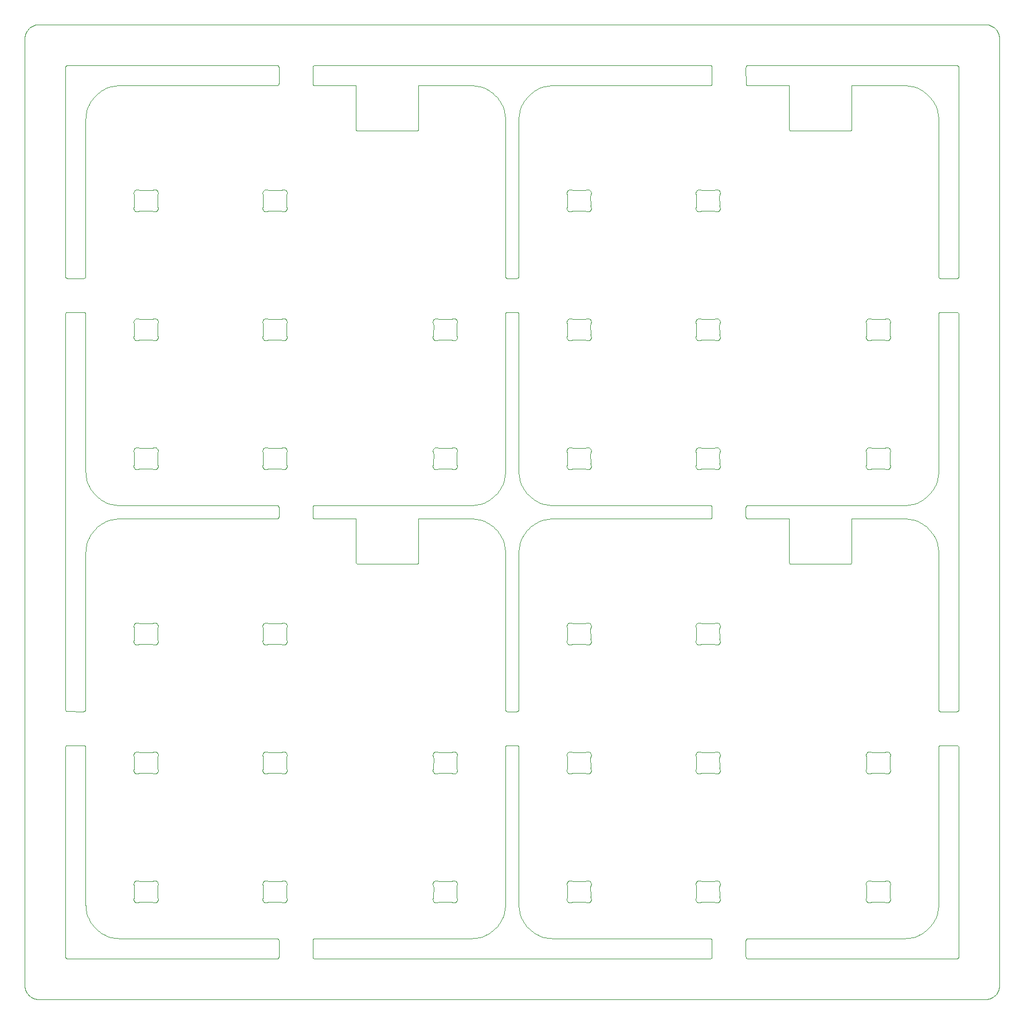
<source format=gbr>
%TF.GenerationSoftware,KiCad,Pcbnew,6.0.0*%
%TF.CreationDate,2022-01-09T18:32:07+01:00*%
%TF.ProjectId,panel,70616e65-6c2e-46b6-9963-61645f706362,rev?*%
%TF.SameCoordinates,Original*%
%TF.FileFunction,Profile,NP*%
%FSLAX46Y46*%
G04 Gerber Fmt 4.6, Leading zero omitted, Abs format (unit mm)*
G04 Created by KiCad (PCBNEW 6.0.0) date 2022-01-09 18:32:07*
%MOMM*%
%LPD*%
G01*
G04 APERTURE LIST*
%TA.AperFunction,Profile*%
%ADD10C,0.100000*%
%TD*%
G04 APERTURE END LIST*
D10*
X147997999Y-147689937D02*
X147996505Y-147720384D01*
X82891454Y-111393902D02*
X82867471Y-111412618D01*
X52850764Y-81000961D02*
X75998885Y-81000930D01*
X122928071Y-83001928D02*
X122921000Y-82998999D01*
X82734451Y-116472524D02*
X82778953Y-116482517D01*
X29546103Y-98507556D02*
X29585397Y-98551272D01*
X137894006Y-117915048D02*
X137892577Y-117949935D01*
X29610613Y-56461419D02*
X29574253Y-56509538D01*
X90530698Y-75729719D02*
X90497788Y-75724127D01*
X111540707Y-147689937D02*
X111539213Y-147720384D01*
X26173151Y-53649342D02*
X26206968Y-53601263D01*
X47522581Y-82793415D02*
X47510939Y-82821521D01*
X73352256Y-53415070D02*
X73385590Y-53413276D01*
X21501308Y-144331949D02*
X21729644Y-144455889D01*
X27011530Y-101505940D02*
X26958947Y-101518532D01*
X45154922Y-117831164D02*
X45167895Y-117773833D01*
X134311361Y-118025252D02*
X134303401Y-117983122D01*
X70304922Y-53831156D02*
X70317895Y-53773825D01*
X70341221Y-120387693D02*
X70320615Y-120332643D01*
X93693126Y-120215698D02*
X93688638Y-120258337D01*
X45580694Y-117417646D02*
X45631352Y-117413444D01*
X73411014Y-139733932D02*
X73368142Y-139733415D01*
X109178008Y-56015742D02*
X109209838Y-55941185D01*
X112336776Y-117421677D02*
X112369359Y-117428939D01*
X70359835Y-138991193D02*
X70377619Y-138940052D01*
X112713630Y-139406732D02*
X112701150Y-139437694D01*
X93067856Y-101617631D02*
X93035871Y-101608074D01*
X110066245Y-98492275D02*
X110119941Y-98498614D01*
X111536142Y-147742997D02*
X111529476Y-147772679D01*
X48645905Y-54320039D02*
X48648955Y-55733598D01*
X28995876Y-139692616D02*
X28892957Y-139640424D01*
X134972935Y-139702172D02*
X134932208Y-139715572D01*
X112701150Y-139437694D02*
X112686559Y-139467719D01*
X90104925Y-98781164D02*
X90117898Y-98723833D01*
X137700758Y-56579574D02*
X137652279Y-56612814D01*
X90606779Y-56684082D02*
X90573400Y-56683567D01*
X90128743Y-72790635D02*
X90141223Y-72759673D01*
X112417878Y-120653291D02*
X112386203Y-120663831D01*
X48704283Y-98667001D02*
X48724470Y-98723833D01*
X116827901Y-145001806D02*
X116850767Y-145000965D01*
X26190103Y-73312100D02*
X26178147Y-73259249D01*
X134453079Y-117550937D02*
X134497924Y-117512936D01*
X26803779Y-75689401D02*
X26772932Y-75702164D01*
X45390091Y-139662820D02*
X45362096Y-139644636D01*
X112738638Y-37208329D02*
X112732685Y-37241177D01*
X145027566Y-116663543D02*
X145037575Y-116643035D01*
X78500316Y-83668913D02*
X78270221Y-83543988D01*
X70396370Y-119779486D02*
X70400982Y-118350535D01*
X111741799Y-120547721D02*
X110121946Y-120548606D01*
X109256971Y-72651263D02*
X109296265Y-72607547D01*
X45375306Y-117493846D02*
X45405228Y-117475850D01*
X46121942Y-56548598D02*
X46061530Y-56555932D01*
X93185593Y-101634093D02*
X93142803Y-101631392D01*
X93614749Y-35157315D02*
X93602270Y-35212072D01*
X141296323Y-19169939D02*
X141037603Y-19107826D01*
X144831025Y-22707639D02*
X144755456Y-22452525D01*
X45347921Y-136562936D02*
X45375306Y-136543846D01*
X48744004Y-139232327D02*
X48743123Y-139265698D01*
X29035868Y-136489303D02*
X29067853Y-136479745D01*
X93602270Y-35212072D02*
X93595908Y-35270039D01*
X70453076Y-53550929D02*
X70497921Y-53512928D01*
X29218969Y-101633578D02*
X29185590Y-101634093D01*
X48742574Y-72999927D02*
X48738967Y-73033114D01*
X112607243Y-98518938D02*
X112646008Y-98565142D01*
X92747335Y-136596410D02*
X92776286Y-136592251D01*
X93654286Y-117717001D02*
X93674473Y-117773833D01*
X90098343Y-53907077D02*
X90102433Y-53848439D01*
X90497788Y-101624135D02*
X90463836Y-101615982D01*
X70648557Y-136485893D02*
X70705592Y-136471676D01*
X110008950Y-75618524D02*
X109980861Y-75627785D01*
X93693125Y-136931677D02*
X93694006Y-136965048D01*
X93664364Y-35031618D02*
X93632533Y-35106175D01*
X93684276Y-139333382D02*
X93676657Y-139365884D01*
X111967664Y-136545258D02*
X112031384Y-136511354D01*
X91016245Y-136592275D02*
X91069941Y-136598614D01*
X147740997Y-52483724D02*
X147763322Y-52488451D01*
X109980861Y-101527793D02*
X109926829Y-101551075D01*
X147866499Y-111422618D02*
X147847370Y-111435063D01*
X29693856Y-53924538D02*
X29691945Y-53957865D01*
X70697785Y-120674135D02*
X70663833Y-120665982D01*
X52558826Y-18793423D02*
X52548237Y-18756909D01*
X109390094Y-139662820D02*
X109362099Y-139644636D01*
X134705595Y-72471668D02*
X134755973Y-72464891D01*
X144939317Y-87217499D02*
X144891598Y-86960064D01*
X144568597Y-142033909D02*
X144668692Y-141792260D01*
X109782208Y-56665564D02*
X109749777Y-56673479D01*
X26104922Y-136881164D02*
X26117895Y-136823833D01*
X109980861Y-37527785D02*
X109926829Y-37551067D01*
X111444464Y-147914515D02*
X111421428Y-147934385D01*
X110066245Y-34492267D02*
X110119941Y-34498606D01*
X73836556Y-120417719D02*
X73819216Y-120448026D01*
X83331170Y-141792235D02*
X83431370Y-142034123D01*
X71019528Y-136515505D02*
X71099407Y-136556950D01*
X45427767Y-56633276D02*
X45390091Y-56612812D01*
X91100633Y-117549655D02*
X92693010Y-117550784D01*
X28776122Y-75605092D02*
X28722426Y-75598753D01*
X48743856Y-34874538D02*
X48741945Y-34907865D01*
X70311358Y-118025252D02*
X70303398Y-117983122D01*
X73810613Y-75511419D02*
X73774253Y-75559538D01*
X137411017Y-75733924D02*
X137377634Y-75733831D01*
X48117853Y-56667623D02*
X48085868Y-56658066D01*
X134497924Y-117512936D02*
X134525309Y-117493846D01*
X70987745Y-72501040D02*
X71019528Y-72515497D01*
X29688967Y-137033122D02*
X29683074Y-137065981D01*
X73181381Y-53461346D02*
X73235868Y-53439295D01*
X111376839Y-147963393D02*
X111356331Y-147973403D01*
X48648955Y-55733598D02*
X48646030Y-55780122D01*
X111941048Y-72557811D02*
X111967664Y-72545250D01*
X93508209Y-34473677D02*
X93551747Y-34513168D01*
X82942415Y-52600660D02*
X82958691Y-52626362D01*
X29269549Y-120678568D02*
X29211014Y-120683932D01*
X140263795Y-80993909D02*
X140522796Y-80973493D01*
X112235593Y-139734093D02*
X112192803Y-139731392D01*
X111496602Y-16150560D02*
X111507605Y-16170552D01*
X26103398Y-137033122D02*
X26098733Y-136982505D01*
X26732205Y-34381793D02*
X26780376Y-34398022D01*
X93278931Y-101627062D02*
X93218972Y-101633578D01*
X145145122Y-52527256D02*
X145185346Y-52505755D01*
X29674612Y-98999856D02*
X29664361Y-99031626D01*
X93596033Y-119780129D02*
X93602312Y-119835542D01*
X73757240Y-72618930D02*
X73796005Y-72665134D01*
X26563914Y-120683031D02*
X26530695Y-120679727D01*
X48744004Y-120182327D02*
X48743123Y-120215698D01*
X29218969Y-75733570D02*
X29185590Y-75734085D01*
X112740004Y-37072140D02*
X112744007Y-37132319D01*
X139998888Y-81000930D02*
X140263795Y-80993909D01*
X80454843Y-142272208D02*
X80569389Y-142032056D01*
X109405231Y-117475850D02*
X109458207Y-117450381D01*
X45154924Y-37216203D02*
X45149244Y-37165690D01*
X90538603Y-37630680D02*
X90505596Y-37625689D01*
X29671752Y-56332635D02*
X29660866Y-56364193D01*
X112645908Y-54320039D02*
X112648955Y-55733615D01*
X18800537Y-47448387D02*
X18771651Y-47457929D01*
X81164829Y-111442562D02*
X81138736Y-111426923D01*
X70359095Y-73204312D02*
X70330806Y-73139072D01*
X82991438Y-111227089D02*
X82983324Y-111256409D01*
X112743126Y-37165690D02*
X112738638Y-37208329D01*
X137871755Y-75382635D02*
X137860869Y-75414193D01*
X26640110Y-37632288D02*
X26606776Y-37634082D01*
X93109736Y-101626818D02*
X93067856Y-101617631D01*
X48664746Y-73257315D02*
X48652267Y-73312072D01*
X47887832Y-101519864D02*
X47857168Y-101511466D01*
X73469549Y-139728568D02*
X73411014Y-139733932D01*
X48235590Y-34363276D02*
X48268968Y-34363791D01*
X109246463Y-100727328D02*
X109250982Y-99300535D01*
X47857168Y-120561466D02*
X47826122Y-120555100D01*
X48386200Y-120663831D02*
X48328928Y-120677062D01*
X109474495Y-37603281D02*
X109434932Y-37586756D01*
X134317756Y-137099856D02*
X134306227Y-137050354D01*
X82867471Y-111412618D02*
X82841769Y-111428894D01*
X19668893Y-142500299D02*
X19804634Y-142721870D01*
X26196370Y-100729486D02*
X26200982Y-99300535D01*
X90177622Y-119890052D02*
X90190101Y-119835295D01*
X90530697Y-34367638D02*
X90581355Y-34363436D01*
X52597253Y-81132461D02*
X52615969Y-81108478D01*
X45227541Y-119890321D02*
X45240098Y-119835295D01*
X48743122Y-53881669D02*
X48744003Y-53915040D01*
X73881008Y-137075252D02*
X73864361Y-137131626D01*
X72891872Y-139597723D02*
X71271943Y-139598606D01*
X29423089Y-98418350D02*
X29452275Y-98434554D01*
X92776125Y-120555100D02*
X92722429Y-120548761D01*
X73277060Y-72477401D02*
X73309732Y-72470551D01*
X45341611Y-34467786D02*
X45390090Y-34434546D01*
X26899407Y-117506950D02*
X26956505Y-117528140D01*
X26122395Y-99015089D02*
X26111358Y-98975252D01*
X137714392Y-136578702D02*
X137757243Y-136618938D01*
X29651147Y-101337694D02*
X29636556Y-101367719D01*
X29211014Y-120683932D02*
X29168142Y-120683415D01*
X109167898Y-53773825D02*
X109178743Y-53740635D01*
X112344584Y-53423231D02*
X112378535Y-53431384D01*
X90128743Y-98690643D02*
X90141223Y-98659681D01*
X112045879Y-139692616D02*
X111942960Y-139640424D01*
X45782205Y-75715564D02*
X45724771Y-75728070D01*
X48235590Y-136463284D02*
X48268968Y-136463799D01*
X116753465Y-81016608D02*
X116782785Y-81008494D01*
X70369777Y-137232590D02*
X70358195Y-137202221D01*
X10086090Y-152581732D02*
X10152232Y-152766623D01*
X78272202Y-19545020D02*
X78032050Y-19430474D01*
X93694007Y-75232319D02*
X93693126Y-75265690D01*
X112410397Y-136491353D02*
X112441494Y-136503492D01*
X73894004Y-139232327D02*
X73893123Y-139265698D01*
X93278931Y-75727054D02*
X93218972Y-75733570D01*
X70773397Y-75733567D02*
X70730695Y-75729719D01*
X93689940Y-37198920D02*
X93684276Y-37233374D01*
X90355231Y-98425850D02*
X90408207Y-98400381D01*
X48674140Y-117657472D02*
X48701145Y-117709682D01*
X16273986Y-47466827D02*
X16244012Y-47461626D01*
X93278931Y-139727062D02*
X93218972Y-139733578D01*
X86707657Y-144831031D02*
X86960290Y-144891650D01*
X109153401Y-137033122D02*
X109148736Y-136982505D01*
X123136564Y-89680877D02*
X123108458Y-89669236D01*
X109167899Y-101273542D02*
X109154927Y-101216211D01*
X19026163Y-140520571D02*
X19060551Y-140782378D01*
X87738088Y-19005820D02*
X87477335Y-19026341D01*
X112697825Y-72752437D02*
X112719377Y-72807124D01*
X109523013Y-56668427D02*
X109489521Y-56658555D01*
X137267856Y-56667623D02*
X137235871Y-56658066D01*
X83667925Y-85501314D02*
X83543985Y-85729650D01*
X73847822Y-117702445D02*
X73869374Y-117757132D01*
X134569280Y-120629025D02*
X134540094Y-120612820D01*
X111826286Y-136592251D02*
X111883563Y-136578805D01*
X90159884Y-137206300D02*
X90137250Y-137155300D01*
X71158947Y-56568524D02*
X71130858Y-56577785D01*
X48564389Y-34478694D02*
X48607240Y-34518930D01*
X73802309Y-138885542D02*
X73814816Y-138940293D01*
X45187247Y-137155300D02*
X45172395Y-137115089D01*
X28747326Y-53546403D02*
X28776283Y-53542243D01*
X109149246Y-98831677D02*
X109156317Y-98773323D01*
X27101636Y-34499670D02*
X28693021Y-34500782D01*
X109239694Y-99209848D02*
X109228186Y-99159393D01*
X47465438Y-16107448D02*
X47484154Y-16131431D01*
X116704574Y-16036537D02*
X116732075Y-16023530D01*
X109191223Y-72759673D02*
X109218228Y-72707463D01*
X109218229Y-56439895D02*
X109191224Y-56387685D01*
X90384931Y-117460609D02*
X90439520Y-117438810D01*
X90346969Y-53480529D02*
X90400876Y-53453483D01*
X45362096Y-139644636D02*
X45334160Y-139623689D01*
X47883560Y-53528797D02*
X47941045Y-53507811D01*
X112728642Y-117789203D02*
X112736054Y-117823324D01*
X116546664Y-16249454D02*
X116554056Y-16219943D01*
X93585401Y-139546104D02*
X93546107Y-139589821D01*
X26159835Y-36891185D02*
X26177541Y-36840313D01*
X93614819Y-36840285D02*
X93632538Y-36891197D01*
X93134887Y-56680523D02*
X93101908Y-56675346D01*
X16003427Y-147720384D02*
X16001934Y-147689937D01*
X109209884Y-137206300D02*
X109187250Y-137155300D01*
X109172398Y-137115089D02*
X109161361Y-137075252D01*
X145071331Y-47365821D02*
X145053209Y-47341386D01*
X45631352Y-53413436D02*
X45682174Y-53414410D01*
X112640281Y-53607556D02*
X112674143Y-53657464D01*
X116540707Y-81311022D02*
X116543039Y-81273013D01*
X92981384Y-136511354D02*
X93035871Y-136489303D01*
X109153401Y-53983114D02*
X109148736Y-53932497D01*
X48652309Y-74885534D02*
X48664816Y-74940285D01*
X73267853Y-120667631D02*
X73235868Y-120658074D01*
X122946646Y-25486241D02*
X122938533Y-25456921D01*
X79716299Y-20653541D02*
X79536254Y-20463812D01*
X45153399Y-139164253D02*
X45159292Y-139131395D01*
X73037832Y-120569864D02*
X73007168Y-120561466D01*
X26098733Y-72982497D02*
X26099243Y-72931669D01*
X111857171Y-37511458D02*
X111826125Y-37505092D01*
X93632538Y-100891205D02*
X93664364Y-100965749D01*
X19431271Y-85965968D02*
X19331082Y-86207861D01*
X73832530Y-73206175D02*
X73814824Y-73257046D01*
X90206971Y-136651271D02*
X90228660Y-136625894D01*
X93693125Y-98831677D02*
X93694006Y-98865048D01*
X73309732Y-53420551D02*
X73352256Y-53415070D01*
X93632533Y-73206175D02*
X93614749Y-73257315D01*
X73301905Y-139725354D02*
X73267853Y-139717631D01*
X147997999Y-52789221D02*
X147997999Y-111169106D01*
X110061533Y-56555932D02*
X110008950Y-56568524D01*
X109321924Y-117533875D02*
X109347924Y-117512936D01*
X45148509Y-98874545D02*
X45150650Y-98814272D01*
X80569389Y-142032056D02*
X80668783Y-141792016D01*
X91071945Y-75598598D02*
X91011533Y-75605932D01*
X29654283Y-117717001D02*
X29674470Y-117773833D01*
X48701145Y-72759674D02*
X48721751Y-72814724D01*
X87738062Y-80994040D02*
X88001064Y-81000999D01*
X45256968Y-72651263D02*
X45296262Y-72607547D01*
X144192925Y-142725425D02*
X144331946Y-142498563D01*
X87477335Y-19026341D02*
X87219709Y-19060225D01*
X90109295Y-56081387D02*
X90117757Y-56047511D01*
X48678184Y-101383043D02*
X48660613Y-101411427D01*
X26573397Y-139733575D02*
X26538600Y-139730688D01*
X109926829Y-120601075D02*
X109853782Y-120639409D01*
X70377541Y-119890321D02*
X70390098Y-119835295D01*
X93533511Y-120551913D02*
X93488017Y-120589135D01*
X45830376Y-53448022D02*
X45869528Y-53465497D01*
X45240103Y-137312108D02*
X45228147Y-137259257D01*
X112235593Y-34363276D02*
X112278455Y-34364335D01*
X78723558Y-19805700D02*
X78500542Y-19669035D01*
X93693509Y-53889623D02*
X93693859Y-53924538D01*
X21276307Y-80194161D02*
X21497625Y-80329815D01*
X45949407Y-34456942D02*
X46006505Y-34478132D01*
X90098736Y-34882497D02*
X90099246Y-34831669D01*
X90439520Y-136488810D02*
X90473012Y-136478939D01*
X70402088Y-56489803D02*
X70368226Y-56439895D01*
X93693126Y-37165690D02*
X93689940Y-37198920D01*
X134899777Y-136473886D02*
X134939846Y-136484053D01*
X47741796Y-139597721D02*
X46121943Y-139598606D01*
X47941045Y-117507819D02*
X47967661Y-117495258D01*
X111857171Y-120561466D02*
X111826125Y-120555100D01*
X29278928Y-101627062D02*
X29218969Y-101633578D01*
X71158947Y-75618524D02*
X71130858Y-75627785D01*
X112645908Y-35270039D02*
X112648955Y-36683615D01*
X70322991Y-72807123D02*
X70344543Y-72752437D01*
X90340094Y-139662820D02*
X90312099Y-139644636D01*
X29614816Y-138940293D02*
X29632535Y-138991205D01*
X29683074Y-137065981D02*
X29674612Y-137099856D01*
X145024562Y-111287799D02*
X145016611Y-111266409D01*
X147974400Y-116670536D02*
X147984649Y-116699179D01*
X48646030Y-138830129D02*
X48652309Y-138885542D01*
X26164184Y-56433034D02*
X26138083Y-56380366D01*
X109228153Y-36838097D02*
X109235080Y-36810729D01*
X109513836Y-75715974D02*
X109481974Y-75706014D01*
X147884660Y-116549535D02*
X147907201Y-116569965D01*
X134317899Y-75373534D02*
X134304927Y-75316203D01*
X116732075Y-145024563D02*
X116753465Y-145016612D01*
X22454659Y-144756180D02*
X22705447Y-144830468D01*
X29500753Y-72567787D02*
X29546103Y-72607548D01*
X145243042Y-47471626D02*
X145213722Y-47463513D01*
X134317757Y-120047519D02*
X134328008Y-120015750D01*
X23738318Y-80994054D02*
X24000997Y-81000999D01*
X90958950Y-139618532D02*
X90930861Y-139627793D01*
X144194166Y-78723556D02*
X144330961Y-78500314D01*
X73894004Y-75232319D02*
X73893123Y-75265690D01*
X70377541Y-55890313D02*
X70390098Y-55835287D01*
X111507605Y-147829378D02*
X111496602Y-147849370D01*
X93551747Y-34513168D02*
X93590281Y-34557556D01*
X93328535Y-136481392D02*
X93360397Y-136491353D01*
X147974400Y-47287791D02*
X147961393Y-47315292D01*
X137309736Y-56676810D02*
X137267856Y-56667623D01*
X112737736Y-98940989D02*
X112731011Y-98975252D01*
X109290625Y-139584198D02*
X109252091Y-139539811D01*
X90190101Y-74885287D02*
X90196373Y-74829478D01*
X116592952Y-16137705D02*
X116611074Y-16113270D01*
X48085868Y-56658066D02*
X48045876Y-56642608D01*
X112664819Y-55890285D02*
X112682538Y-55941197D01*
X26780376Y-34398022D02*
X26819528Y-34415497D01*
X93109735Y-117420559D02*
X93142803Y-117415985D01*
X19026608Y-76524793D02*
X19060551Y-76782370D01*
X26109292Y-120081395D02*
X26117754Y-120047519D01*
X109822935Y-120652172D02*
X109782208Y-120665572D01*
X26899407Y-98456950D02*
X26956505Y-98478140D01*
X27016242Y-53542267D02*
X27069938Y-53548606D01*
X93691948Y-53957865D02*
X93687736Y-53990981D01*
X112744007Y-56182319D02*
X112743126Y-56215690D01*
X134377622Y-138940052D02*
X134390101Y-138885295D01*
X90117757Y-120047519D02*
X90128008Y-120015750D01*
X29687733Y-53990981D02*
X29681008Y-54025244D01*
X28892957Y-101540424D02*
X28837832Y-101519864D01*
X79346322Y-143716305D02*
X79536235Y-143536075D01*
X28917661Y-98445258D02*
X28981381Y-98411354D01*
X90177369Y-53642586D02*
X90212011Y-53595098D01*
X45209881Y-54156292D02*
X45187247Y-54105292D01*
X48701147Y-139437694D02*
X48686556Y-139467719D01*
X45148733Y-72982497D02*
X45149243Y-72931669D01*
X48729177Y-37014365D02*
X48740001Y-37072140D01*
X137478931Y-120677062D02*
X137418972Y-120683578D01*
X153847606Y-152766850D02*
X153913771Y-152581967D01*
X45209835Y-138991193D02*
X45227541Y-138940321D01*
X144891653Y-22960311D02*
X144831025Y-22707639D01*
X16011225Y-116703844D02*
X16020056Y-116674732D01*
X68176570Y-18999299D02*
X68171116Y-19002847D01*
X90159838Y-119941193D02*
X90177622Y-119890052D01*
X83244411Y-86452546D02*
X83168843Y-86707660D01*
X16031697Y-116646626D02*
X16042207Y-116626369D01*
X59122368Y-25675401D02*
X59094867Y-25662394D01*
X45208195Y-99102221D02*
X45180806Y-99039080D01*
X112724473Y-34723825D02*
X112737445Y-34781156D01*
X22207879Y-83331079D02*
X21967802Y-83430487D01*
X48664746Y-118207323D02*
X48652267Y-118262080D01*
X18741968Y-111464603D02*
X18719355Y-111467674D01*
X111421428Y-16065545D02*
X111444464Y-16085415D01*
X85501311Y-144331949D02*
X85729647Y-144455889D01*
X29598955Y-55733598D02*
X29596030Y-55780122D01*
X131998379Y-25665898D02*
X131956241Y-25683353D01*
X112550758Y-56579574D02*
X112502279Y-56612814D01*
X16007891Y-47219637D02*
X16003427Y-47189545D01*
X73893122Y-117881677D02*
X73894003Y-117915048D01*
X73584162Y-139696995D02*
X73528533Y-139715985D01*
X48678182Y-34614325D02*
X48704283Y-34666993D01*
X73607436Y-72510602D02*
X73645399Y-72530530D01*
X73893123Y-75265690D02*
X73888635Y-75308329D01*
X93473724Y-117498208D02*
X93514392Y-117528702D01*
X26128005Y-100965750D02*
X26159835Y-100891193D01*
X116540707Y-16309993D02*
X116542200Y-16279546D01*
X73301905Y-75725346D02*
X73267853Y-75717623D01*
X145265484Y-52482516D02*
X145288166Y-52480000D01*
X18933357Y-111349889D02*
X18902727Y-111383684D01*
X93628187Y-120433043D02*
X93610616Y-120461427D01*
X92917664Y-53495250D02*
X92981384Y-53461346D01*
X147997999Y-116789229D02*
X147997999Y-147689937D01*
X142723561Y-83805708D02*
X142500545Y-83669043D01*
X90355232Y-120621523D02*
X90318648Y-120599166D01*
X73428452Y-72464335D02*
X73461670Y-72467639D01*
X109580697Y-117417646D02*
X109631355Y-117413444D01*
X112278455Y-98364343D02*
X112311673Y-98367647D01*
X112669217Y-72699342D02*
X112697825Y-72752437D01*
X73235868Y-139708074D02*
X73195876Y-139692616D01*
X109523012Y-72478931D02*
X109580697Y-72467638D01*
X111539213Y-81280583D02*
X111540612Y-81303360D01*
X137235871Y-120658074D02*
X137195879Y-120642616D01*
X111402933Y-147947753D02*
X111376839Y-147963393D01*
X48743123Y-75265690D02*
X48739937Y-75298920D01*
X112652312Y-74885534D02*
X112664819Y-74940285D01*
X29679177Y-101014373D02*
X29690001Y-101072148D01*
X73418968Y-136463799D02*
X73461670Y-136467647D01*
X73864361Y-139065749D02*
X73879177Y-139114373D01*
X52564302Y-16191300D02*
X52577309Y-16163799D01*
X45623397Y-56683567D02*
X45588600Y-56680680D01*
X24000997Y-81000999D02*
X47253508Y-81001809D01*
X29686051Y-34773316D02*
X29693122Y-34831669D01*
X112235593Y-53413276D02*
X112278455Y-53414335D01*
X80756174Y-141545212D02*
X80830462Y-141294424D01*
X47941045Y-53507811D02*
X47967661Y-53495250D01*
X48268968Y-34363791D02*
X48311670Y-34367639D01*
X48714361Y-56015741D02*
X48729177Y-56064365D01*
X73871751Y-53764724D02*
X73886051Y-53823316D01*
X26191642Y-56475811D02*
X26164184Y-56433034D01*
X90340094Y-75662812D02*
X90312099Y-75644628D01*
X52548237Y-18756909D02*
X52541544Y-18711793D01*
X26819528Y-34415497D02*
X26899407Y-34456942D01*
X109181503Y-34683166D02*
X109202126Y-34636706D01*
X45822932Y-101602172D02*
X45782205Y-101615572D01*
X45153398Y-137033122D02*
X45148733Y-136982505D01*
X132072757Y-25613516D02*
X132043666Y-25637993D01*
X70806776Y-75734082D02*
X70773397Y-75733567D01*
X29218969Y-139733578D02*
X29185590Y-139734093D01*
X111826125Y-37505092D02*
X111772429Y-37498753D01*
X26819528Y-53465497D02*
X26899407Y-53506942D01*
X26291611Y-53517786D02*
X26340090Y-53484546D01*
X92917664Y-34445250D02*
X92981384Y-34411346D01*
X81998846Y-52479150D02*
X82041754Y-52471285D01*
X73893122Y-53881669D02*
X73894003Y-53915040D01*
X109715377Y-139729465D02*
X109656779Y-139734090D01*
X85965989Y-19431258D02*
X85729671Y-19543968D01*
X19669024Y-78500517D02*
X19805688Y-78723534D01*
X93407439Y-117460610D02*
X93445402Y-117480538D01*
X58996613Y-89579721D02*
X58983245Y-89561226D01*
X47887832Y-139619864D02*
X47857168Y-139611466D01*
X45209835Y-74991185D02*
X45227541Y-74940313D01*
X48596104Y-139589821D02*
X48550755Y-139629582D01*
X134673012Y-117428939D02*
X134730697Y-117417646D01*
X144939354Y-140782147D02*
X144973522Y-140522566D01*
X81005527Y-111222166D02*
X81002455Y-111199553D01*
X45605970Y-34364891D02*
X45656775Y-34363275D01*
X23219720Y-144939646D02*
X23477305Y-144973525D01*
X52615969Y-147892482D02*
X52597253Y-147868499D01*
X70705593Y-56675689D02*
X70673010Y-56668427D01*
X137894007Y-75232319D02*
X137893126Y-75265690D01*
X28776122Y-101505100D02*
X28722426Y-101498761D01*
X26538600Y-139730688D02*
X26505593Y-139725697D01*
X109334163Y-139623689D02*
X109290625Y-139584198D01*
X109148343Y-34857077D02*
X109152433Y-34798439D01*
X18688902Y-116469168D02*
X18719348Y-116470661D01*
X93109735Y-136470559D02*
X93152259Y-136465078D01*
X19108221Y-22960285D02*
X19060514Y-23217722D01*
X93218971Y-72463791D02*
X93253768Y-72466678D01*
X90573400Y-139733575D02*
X90538603Y-139730688D01*
X109149246Y-136931677D02*
X109154925Y-136881164D01*
X90819531Y-117465505D02*
X90899410Y-117506950D01*
X73819216Y-56448018D02*
X73785398Y-56496096D01*
X93590281Y-34557556D02*
X93624143Y-34607464D01*
X93664364Y-137131626D02*
X93632533Y-137206183D01*
X73798955Y-119733603D02*
X73796030Y-119780129D01*
X81008502Y-52721239D02*
X81016616Y-52691919D01*
X26772932Y-56652164D02*
X26732205Y-56665564D01*
X29294581Y-72473231D02*
X29328532Y-72481384D01*
X109188086Y-37330366D02*
X109167899Y-37273534D01*
X116554056Y-16219943D02*
X116564305Y-16191300D01*
X29692574Y-72999927D02*
X29688967Y-73033114D01*
X70387086Y-53628080D02*
X70406968Y-53601263D01*
X79536254Y-20463812D02*
X79347792Y-20284924D01*
X142032053Y-83430482D02*
X141792013Y-83331088D01*
X93177634Y-56683831D02*
X93134887Y-56680523D01*
X18891446Y-116544433D02*
X18908166Y-116559965D01*
X28807168Y-101511466D02*
X28776122Y-101505100D01*
X134325397Y-73124094D02*
X134309294Y-73065972D01*
X93647826Y-120394930D02*
X93628187Y-120433043D01*
X137652279Y-56612814D02*
X137623093Y-56629019D01*
X48550755Y-120579582D02*
X48502276Y-120612822D01*
X29694003Y-98865048D02*
X29692574Y-98899935D01*
X135158950Y-75618524D02*
X135130861Y-75627785D01*
X73486773Y-117421677D02*
X73519356Y-117428939D01*
X144455767Y-78270451D02*
X144567663Y-78035934D01*
X90355232Y-56621515D02*
X90318648Y-56599158D01*
X93602270Y-73312072D02*
X93595908Y-73370039D01*
X29610613Y-120461427D02*
X29574253Y-120509546D01*
X48646030Y-55780122D02*
X48652309Y-55835534D01*
X109749777Y-37623479D02*
X109715377Y-37629457D01*
X142270433Y-80455774D02*
X142500522Y-80330839D01*
X91011533Y-101505940D02*
X90958950Y-101518532D01*
X29683074Y-98965981D02*
X29674612Y-98999856D01*
X26115217Y-54040694D02*
X26103398Y-53983114D01*
X112648955Y-74783615D02*
X112646033Y-74830121D01*
X26141220Y-136759681D02*
X26168225Y-136707471D01*
X109191224Y-75437685D02*
X109170618Y-75382635D01*
X109149247Y-37165690D02*
X109148366Y-37132319D01*
X48664746Y-137257323D02*
X48652267Y-137312080D01*
X70396460Y-74827320D02*
X70400977Y-73400294D01*
X48716806Y-139397781D02*
X48701147Y-139437694D01*
X26780376Y-136498030D02*
X26819528Y-136515505D01*
X47826283Y-53542243D02*
X47883560Y-53528797D01*
X20283584Y-84653530D02*
X20113539Y-84852614D01*
X137117664Y-72545250D02*
X137181384Y-72511346D01*
X29614816Y-119890293D02*
X29632535Y-119941205D01*
X48085868Y-120658074D02*
X48045876Y-120642616D01*
X90137250Y-35055292D02*
X90122398Y-35015081D01*
X134378153Y-74938097D02*
X134385080Y-74910729D01*
X16054179Y-147862225D02*
X16038539Y-147836131D01*
X88001063Y-145000999D02*
X111238314Y-145001066D01*
X26141220Y-98659681D02*
X26168225Y-98607471D01*
X137195879Y-56642608D02*
X137092960Y-56590416D01*
X90141223Y-117709681D02*
X90168228Y-117657471D01*
X143536257Y-84463820D02*
X143347795Y-84284932D01*
X48729177Y-120064373D02*
X48740001Y-120122148D01*
X78270430Y-144455782D02*
X78500519Y-144330847D01*
X93647825Y-98652445D02*
X93669377Y-98707132D01*
X26099792Y-120147440D02*
X26103399Y-120114253D01*
X92837835Y-120569864D02*
X92807171Y-120561466D01*
X48674140Y-53657464D02*
X48701145Y-53709674D01*
X116642524Y-145081271D02*
X116666040Y-145061972D01*
X92722429Y-120548761D02*
X92691875Y-120547723D01*
X47942957Y-75640416D02*
X47887832Y-75619856D01*
X90109295Y-37031387D02*
X90117757Y-36997511D01*
X134385080Y-74910729D02*
X134393721Y-74859848D01*
X82897154Y-47388854D02*
X82873638Y-47408153D01*
X29687442Y-117831164D02*
X29693506Y-117889631D01*
X45656775Y-34363275D02*
X45707481Y-34366837D01*
X26117896Y-56323534D02*
X26104924Y-56266203D01*
X45223152Y-75498017D02*
X45194544Y-75444922D01*
X26772932Y-101602172D02*
X26732205Y-101615572D01*
X29278928Y-139727062D02*
X29218969Y-139733578D01*
X45303076Y-98500937D02*
X45347921Y-98462936D01*
X16092731Y-47378362D02*
X16072301Y-47355821D01*
X48550753Y-136567795D02*
X48577586Y-136590137D01*
X10587468Y-153417238D02*
X10731627Y-153547846D01*
X134328743Y-53740635D02*
X134341223Y-53709673D01*
X134673012Y-53428931D02*
X134730697Y-53417638D01*
X91011533Y-75605932D02*
X90958950Y-75618524D01*
X46061530Y-139605940D02*
X46008947Y-139618532D01*
X26253076Y-136600937D02*
X26297921Y-136562936D01*
X134390101Y-55835287D02*
X134396373Y-55779478D01*
X45148363Y-75232319D02*
X45149792Y-75197432D01*
X132176570Y-82999299D02*
X132171116Y-83002847D01*
X80568605Y-85965992D02*
X80456768Y-85731447D01*
X93211017Y-120683932D02*
X93168145Y-120683415D01*
X110119941Y-117548614D02*
X110151639Y-117549678D01*
X48714361Y-137131626D02*
X48682530Y-137206183D01*
X27016242Y-34492267D02*
X27069938Y-34498606D01*
X90103401Y-98933122D02*
X90098736Y-98882505D01*
X131956241Y-89683353D02*
X131934323Y-89689708D01*
X116540707Y-145311026D02*
X116542200Y-145280580D01*
X81053207Y-111341394D02*
X81041236Y-111321966D01*
X111826286Y-98492251D02*
X111883563Y-98478805D01*
X29384162Y-56646987D02*
X29328533Y-56665977D01*
X109170618Y-120332643D02*
X109156318Y-120274051D01*
X147984649Y-47259148D02*
X147974400Y-47287791D01*
X83431274Y-85965968D02*
X83331179Y-86207617D01*
X111534749Y-16249454D02*
X111539213Y-16279546D01*
X45949407Y-72556942D02*
X46006505Y-72578132D01*
X26099243Y-34831669D02*
X26104922Y-34781156D01*
X109949410Y-136556950D02*
X110006508Y-136578140D01*
X93500758Y-37529574D02*
X93452279Y-37562814D01*
X70377619Y-74940044D02*
X70390098Y-74885287D01*
X22454436Y-83243769D02*
X22207879Y-83331079D01*
X72976122Y-120555100D02*
X72922426Y-120548761D01*
X52711324Y-147966897D02*
X52684855Y-147951902D01*
X112721755Y-37282635D02*
X112710869Y-37314193D01*
X48744003Y-72965040D02*
X48742574Y-72999927D01*
X26108094Y-139333382D02*
X26102431Y-139298928D01*
X144045721Y-142939551D02*
X144192925Y-142725425D01*
X29109733Y-139726818D02*
X29067853Y-139717631D01*
X48701145Y-53709674D02*
X48721751Y-53764724D01*
X70308093Y-72863984D02*
X70322991Y-72807123D01*
X47298624Y-82991446D02*
X47268650Y-82996647D01*
X112729180Y-101014373D02*
X112740004Y-101072148D01*
X47540704Y-145311033D02*
X47540704Y-147689937D01*
X111488461Y-81138742D02*
X111504101Y-81164835D01*
X112550758Y-120579582D02*
X112502279Y-120612822D01*
X87477308Y-80973517D02*
X87738062Y-80994040D01*
X135211533Y-139605940D02*
X135158950Y-139618532D01*
X26106315Y-37224043D02*
X26099244Y-37165690D01*
X68168905Y-25396607D02*
X68165643Y-25434486D01*
X137494584Y-136473239D02*
X137536202Y-136483546D01*
X48640278Y-53607556D02*
X48674140Y-53657464D01*
X45588600Y-139730688D02*
X45555593Y-139725697D01*
X26168226Y-37389895D02*
X26141221Y-37337685D01*
X79147236Y-143886348D02*
X79346322Y-143716305D01*
X47529473Y-145228291D02*
X47534746Y-145250494D01*
X112682538Y-74991197D02*
X112714364Y-75065741D01*
X137645402Y-136530538D02*
X137673724Y-136548208D01*
X109949410Y-117506950D02*
X110006508Y-117528140D01*
X112738970Y-53983114D02*
X112733077Y-54015973D01*
X122964101Y-25528379D02*
X122954598Y-25507631D01*
X112724615Y-118049856D02*
X112714364Y-118081626D01*
X29614746Y-137257323D02*
X29602267Y-137312080D01*
X147763322Y-52488451D02*
X147792434Y-52497282D01*
X111444463Y-82913496D02*
X111409206Y-82942430D01*
X80569384Y-21967800D02*
X80454837Y-21727649D01*
X111488461Y-82861206D02*
X111475093Y-82879701D01*
X73235868Y-136489303D02*
X73277060Y-136477409D01*
X26200982Y-35300535D02*
X26190103Y-35212100D01*
X116797708Y-145005530D02*
X116827901Y-145001806D01*
X116684857Y-82950893D02*
X116648223Y-82923723D01*
X47857168Y-37511458D02*
X47826122Y-37505092D01*
X110150633Y-98499655D02*
X111743010Y-98500784D01*
X111291184Y-82993022D02*
X111268653Y-82996647D01*
X147917693Y-111377350D02*
X147890482Y-111403902D01*
X29647823Y-120394930D02*
X29628184Y-120433043D01*
X26173152Y-139498025D02*
X26144544Y-139444930D01*
X112344584Y-136473239D02*
X112378535Y-136481392D01*
X29336200Y-139713831D02*
X29278928Y-139727062D01*
X109450877Y-75693874D02*
X109419280Y-75679017D01*
X143346344Y-20283582D02*
X143148779Y-20114802D01*
X45227541Y-55890313D02*
X45240098Y-55835287D01*
X29134884Y-120680531D02*
X29101905Y-120675354D01*
X111941048Y-53507811D02*
X111967664Y-53495250D01*
X132159708Y-89464323D02*
X132150877Y-89493435D01*
X45623397Y-37633567D02*
X45580695Y-37629719D01*
X71301636Y-53549670D02*
X72893021Y-53550782D01*
X93253768Y-72466678D02*
X93286776Y-72471669D01*
X70697785Y-75724127D02*
X70656167Y-75713820D01*
X145213722Y-47463513D02*
X145192332Y-47455561D01*
X141792013Y-83331088D02*
X141545209Y-83243697D01*
X16115272Y-16070299D02*
X16139707Y-16052177D01*
X134806779Y-56684082D02*
X134773400Y-56683567D01*
X137832533Y-54156175D02*
X137814749Y-54207315D01*
X26099792Y-37097432D02*
X26103399Y-37064245D01*
X111797329Y-72596403D02*
X111826286Y-72592243D01*
X77292224Y-144831028D02*
X77545181Y-144756188D01*
X47797326Y-72596403D02*
X47826283Y-72592243D01*
X112724615Y-73099848D02*
X112714364Y-73131618D01*
X109396969Y-34430529D02*
X109450876Y-34403483D01*
X52691332Y-81045066D02*
X52711324Y-81034062D01*
X134890463Y-53422013D02*
X134932208Y-53431793D01*
X92691799Y-75597714D02*
X91071945Y-75598598D01*
X47857168Y-56561458D02*
X47826122Y-56555092D01*
X10000934Y-152019390D02*
X10009570Y-152196761D01*
X45926826Y-75651067D02*
X45853779Y-75689401D01*
X109153402Y-101064253D02*
X109159295Y-101031395D01*
X134302433Y-72898439D02*
X134313729Y-72839194D01*
X73033560Y-117528805D02*
X73091045Y-117507819D01*
X26103398Y-34933114D02*
X26098733Y-34882497D01*
X48378533Y-101615985D02*
X48319549Y-101628568D01*
X90159884Y-35106292D02*
X90137250Y-35055292D01*
X11804682Y-153992320D02*
X11982419Y-154000998D01*
X48577586Y-136590137D02*
X48601744Y-136613176D01*
X26439517Y-72488802D02*
X26473009Y-72478931D01*
X47797326Y-34496403D02*
X47826283Y-34492243D01*
X143148779Y-20114802D02*
X142939337Y-19953992D01*
X93602312Y-138885542D02*
X93614819Y-138940293D01*
X82873631Y-52530166D02*
X82897148Y-52549465D01*
X52746268Y-145019087D02*
X52768022Y-145012195D01*
X112743125Y-136931677D02*
X112744006Y-136965048D01*
X122946646Y-89486241D02*
X122938533Y-89456921D01*
X144831028Y-141292217D02*
X144891647Y-141039584D01*
X52654042Y-18928620D02*
X52621009Y-18897170D01*
X109209838Y-119941193D02*
X109227544Y-119890321D01*
X46119938Y-136598614D02*
X46151636Y-136599678D01*
X93067856Y-37617623D02*
X93035871Y-37608066D01*
X26190098Y-55835287D02*
X26196460Y-55777320D01*
X29689937Y-101198928D02*
X29684273Y-101233382D01*
X134592180Y-72507305D02*
X134648560Y-72485885D01*
X137195879Y-120642616D02*
X137092960Y-120590424D01*
X93142803Y-101631392D02*
X93109736Y-101626818D01*
X82786206Y-52484807D02*
X82807596Y-52492758D01*
X29109732Y-117420559D02*
X29142800Y-117415985D01*
X47475090Y-147880720D02*
X47455220Y-147903756D01*
X48085868Y-37608066D02*
X48045876Y-37592608D01*
X26606776Y-37634082D02*
X26573397Y-37633567D01*
X82041754Y-52471285D02*
X82078043Y-52469160D01*
X87738062Y-144994048D02*
X88001063Y-145000999D01*
X29691945Y-117957873D02*
X29687733Y-117990989D01*
X28807168Y-56561458D02*
X28776122Y-56555092D01*
X91101639Y-72599670D02*
X92693021Y-72600782D01*
X29666806Y-37297773D02*
X29651147Y-37337686D01*
X93596008Y-117615142D02*
X93628185Y-117664333D01*
X48664816Y-100840293D02*
X48682535Y-100891205D01*
X122996613Y-25579721D02*
X122979096Y-25554848D01*
X90168228Y-34607463D02*
X90187089Y-34578080D01*
X45368645Y-101549166D02*
X45321922Y-101513499D01*
X143886345Y-84852635D02*
X143716477Y-84653743D01*
X26137247Y-35055292D02*
X26122395Y-35015081D01*
X131904486Y-89695643D02*
X131858938Y-89699000D01*
X109227369Y-34592586D02*
X109262011Y-34545098D01*
X45187247Y-118105300D02*
X45172395Y-118065089D01*
X46006505Y-53528132D02*
X46066242Y-53542267D01*
X29533508Y-56551905D02*
X29488014Y-56589127D01*
X47942957Y-56590416D02*
X47887832Y-56569856D01*
X109580697Y-53417638D02*
X109631355Y-53413436D01*
X26190103Y-99212108D02*
X26178147Y-99159257D01*
X109150424Y-34907865D02*
X109148343Y-34857077D01*
X47475090Y-145120250D02*
X47488458Y-145138745D01*
X20463630Y-20463794D02*
X20283409Y-20653715D01*
X29142800Y-37631384D02*
X29109733Y-37626810D01*
X111743010Y-117550784D02*
X111797335Y-117546410D01*
X137673724Y-72548200D02*
X137714392Y-72578694D01*
X135003782Y-56639401D02*
X134972935Y-56652164D01*
X29376753Y-117447459D02*
X29407436Y-117460610D01*
X45690110Y-101632296D02*
X45656776Y-101634090D01*
X26876826Y-139651075D02*
X26803779Y-139689409D01*
X92892960Y-120590424D02*
X92837835Y-120569864D01*
X20113523Y-143147242D02*
X20283566Y-143346328D01*
X26439518Y-37608555D02*
X26408205Y-37596984D01*
X86452543Y-144755463D02*
X86707657Y-144831031D01*
X26340090Y-53484546D02*
X26392177Y-53457305D01*
X47967661Y-34445250D02*
X48031381Y-34411346D01*
X112669219Y-120448026D02*
X112635401Y-120496104D01*
X52790226Y-16005889D02*
X52820318Y-16001425D01*
X47525057Y-16212690D02*
X47533170Y-16242010D01*
X137309735Y-72470551D02*
X137342803Y-72465977D01*
X112734276Y-56283374D02*
X112726657Y-56315876D01*
X59210614Y-89697506D02*
X59188001Y-89694435D01*
X73802267Y-137312080D02*
X73795905Y-137370047D01*
X73267853Y-75717623D02*
X73235868Y-75708066D01*
X48736051Y-72873316D02*
X48743122Y-72931669D01*
X28693021Y-53550782D02*
X28747326Y-53546403D01*
X93142803Y-98365985D02*
X93185593Y-98363284D01*
X90128008Y-139065750D02*
X90159838Y-138991193D01*
X109240101Y-138885295D02*
X109246373Y-138829486D01*
X134304927Y-75316203D02*
X134299247Y-75265690D01*
X45489517Y-136488810D02*
X45523009Y-136478939D01*
X16214692Y-52484806D02*
X16244012Y-52476693D01*
X109191224Y-139437693D02*
X109170618Y-139382643D01*
X135156508Y-72578132D02*
X135216245Y-72592267D01*
X116790228Y-18993030D02*
X116760718Y-18985638D01*
X73519356Y-117428939D02*
X73552848Y-117438811D01*
X29660866Y-56364193D02*
X29647823Y-56394922D01*
X90168228Y-72707463D02*
X90187089Y-72678080D01*
X112159736Y-120676818D02*
X112117856Y-120667631D01*
X109148366Y-75232319D02*
X109149795Y-75197432D01*
X45161358Y-137075252D02*
X45153398Y-137033122D01*
X93692577Y-98899935D02*
X93688970Y-98933122D01*
X73007168Y-120561466D02*
X72976122Y-120555100D01*
X52797705Y-147995434D02*
X52768023Y-147988768D01*
X92693021Y-53550782D02*
X92747329Y-53546403D01*
X16159135Y-47428886D02*
X16133433Y-47412610D01*
X144830539Y-86705731D02*
X144756771Y-86456578D01*
X93674473Y-117773833D02*
X93687445Y-117831164D01*
X92693021Y-72600782D02*
X92747329Y-72596403D01*
X26538600Y-101630688D02*
X26505593Y-101625697D01*
X93367878Y-37603283D02*
X93336203Y-37613823D01*
X90732208Y-37615564D02*
X90699777Y-37623479D01*
X112701150Y-56387686D02*
X112686559Y-56417711D01*
X16273986Y-52471492D02*
X16311995Y-52469160D01*
X132116754Y-89561226D02*
X132093734Y-89591483D01*
X48738635Y-101208337D02*
X48732682Y-101241185D01*
X109235080Y-36810729D02*
X109243721Y-36759848D01*
X112502279Y-139662822D02*
X112473093Y-139679027D01*
X45240098Y-55835287D02*
X45246370Y-55779478D01*
X93694007Y-101132327D02*
X93693126Y-101165698D01*
X48648955Y-100683603D02*
X48646030Y-100730129D01*
X112268971Y-117413799D02*
X112303768Y-117416686D01*
X82001090Y-47469169D02*
X81958182Y-47477034D01*
X79716281Y-143346347D02*
X79887738Y-143145476D01*
X136893021Y-72600782D02*
X136947329Y-72596403D01*
X81016609Y-47266401D02*
X81008495Y-47237081D01*
X134306318Y-120274051D02*
X134299247Y-120215698D01*
X93376756Y-117447459D02*
X93407439Y-117460610D01*
X16289129Y-111468327D02*
X16258935Y-111464603D01*
X73864361Y-56015741D02*
X73879177Y-56064365D01*
X132135898Y-89528379D02*
X132116754Y-89561226D01*
X70656167Y-139713828D02*
X70624492Y-139703289D01*
X93400192Y-75690055D02*
X93367878Y-75703283D01*
X45853779Y-56639401D02*
X45822932Y-56652164D01*
X92995879Y-37592608D02*
X92892960Y-37540416D01*
X136922429Y-75598753D02*
X136891875Y-75597715D01*
X93598955Y-100683619D02*
X93596033Y-100730129D01*
X26297921Y-98462936D02*
X26325306Y-98443846D01*
X11235082Y-153849606D02*
X11419965Y-153915771D01*
X18848335Y-52513264D02*
X18867463Y-52525709D01*
X29664361Y-56015741D02*
X29679177Y-56064365D01*
X90732208Y-75715564D02*
X90674774Y-75728070D01*
X145053209Y-111341394D02*
X145037569Y-111315300D01*
X48502275Y-117484554D02*
X48530270Y-117502738D01*
X26098363Y-56182319D02*
X26099792Y-56147432D01*
X84282092Y-143344647D02*
X84465243Y-143537648D01*
X45209835Y-36891185D02*
X45227619Y-36840044D01*
X47941045Y-72557811D02*
X47967661Y-72545250D01*
X90530698Y-56679719D02*
X90497788Y-56674127D01*
X48678184Y-37383035D02*
X48660613Y-37411419D01*
X134972935Y-75702164D02*
X134932208Y-75715564D01*
X134440624Y-136613175D02*
X134484162Y-136573684D01*
X18793399Y-52487282D02*
X18821505Y-52498924D01*
X109853782Y-101589409D02*
X109822935Y-101602172D01*
X147997999Y-47169098D02*
X147996505Y-47199545D01*
X93694007Y-37132319D02*
X93693126Y-37165690D01*
X77790131Y-144669481D02*
X78035948Y-144567660D01*
X47342271Y-16020704D02*
X47370083Y-16033033D01*
X112031384Y-72511346D02*
X112085871Y-72489295D01*
X70330806Y-73139072D02*
X70315217Y-73090694D01*
X140522796Y-144973501D02*
X140782118Y-144939361D01*
X70322395Y-54065081D02*
X70311358Y-54025244D01*
X73876654Y-120315884D02*
X73863627Y-120356732D01*
X19005809Y-76261530D02*
X19026608Y-76524793D01*
X48710866Y-101314201D02*
X48693750Y-101353511D01*
X82993014Y-47219638D02*
X82985622Y-47249148D01*
X48159732Y-98370559D02*
X48202256Y-98365078D01*
X90212011Y-53595098D02*
X90253079Y-53550929D01*
X111363248Y-82969216D02*
X111320694Y-82985630D01*
X45555592Y-98371676D02*
X45605970Y-98364899D01*
X90690463Y-72472013D02*
X90732208Y-72481793D01*
X28981381Y-72511346D02*
X29035868Y-72489295D01*
X135019531Y-117465505D02*
X135099410Y-117506950D01*
X153545846Y-10729625D02*
X153413984Y-10584119D01*
X26340091Y-139662820D02*
X26291612Y-139629579D01*
X26190103Y-35212100D02*
X26178147Y-35159249D01*
X27071942Y-75598598D02*
X27011530Y-75605932D01*
X86958094Y-19108713D02*
X86705476Y-19169394D01*
X45148733Y-117932505D02*
X45149243Y-117881677D01*
X45458204Y-72500373D02*
X45489517Y-72488802D01*
X29437138Y-120621526D02*
X29384162Y-120646995D01*
X26958947Y-101518532D02*
X26930858Y-101527793D01*
X111327948Y-147984352D02*
X111298628Y-147992465D01*
X112426756Y-34397451D02*
X112457439Y-34410602D01*
X27016242Y-136592275D02*
X27069938Y-136598614D01*
X111826125Y-139605100D02*
X111772429Y-139598761D01*
X81158171Y-116519441D02*
X81185345Y-116505763D01*
X26958947Y-56568524D02*
X26930858Y-56577785D01*
X45167896Y-101273542D02*
X45154924Y-101216211D01*
X137890004Y-75172140D02*
X137894007Y-75232319D01*
X27071943Y-101498606D02*
X27011530Y-101505940D01*
X79147236Y-79886340D02*
X79346322Y-79716297D01*
X26408204Y-72500373D02*
X26439517Y-72488802D01*
X70303399Y-139164253D02*
X70309292Y-139131395D01*
X45489517Y-117438810D02*
X45523009Y-117428939D01*
X143536238Y-79536067D02*
X143716459Y-79346146D01*
X90122398Y-73115081D02*
X90111361Y-73075244D01*
X48386200Y-139713831D02*
X48328928Y-139727062D01*
X145037575Y-52643027D02*
X145049066Y-52623311D01*
X48268969Y-75733570D02*
X48235590Y-75734085D01*
X48724612Y-54049848D02*
X48714361Y-54081618D01*
X21062167Y-19952836D02*
X20851079Y-20114810D01*
X134497924Y-72562928D02*
X134540093Y-72534546D01*
X26187086Y-98578088D02*
X26206968Y-98551271D01*
X47268650Y-82996647D02*
X47238311Y-82998885D01*
X26173151Y-34599342D02*
X26206968Y-34551263D01*
X144668786Y-77792008D02*
X144756097Y-77545452D01*
X45837745Y-34401040D02*
X45869528Y-34415497D01*
X135130861Y-56577785D02*
X135076829Y-56601067D01*
X26780376Y-72498022D02*
X26819528Y-72515497D01*
X29684273Y-37233374D02*
X29676654Y-37265876D01*
X134393721Y-74859848D02*
X134397159Y-74802500D01*
X152764850Y-153849606D02*
X152942141Y-153765754D01*
X73007168Y-139611466D02*
X72976122Y-139605100D01*
X144195234Y-85278007D02*
X144044530Y-85058732D01*
X79716299Y-84653549D02*
X79536069Y-84463636D01*
X70359835Y-119941193D02*
X70377541Y-119890321D01*
X111967664Y-117495258D02*
X112031384Y-117461354D01*
X48664816Y-55890285D02*
X48682535Y-55941197D01*
X93674615Y-73099848D02*
X93664364Y-73131618D01*
X16251456Y-116475125D02*
X16273986Y-116471500D01*
X144891598Y-86960064D02*
X144830539Y-86705731D01*
X70299792Y-56147432D02*
X70303399Y-56114245D01*
X47741872Y-37497715D02*
X46121942Y-37498598D01*
X137607439Y-136510610D02*
X137645402Y-136530538D01*
X45980858Y-75627785D02*
X45926826Y-75651067D01*
X134730698Y-139729727D02*
X134697788Y-139724135D01*
X73836556Y-56417711D02*
X73819216Y-56448018D01*
X153990320Y-152197250D02*
X153998999Y-152019390D01*
X109362099Y-56594628D02*
X109334163Y-56573681D01*
X112402851Y-72488803D02*
X112434164Y-72500374D01*
X112686559Y-75467711D02*
X112669219Y-75498018D01*
X48045876Y-56642608D02*
X47942957Y-56590416D01*
X45191220Y-136759681D02*
X45218225Y-136707471D01*
X73235868Y-53439295D02*
X73267853Y-53429737D01*
X122938533Y-89456921D02*
X122933332Y-89426947D01*
X112678185Y-34614325D02*
X112704286Y-34666993D01*
X16311995Y-15999932D02*
X47230642Y-15999932D01*
X93681011Y-54025244D02*
X93664364Y-54081618D01*
X109148366Y-37132319D02*
X109149795Y-37097432D01*
X111291184Y-18993020D02*
X111261091Y-18997483D01*
X109458207Y-117450381D02*
X109489520Y-117438810D01*
X26177541Y-36840313D02*
X26190098Y-36785287D01*
X45219777Y-99132590D02*
X45208195Y-99102221D01*
X45613914Y-101633031D02*
X45580695Y-101629727D01*
X93679180Y-139114373D02*
X93690004Y-139172148D01*
X18821505Y-116498932D02*
X18841761Y-116509441D01*
X29664361Y-137131626D02*
X29632530Y-137206183D01*
X111370085Y-18965876D02*
X111349338Y-18975379D01*
X112235593Y-98363284D02*
X112278455Y-98364343D01*
X29546103Y-72607548D02*
X29585397Y-72651264D01*
X109830379Y-136498030D02*
X109869531Y-136515505D01*
X87219709Y-19060225D02*
X86958094Y-19108713D01*
X73528533Y-75715977D02*
X73469549Y-75728560D01*
X70299244Y-56215690D02*
X70298363Y-56182319D01*
X45837745Y-98401048D02*
X45869528Y-98415505D01*
X134390106Y-54262100D02*
X134378150Y-54209249D01*
X48743122Y-72931669D02*
X48744003Y-72965040D01*
X45375306Y-53493838D02*
X45405228Y-53475842D01*
X26271921Y-98483875D02*
X26297921Y-98462936D01*
X82996639Y-111197115D02*
X82991438Y-111227089D01*
X111519934Y-147801566D02*
X111507605Y-147829378D01*
X26159835Y-55941185D02*
X26177619Y-55890044D01*
X26732205Y-136481801D02*
X26780376Y-136498030D01*
X73411014Y-75733924D02*
X73368142Y-75733407D01*
X70299244Y-75265690D02*
X70298363Y-75232319D01*
X109148736Y-72982497D02*
X109149246Y-72931669D01*
X45682174Y-117414418D02*
X45740460Y-117422021D01*
X70359835Y-74991185D02*
X70377619Y-74940044D01*
X48635398Y-75546096D02*
X48596104Y-75589813D01*
X112596107Y-56539813D02*
X112550758Y-56579574D01*
X48738967Y-53983114D02*
X48733074Y-54015973D01*
X93598955Y-55733615D02*
X93596033Y-55780121D01*
X137893859Y-136974546D02*
X137891948Y-137007873D01*
X109869531Y-117465505D02*
X109949410Y-117506950D01*
X109434931Y-98410609D02*
X109489520Y-98388810D01*
X26787745Y-53451040D02*
X26819528Y-53465497D01*
X48045876Y-139692616D02*
X47942957Y-139640424D01*
X110151639Y-117549678D02*
X111743010Y-117550784D01*
X29632535Y-36891197D02*
X29664361Y-36965741D01*
X109869531Y-98415505D02*
X109949410Y-98456950D01*
X116580980Y-81158163D02*
X116592951Y-81138734D01*
X109240106Y-54262100D02*
X109228150Y-54209249D01*
X72891796Y-56547714D02*
X71271942Y-56548598D01*
X142939337Y-83954000D02*
X142723561Y-83805708D01*
X93585401Y-37446096D02*
X93546107Y-37489813D01*
X27069938Y-34498606D02*
X27101636Y-34499670D01*
X116820321Y-18997494D02*
X116790228Y-18993030D01*
X91069941Y-34498606D02*
X91101639Y-34499670D01*
X73802309Y-55835534D02*
X73814816Y-55890285D01*
X45256969Y-120496103D02*
X45223152Y-120448025D01*
X47942957Y-101540424D02*
X47887832Y-101519864D01*
X90408207Y-72500373D02*
X90439520Y-72488802D01*
X134347659Y-73178651D02*
X134325397Y-73124094D01*
X48127060Y-136477409D02*
X48159732Y-136470559D01*
X112487141Y-37571518D02*
X112434165Y-37596987D01*
X116540707Y-82688928D02*
X116540707Y-81311022D01*
X26581352Y-72463436D02*
X26632174Y-72464410D01*
X73785397Y-117601272D02*
X73819214Y-117649350D01*
X80195238Y-78721850D02*
X80330958Y-78500314D01*
X109149247Y-101165698D02*
X109148366Y-101132327D01*
X112646008Y-98565142D02*
X112678185Y-98614333D01*
X147884660Y-47408792D02*
X147860225Y-47426914D01*
X109223154Y-136699350D02*
X109256971Y-136651271D01*
X18942414Y-116600668D02*
X18954858Y-116619796D01*
X47743021Y-34500782D02*
X47797326Y-34496403D01*
X48669216Y-120448026D02*
X48635398Y-120496104D01*
X90456170Y-56663820D02*
X90424495Y-56653281D01*
X112502278Y-72534546D02*
X112550756Y-72567787D01*
X109167898Y-136823833D02*
X109178743Y-136790643D01*
X134303402Y-139164253D02*
X134309295Y-139131395D01*
X122931374Y-25404210D02*
X122931000Y-19008999D01*
X116760718Y-18985638D02*
X116732075Y-18975389D01*
X137623093Y-120629027D02*
X137591495Y-120643885D01*
X109699568Y-98365984D02*
X109749777Y-98373886D01*
X111533173Y-18756898D02*
X111525059Y-18786218D01*
X90312099Y-37544628D02*
X90284163Y-37523681D01*
X82958691Y-52626362D02*
X82969201Y-52646618D01*
X137746107Y-56539813D02*
X137700758Y-56579574D01*
X83331179Y-86207617D02*
X83244411Y-86452546D01*
X52631501Y-16090729D02*
X52654042Y-16070299D01*
X134298343Y-72957077D02*
X134302433Y-72898439D01*
X73652276Y-120612822D02*
X73600189Y-120640063D01*
X134428661Y-139571480D02*
X134391645Y-139525819D01*
X109250982Y-99300535D02*
X109239694Y-99209848D01*
X134309295Y-139131395D02*
X134317757Y-139097519D01*
X45180806Y-99039080D02*
X45163189Y-98983001D01*
X90958950Y-56568524D02*
X90930861Y-56577785D01*
X47857168Y-139611466D02*
X47826122Y-139605100D01*
X26159835Y-74991185D02*
X26177541Y-74940313D01*
X137037835Y-139619864D02*
X137007171Y-139611466D01*
X90099247Y-120215698D02*
X90098366Y-120182327D01*
X109853782Y-37589401D02*
X109814013Y-37605425D01*
X147695606Y-47479065D02*
X145295753Y-47478785D01*
X90581355Y-72463436D02*
X90632177Y-72464410D01*
X29683074Y-73065973D02*
X29674612Y-73099848D01*
X109489520Y-72488802D02*
X109523012Y-72478931D01*
X76261780Y-144994049D02*
X76522793Y-144973501D01*
X147961393Y-16163799D02*
X147974400Y-16191300D01*
X90772935Y-101602172D02*
X90732208Y-101615572D01*
X26581352Y-136463444D02*
X26632174Y-136464418D01*
X90246265Y-98507555D02*
X90271924Y-98483875D01*
X48564389Y-98478702D02*
X48607240Y-98518938D01*
X144829927Y-77296318D02*
X144891647Y-77039576D01*
X48710866Y-37314193D02*
X48693750Y-37353503D01*
X90819531Y-136515505D02*
X90899410Y-136556950D01*
X29185590Y-37634085D02*
X29142800Y-37631384D01*
X145145122Y-116527264D02*
X145164838Y-116515773D01*
X70972932Y-75702164D02*
X70932205Y-75715564D01*
X48678182Y-98614333D02*
X48704283Y-98667001D01*
X109368648Y-37549158D02*
X109321925Y-37513491D01*
X92833563Y-117528805D02*
X92891048Y-117507819D01*
X84283412Y-84653723D02*
X84113378Y-84852817D01*
X87738088Y-83005828D02*
X87477075Y-83026376D01*
X29632535Y-100891205D02*
X29664361Y-100965749D01*
X26497785Y-56674127D02*
X26456167Y-56663820D01*
X47327944Y-82983333D02*
X47298624Y-82991446D01*
X29632535Y-74991197D02*
X29664361Y-75065741D01*
X93663630Y-75406724D02*
X93651150Y-75437686D01*
X109167757Y-56047511D02*
X109178008Y-56015742D01*
X109250982Y-118350535D02*
X109240106Y-118262108D01*
X109740463Y-53422013D02*
X109782208Y-53431793D01*
X112268972Y-56683570D02*
X112235593Y-56684085D01*
X134980379Y-117448030D02*
X135019531Y-117465505D01*
X93632538Y-74991197D02*
X93664364Y-75065741D01*
X112159735Y-98370559D02*
X112192803Y-98365985D01*
X73418968Y-117413799D02*
X73453765Y-117416686D01*
X58933332Y-25426947D02*
X58931374Y-25404210D01*
X112714364Y-118081626D02*
X112682533Y-118156183D01*
X144668692Y-141792260D02*
X144755460Y-141547331D01*
X137591494Y-53453484D02*
X137623092Y-53468342D01*
X111529476Y-147772679D02*
X111519934Y-147801566D01*
X26930858Y-37527785D02*
X26876826Y-37551067D01*
X92891048Y-136557819D02*
X92917664Y-136545258D01*
X81002455Y-111199553D02*
X81000962Y-111169107D01*
X143148789Y-143885059D02*
X143346325Y-143716305D01*
X81006926Y-116728690D02*
X81014318Y-116699180D01*
X109631355Y-136463444D02*
X109682177Y-136464418D01*
X139999954Y-82999006D02*
X132176570Y-82999299D01*
X29185590Y-34363276D02*
X29218968Y-34363791D01*
X19544089Y-142270436D02*
X19668893Y-142500299D01*
X109278661Y-37471472D02*
X109241645Y-37425811D01*
X93142803Y-75731384D02*
X93109736Y-75726810D01*
X152389489Y-10036434D02*
X152195250Y-10007610D01*
X111504101Y-82835112D02*
X111488461Y-82861206D01*
X83668910Y-21499547D02*
X83543985Y-21729642D01*
X70948919Y-72486848D02*
X70987745Y-72501040D01*
X93632533Y-118156183D02*
X93614827Y-118207054D01*
X47230642Y-15999932D02*
X47253508Y-16000772D01*
X73623089Y-53468342D02*
X73652275Y-53484546D01*
X48724470Y-98723833D02*
X48737442Y-98781164D01*
X80973519Y-140522566D02*
X80994042Y-140261812D01*
X26168226Y-75489895D02*
X26141221Y-75437685D01*
X135099410Y-117506950D02*
X135156508Y-117528140D01*
X73851147Y-56387686D02*
X73836556Y-56417711D01*
X45547785Y-75724127D02*
X45513833Y-75715974D01*
X109278660Y-53575886D02*
X109303079Y-53550929D01*
X29500753Y-34467787D02*
X29527586Y-34490129D01*
X48686556Y-75467711D02*
X48669216Y-75498018D01*
X109434932Y-37586756D02*
X109405232Y-37571515D01*
X90137250Y-137155300D02*
X90122398Y-137115089D01*
X111460401Y-16101749D02*
X111479700Y-16125265D01*
X110121946Y-120548606D02*
X110061533Y-120555940D01*
X26109292Y-101031395D02*
X26117754Y-100997519D01*
X123094867Y-25662394D02*
X123075151Y-25650903D01*
X45250982Y-118350535D02*
X45240103Y-118262108D01*
X26122395Y-73115081D02*
X26111358Y-73075244D01*
X112117856Y-53429737D02*
X112159735Y-53420551D01*
X109178008Y-139065750D02*
X109209838Y-138991193D01*
X90956508Y-34478132D02*
X91016245Y-34492267D01*
X70341220Y-117709681D02*
X70368225Y-117657471D01*
X47536139Y-18741975D02*
X47529473Y-18771658D01*
X26876826Y-37551067D02*
X26803779Y-37589401D01*
X47356328Y-81027564D02*
X47383501Y-81041242D01*
X134309294Y-73065972D02*
X134300424Y-73007865D01*
X81027565Y-52663535D02*
X81041243Y-52636362D01*
X45405228Y-136525850D02*
X45458204Y-136500381D01*
X93694006Y-34865040D02*
X93692577Y-34899927D01*
X29035868Y-120658074D02*
X28995876Y-120642616D01*
X20463611Y-143536057D02*
X20652073Y-143714945D01*
X90400876Y-53453483D02*
X90456169Y-53433537D01*
X109489520Y-53438802D02*
X109523012Y-53428931D01*
X81295751Y-47478785D02*
X81265475Y-47475803D01*
X45209835Y-55941185D02*
X45227541Y-55890313D01*
X16002774Y-52756355D02*
X16006498Y-52726161D01*
X109153401Y-73033114D02*
X109148736Y-72982497D01*
X47421425Y-16065545D02*
X47444461Y-16085415D01*
X93688970Y-73033114D02*
X93683077Y-73065973D01*
X73887733Y-137040989D02*
X73881008Y-137075252D01*
X11419965Y-10084159D02*
X11235082Y-10150324D01*
X109209838Y-74991185D02*
X109227544Y-74940313D01*
X92981384Y-72511346D02*
X93035871Y-72489295D01*
X48151905Y-37625346D02*
X48117853Y-37617623D01*
X18902720Y-52554644D02*
X18923697Y-52576677D01*
X112646033Y-138830129D02*
X112652312Y-138885542D01*
X109178008Y-75065742D02*
X109209838Y-74991185D01*
X70781352Y-117413444D02*
X70832174Y-117414418D01*
X85274449Y-80192920D02*
X85501311Y-80331941D01*
X70428657Y-53575886D02*
X70453076Y-53550929D01*
X112729180Y-120064373D02*
X112740004Y-120122148D01*
X16077199Y-52576676D02*
X16092731Y-52559957D01*
X48601744Y-117563176D02*
X48640278Y-117607564D01*
X29360394Y-34391345D02*
X29391491Y-34403484D01*
X48607240Y-34518930D02*
X48646005Y-34565134D01*
X109375309Y-53493838D02*
X109405231Y-53475842D01*
X112732685Y-37241177D02*
X112721755Y-37282635D01*
X147806630Y-16023530D02*
X147834131Y-16036537D01*
X48652267Y-137312080D02*
X48645905Y-137370047D01*
X58925496Y-19000067D02*
X58921000Y-18998999D01*
X93614819Y-55890285D02*
X93632538Y-55941197D01*
X73890001Y-75172140D02*
X73894004Y-75232319D01*
X48502276Y-139662822D02*
X48473090Y-139679027D01*
X137033563Y-72578797D02*
X137091048Y-72557811D01*
X145145115Y-111431072D02*
X145126297Y-111418161D01*
X45321922Y-37513491D02*
X45278658Y-37471472D01*
X112646033Y-74830121D02*
X112652312Y-74885534D01*
X46061530Y-101505940D02*
X46008947Y-101518532D01*
X48045876Y-120642616D02*
X47942957Y-120590424D01*
X112473092Y-136518350D02*
X112502278Y-136534554D01*
X82038150Y-116471738D02*
X82078049Y-116469168D01*
X109161361Y-73075244D02*
X109153401Y-73033114D01*
X46119938Y-34498606D02*
X46150630Y-34499647D01*
X116543039Y-82726936D02*
X116540707Y-82688928D01*
X26187086Y-136678088D02*
X26206968Y-136651271D01*
X26246262Y-98507555D02*
X26271921Y-98483875D01*
X109209838Y-36891185D02*
X109228153Y-36838097D01*
X90190106Y-137312108D02*
X90178150Y-137259257D01*
X109252091Y-75539803D02*
X109218229Y-75489895D01*
X90141223Y-72759673D02*
X90168228Y-72707463D01*
X29500753Y-98467795D02*
X29546103Y-98507556D01*
X48278452Y-117414343D02*
X48311670Y-117417647D01*
X112740004Y-75172140D02*
X112744007Y-75232319D01*
X90099246Y-34831669D02*
X90104925Y-34781156D01*
X137637140Y-72525843D02*
X137673724Y-72548200D01*
X22705473Y-83169402D02*
X22454436Y-83243769D01*
X109489520Y-98388810D02*
X109547787Y-98373238D01*
X90930861Y-139627793D02*
X90876829Y-139651075D01*
X111444463Y-145086456D02*
X111465441Y-145108489D01*
X93663630Y-101306732D02*
X93651150Y-101337694D01*
X93602312Y-55835534D02*
X93614819Y-55890285D01*
X92833563Y-72578797D02*
X92891048Y-72557811D01*
X137461673Y-117417647D02*
X137494584Y-117423239D01*
X92747335Y-98496410D02*
X92776286Y-98492251D01*
X81108486Y-116554433D02*
X81132469Y-116535717D01*
X28691872Y-56547715D02*
X27071942Y-56548598D01*
X111261091Y-18997483D02*
X111238314Y-18998883D01*
X112664749Y-54207315D02*
X112652270Y-54262072D01*
X70390098Y-55835287D02*
X70396370Y-55779478D01*
X112729180Y-75114365D02*
X112740004Y-75172140D01*
X92837835Y-101519864D02*
X92807171Y-101511466D01*
X45170615Y-139382643D02*
X45156315Y-139324051D01*
X73832535Y-74991197D02*
X73864361Y-75065741D01*
X45240098Y-36785287D02*
X45246460Y-36727320D01*
X90178153Y-55888097D02*
X90185080Y-55860729D01*
X85062170Y-83952844D02*
X84852835Y-84113364D01*
X90177544Y-36840313D02*
X90190101Y-36785287D01*
X109724774Y-101628078D02*
X109690113Y-101632296D01*
X109191224Y-56387685D02*
X109170618Y-56332635D01*
X112502279Y-120612822D02*
X112450192Y-120640063D01*
X137814819Y-119890293D02*
X137832538Y-119941205D01*
X139998888Y-145000938D02*
X140261783Y-144994049D01*
X153998999Y-11980540D02*
X153990320Y-11802680D01*
X48031381Y-72511346D02*
X48085868Y-72489295D01*
X92776125Y-75605092D02*
X92722429Y-75598753D01*
X73871752Y-75382635D02*
X73860866Y-75414193D01*
X116577311Y-18835120D02*
X116561479Y-18800555D01*
X29678639Y-72839195D02*
X29686051Y-72873316D01*
X137352259Y-53415070D02*
X137385593Y-53413276D01*
X29391491Y-136503492D02*
X29423089Y-136518350D01*
X90099247Y-101165698D02*
X90098366Y-101132327D01*
X45278657Y-136625894D02*
X45303076Y-136600937D01*
X48743123Y-101165698D02*
X48738635Y-101208337D01*
X29423090Y-75679019D02*
X29391492Y-75693877D01*
X29664361Y-54081618D02*
X29632530Y-54156175D01*
X26144544Y-139444930D02*
X26122992Y-139390243D01*
X48732682Y-101241185D02*
X48721752Y-101282643D01*
X143536072Y-20463628D02*
X143346344Y-20283582D01*
X58940291Y-89464323D02*
X58934356Y-89434486D01*
X45580694Y-72467638D02*
X45631352Y-72463436D01*
X48716806Y-75397773D02*
X48701147Y-75437686D01*
X90141224Y-37337685D02*
X90120618Y-37282635D01*
X109167898Y-117773833D02*
X109178743Y-117740643D01*
X137828185Y-136714333D02*
X137854286Y-136767001D01*
X73795905Y-54320039D02*
X73798955Y-55733598D01*
X45178740Y-117740643D02*
X45191220Y-117709681D01*
X45246370Y-74829478D02*
X45250982Y-73400535D01*
X73802309Y-74885534D02*
X73814816Y-74940285D01*
X90463836Y-101615982D02*
X90431974Y-101606022D01*
X29423089Y-72518342D02*
X29452275Y-72534546D01*
X112151908Y-37625346D02*
X112117856Y-37617623D01*
X93294584Y-117423239D02*
X93336202Y-117433546D01*
X29514389Y-53528694D02*
X29557240Y-53568930D01*
X73552848Y-117438811D02*
X73584161Y-117450382D01*
X109419280Y-56629017D02*
X109390094Y-56612812D01*
X26408205Y-139696992D02*
X26369277Y-139679025D01*
X82913481Y-52565403D02*
X82942415Y-52600660D01*
X109218228Y-117657471D02*
X109237089Y-117628088D01*
X134939846Y-136484053D02*
X134980379Y-136498030D01*
X70890460Y-117422021D02*
X70932205Y-117431801D01*
X29694003Y-136965048D02*
X29692574Y-136999935D01*
X147907201Y-47388362D02*
X147884660Y-47408792D01*
X82998937Y-75998883D02*
X83005825Y-76261778D01*
X147984649Y-16219943D02*
X147992041Y-16249454D01*
X111772429Y-37498753D02*
X111741875Y-37497715D01*
X19806943Y-21274444D02*
X19667922Y-21501306D01*
X112502278Y-117484554D02*
X112550756Y-117517795D01*
X93400192Y-37590055D02*
X93367878Y-37603283D01*
X52827898Y-145001806D02*
X52850764Y-145000965D01*
X29632530Y-137206183D02*
X29614746Y-137257323D01*
X147997999Y-16309993D02*
X147997999Y-47169098D01*
X18908173Y-47378362D02*
X18891453Y-47393894D01*
X90297924Y-72562928D02*
X90325309Y-72543838D01*
X48410394Y-53441345D02*
X48441491Y-53453484D01*
X10731627Y-153547846D02*
X10889357Y-153664812D01*
X48743123Y-139265698D02*
X48739937Y-139298928D01*
X67998379Y-25665898D02*
X67956241Y-25683353D01*
X70592177Y-72507305D02*
X70648557Y-72485885D01*
X144755460Y-141547331D02*
X144831028Y-141292217D01*
X45152431Y-120248928D02*
X45149244Y-120215698D01*
X73235868Y-120658074D02*
X73195876Y-120642616D01*
X70378147Y-118209257D02*
X70359881Y-118156300D01*
X26122991Y-53757123D02*
X26144543Y-53702437D01*
X73881008Y-73075244D02*
X73864361Y-73131618D01*
X90956508Y-53528132D02*
X91016245Y-53542267D01*
X45149792Y-101097440D02*
X45153399Y-101064253D01*
X134615615Y-139699915D02*
X134584932Y-139686764D01*
X45580695Y-101629727D02*
X45547785Y-101624135D01*
X112127063Y-72477401D02*
X112159735Y-72470551D01*
X83168846Y-141292230D02*
X83244415Y-141547344D01*
X45547785Y-120674135D02*
X45513833Y-120665982D01*
X109218229Y-139489903D02*
X109191224Y-139437693D01*
X26657481Y-117416845D02*
X26707562Y-117425548D01*
X29328532Y-98381392D02*
X29360394Y-98391353D01*
X137688017Y-139639135D02*
X137637141Y-139671526D01*
X48473090Y-139679027D02*
X48441492Y-139693885D01*
X93632533Y-99106183D02*
X93614749Y-99157323D01*
X91071946Y-101498606D02*
X91011533Y-101505940D01*
X109228150Y-137259257D02*
X109209884Y-137206300D01*
X90178150Y-137259257D02*
X90159884Y-137206300D01*
X45154924Y-101216211D02*
X45149244Y-101165698D01*
X111941048Y-98457819D02*
X111967664Y-98445258D01*
X80994042Y-140261812D02*
X81000999Y-139998935D01*
X93628185Y-53664325D02*
X93654286Y-53716993D01*
X28837832Y-139619864D02*
X28807168Y-139611466D01*
X29067853Y-56667623D02*
X29035868Y-56658066D01*
X70592177Y-136507313D02*
X70648557Y-136485893D01*
X45368645Y-37549158D02*
X45321922Y-37513491D01*
X147687937Y-147999999D02*
X116850768Y-147999999D01*
X47826122Y-101505100D02*
X47772426Y-101498761D01*
X134748046Y-136465658D02*
X134798815Y-136463232D01*
X73733508Y-75601905D02*
X73688014Y-75639127D01*
X90106227Y-118000354D02*
X90099163Y-117940457D01*
X84852814Y-143886496D02*
X85060323Y-144045724D01*
X90340094Y-101562820D02*
X90312099Y-101544636D01*
X48724612Y-118049856D02*
X48714361Y-118081626D01*
X92807171Y-101511466D02*
X92776125Y-101505100D01*
X29142800Y-117415985D02*
X29185590Y-117413284D01*
X29035868Y-75708066D02*
X28995876Y-75692608D01*
X82688903Y-52469160D02*
X82734451Y-52472516D01*
X73117661Y-136545258D02*
X73181381Y-136511354D01*
X71216242Y-136592275D02*
X71269938Y-136598614D01*
X90876829Y-75651067D02*
X90803782Y-75689401D01*
X137461673Y-72467639D02*
X137494584Y-72473231D01*
X112714364Y-99031626D02*
X112682533Y-99106183D01*
X137680273Y-53502730D02*
X137708209Y-53523677D01*
X134932208Y-75715564D02*
X134874774Y-75728070D01*
X46006505Y-34478132D02*
X46066242Y-34492267D01*
X48596104Y-75589813D02*
X48550755Y-75629574D01*
X48378532Y-117431392D02*
X48410394Y-117441353D01*
X29636556Y-75467711D02*
X29619216Y-75498018D01*
X80194177Y-21276327D02*
X80044527Y-21058724D01*
X90206971Y-34551263D02*
X90228660Y-34525886D01*
X109682177Y-72464410D02*
X109740463Y-72472013D01*
X29218968Y-34363791D02*
X29261670Y-34367639D01*
X93692577Y-34899927D02*
X93688970Y-34933114D01*
X137879180Y-120064373D02*
X137890004Y-120122148D01*
X123195513Y-25695643D02*
X123165676Y-25689708D01*
X48652309Y-119835542D02*
X48664816Y-119890293D01*
X109489520Y-136488810D02*
X109523012Y-136478939D01*
X90173154Y-136699350D02*
X90206971Y-136651271D01*
X109218229Y-120439903D02*
X109191224Y-120387693D01*
X111797335Y-117546410D02*
X111826286Y-117542251D01*
X109159295Y-56081387D02*
X109167757Y-56047511D01*
X93228455Y-34364335D02*
X93261673Y-34367639D01*
X110119941Y-136598614D02*
X110151639Y-136599678D01*
X112184887Y-37630523D02*
X112151908Y-37625346D01*
X16092731Y-52559957D02*
X16115272Y-52539527D01*
X72976283Y-136592251D02*
X73033560Y-136578805D01*
X79346322Y-79716297D02*
X79536235Y-79536067D01*
X137819219Y-120448026D02*
X137785401Y-120496104D01*
X45149792Y-139197440D02*
X45153399Y-139164253D01*
X47772426Y-120548761D02*
X47741796Y-120547721D01*
X48311670Y-53417639D02*
X48344581Y-53423231D01*
X29624140Y-34607464D02*
X29651145Y-34659674D01*
X112744006Y-117915048D02*
X112742577Y-117949935D01*
X85501311Y-80331941D02*
X85729647Y-80455881D01*
X122931000Y-19008999D02*
X122929175Y-19003241D01*
X26538600Y-75730680D02*
X26505593Y-75725689D01*
X73277060Y-117427409D02*
X73309732Y-117420559D01*
X29651147Y-37337686D02*
X29636556Y-37367711D01*
X80568594Y-78033901D02*
X80669480Y-77790117D01*
X70368226Y-56439895D02*
X70341221Y-56387685D01*
X147984649Y-147779987D02*
X147974400Y-147808630D01*
X52540704Y-16309993D02*
X52542197Y-16279546D01*
X80330828Y-142500548D02*
X80454843Y-142272208D01*
X111826286Y-72592243D02*
X111883563Y-72578797D01*
X29391491Y-98403492D02*
X29423089Y-98418350D01*
X48734273Y-75333374D02*
X48726654Y-75365876D01*
X134400982Y-54350535D02*
X134390106Y-54262100D01*
X80994043Y-23738083D02*
X80973522Y-23477330D01*
X111857171Y-75611458D02*
X111826125Y-75605092D01*
X83026349Y-23477303D02*
X83005826Y-23738056D01*
X111268653Y-81003300D02*
X111298627Y-81008501D01*
X109656779Y-37634082D02*
X109623400Y-37633567D01*
X93546106Y-72607548D02*
X93585400Y-72651264D01*
X45724771Y-120678078D02*
X45690110Y-120682296D01*
X29651147Y-139437694D02*
X29636556Y-139467719D01*
X112434165Y-37596987D02*
X112378536Y-37615977D01*
X81120241Y-111413554D02*
X81086446Y-111382925D01*
X109580698Y-101629727D02*
X109547788Y-101624135D01*
X45949407Y-98456950D02*
X46006505Y-98478140D01*
X72976283Y-53542243D02*
X73033560Y-53528797D01*
X48117853Y-117429745D02*
X48159732Y-117420559D01*
X112738970Y-117983122D02*
X112733077Y-118015981D01*
X109178008Y-100965750D02*
X109209838Y-100891193D01*
X28776283Y-136592251D02*
X28833560Y-136578805D01*
X92807171Y-120561466D02*
X92776125Y-120555100D01*
X47772426Y-139598761D02*
X47741796Y-139597721D01*
X45198617Y-98643864D02*
X45227366Y-98592594D01*
X70631971Y-120656022D02*
X70600874Y-120643882D01*
X80939640Y-140780151D02*
X80973519Y-140522566D01*
X153545691Y-153270495D02*
X153662675Y-153112779D01*
X137091048Y-53507811D02*
X137117664Y-53495250D01*
X45167754Y-56047511D02*
X45178005Y-56015742D01*
X26120615Y-37282635D02*
X26106315Y-37224043D01*
X147945753Y-16137705D02*
X147961393Y-16163799D01*
X112697825Y-117702445D02*
X112719377Y-117757132D01*
X26297921Y-117512936D02*
X26346966Y-117480537D01*
X81034070Y-116649789D02*
X81049065Y-116623319D01*
X116542200Y-145280580D02*
X116545271Y-145257967D01*
X93328536Y-56665977D02*
X93269552Y-56678560D01*
X137652278Y-53484546D02*
X137680273Y-53502730D01*
X92691799Y-101497721D02*
X91071946Y-101498606D01*
X134368325Y-137228422D02*
X134334263Y-137147927D01*
X112686559Y-120417719D02*
X112669219Y-120448026D01*
X80830536Y-86705731D02*
X80756768Y-86456578D01*
X29261670Y-34367639D02*
X29294581Y-34373231D01*
X90190430Y-54264192D02*
X90184574Y-54234274D01*
X78937687Y-83952837D02*
X78723558Y-83805708D01*
X26159881Y-99106300D02*
X26137247Y-99055300D01*
X45580694Y-53417638D02*
X45631352Y-53413436D01*
X145000935Y-24000978D02*
X144994046Y-23738083D01*
X20652073Y-143714945D02*
X20854395Y-143887744D01*
X135271946Y-139598606D02*
X135211533Y-139605940D01*
X26190098Y-74885287D02*
X26196370Y-74829478D01*
X90106318Y-101224051D02*
X90099247Y-101165698D01*
X109246373Y-55779478D02*
X109250982Y-54350535D01*
X26473010Y-37618427D02*
X26439518Y-37608555D01*
X111741875Y-37497715D02*
X110121945Y-37498598D01*
X47826283Y-72592243D02*
X47883560Y-72578797D01*
X47536139Y-81257970D02*
X47539863Y-81288163D01*
X111479700Y-147874665D02*
X111465441Y-147892482D01*
X90196364Y-120482232D02*
X90164187Y-120433042D01*
X83060513Y-76782113D02*
X83108218Y-77039550D01*
X26956505Y-98478140D02*
X27016242Y-98492275D01*
X110066245Y-117542275D02*
X110119941Y-117548614D01*
X137795908Y-54320039D02*
X137798955Y-55733615D01*
X141039555Y-144891656D02*
X141292227Y-144831028D01*
X136976125Y-120555100D02*
X136922429Y-120548761D01*
X90732208Y-139715572D02*
X90699777Y-139723487D01*
X82985616Y-52689172D02*
X82993007Y-52718682D01*
X81265483Y-116482524D02*
X81295758Y-116479542D01*
X48640278Y-136657564D02*
X48674140Y-136707472D01*
X109152433Y-34798439D02*
X109163729Y-34739194D01*
X70328005Y-56015742D02*
X70359835Y-55941185D01*
X45156315Y-139324051D02*
X45149244Y-139265698D01*
X112697826Y-101344930D02*
X112678187Y-101383043D01*
X47797331Y-98496410D02*
X47826283Y-98492251D01*
X45782205Y-101615572D02*
X45724771Y-101628078D01*
X26106315Y-101224051D02*
X26099244Y-101165698D01*
X26228658Y-56521472D02*
X26191642Y-56475811D01*
X70364184Y-75483034D02*
X70338083Y-75430366D01*
X29602309Y-138885542D02*
X29614816Y-138940293D01*
X29693506Y-117889631D02*
X29693856Y-117924546D01*
X19955338Y-142941145D02*
X20113523Y-143147242D01*
X90439520Y-34388802D02*
X90473012Y-34378931D01*
X112218145Y-101633415D02*
X112184887Y-101630531D01*
X111500433Y-145158174D02*
X111510942Y-145178430D01*
X45178005Y-139065750D02*
X45209835Y-138991193D01*
X16013164Y-111241848D02*
X16006498Y-111212166D01*
X137528535Y-117431392D02*
X137560397Y-117441353D01*
X147725946Y-116481500D02*
X147755920Y-116486701D01*
X137843753Y-75453503D02*
X137828187Y-75483035D01*
X93336202Y-53433538D02*
X93376756Y-53447451D01*
X112714364Y-73131618D02*
X112682533Y-73206175D01*
X19108215Y-141039558D02*
X19168843Y-141292230D01*
X93437141Y-120621526D02*
X93384165Y-120646995D01*
X90099795Y-56147432D02*
X90103402Y-56114245D01*
X93319359Y-98378939D02*
X93352851Y-98388811D01*
X109154925Y-72881156D02*
X109167898Y-72823825D01*
X73882682Y-139341185D02*
X73874472Y-139373542D01*
X111772429Y-101498761D02*
X111741875Y-101497723D01*
X48648955Y-74783598D02*
X48646030Y-74830122D01*
X16020056Y-116674732D02*
X16031697Y-116646626D01*
X91011533Y-120555940D02*
X90958950Y-120568532D01*
X11982542Y-9998932D02*
X11804682Y-10007610D01*
X45715374Y-37629457D02*
X45656776Y-37634082D01*
X109631355Y-72463436D02*
X109682177Y-72464410D01*
X109327979Y-101518672D02*
X109285129Y-101478436D01*
X134373154Y-53649342D02*
X134406971Y-53601263D01*
X52827899Y-147999158D02*
X52797705Y-147995434D01*
X28892957Y-56590416D02*
X28837832Y-56569856D01*
X16006498Y-111212166D02*
X16002774Y-111181972D01*
X92892960Y-37540416D02*
X92837835Y-37519856D01*
X45175560Y-98699594D02*
X45198617Y-98643864D01*
X135076829Y-120601075D02*
X135003782Y-120639409D01*
X112739940Y-120248928D02*
X112734276Y-120283382D01*
X112635400Y-117601272D02*
X112669217Y-117649350D01*
X134406971Y-117601271D02*
X134428660Y-117575894D01*
X109740463Y-72472013D02*
X109782208Y-72481793D01*
X73847823Y-139444930D02*
X73828184Y-139483043D01*
X70624492Y-75703281D02*
X70584929Y-75686756D01*
X29619216Y-37398018D02*
X29585398Y-37446096D01*
X111470339Y-81114307D02*
X111488461Y-81138742D01*
X19331176Y-22207609D02*
X19244408Y-22452538D01*
X90297924Y-53512928D02*
X90346969Y-53480529D01*
X48648955Y-119733603D02*
X48646030Y-119780129D01*
X83952841Y-142937704D02*
X84113361Y-143147039D01*
X26819528Y-98415505D02*
X26899407Y-98456950D01*
X45458204Y-53450373D02*
X45489517Y-53438802D01*
X93218972Y-139733578D02*
X93185593Y-139734093D01*
X116548240Y-147757920D02*
X116543039Y-147727946D01*
X132150877Y-89493435D02*
X132135898Y-89528379D01*
X109228186Y-99159393D02*
X109218325Y-99128422D01*
X137494584Y-72473231D02*
X137536202Y-72483538D01*
X90190106Y-35212100D02*
X90178150Y-35159249D01*
X90732208Y-98381801D02*
X90780379Y-98398030D01*
X81213728Y-116494815D02*
X81235645Y-116488459D01*
X47500430Y-18841775D02*
X47488458Y-18861203D01*
X45506167Y-37613820D02*
X45474492Y-37603281D01*
X73342800Y-72465977D02*
X73385590Y-72463276D01*
X90177544Y-138940321D02*
X90190101Y-138885295D01*
X90178150Y-35159249D02*
X90159884Y-35106292D01*
X70584929Y-75686756D02*
X70555229Y-75671515D01*
X26291612Y-37529571D02*
X26264780Y-37507229D01*
X70673009Y-53428931D02*
X70730694Y-53417638D01*
X48085868Y-117439303D02*
X48117853Y-117429745D01*
X93585400Y-72651264D02*
X93619217Y-72699342D01*
X82998999Y-88001043D02*
X82998877Y-111166776D01*
X93693859Y-53924538D02*
X93691948Y-53957865D01*
X70987745Y-136501048D02*
X71019528Y-136515505D01*
X135003782Y-120639409D02*
X134972935Y-120652172D01*
X90138086Y-56380366D02*
X90117899Y-56323534D01*
X28691872Y-120547723D02*
X27071943Y-120548606D01*
X26355228Y-34425842D02*
X26408204Y-34400373D01*
X153662675Y-10887151D02*
X153545846Y-10729625D01*
X141292227Y-144831028D02*
X141547341Y-144755459D01*
X112045879Y-101592616D02*
X111942960Y-101540424D01*
X112669219Y-139498026D02*
X112635401Y-139546104D01*
X73309733Y-56676810D02*
X73267853Y-56667623D01*
X29142800Y-53415977D02*
X29185590Y-53413276D01*
X147860225Y-47426914D02*
X147840797Y-47438886D01*
X147996505Y-52758774D02*
X147997999Y-52789221D01*
X90930861Y-37527785D02*
X90876829Y-37551067D01*
X23217750Y-19060508D02*
X22960313Y-19108213D01*
X109489521Y-56658555D02*
X109458208Y-56646984D01*
X93152259Y-136465078D02*
X93185593Y-136463284D01*
X16038539Y-147836131D02*
X16025532Y-147808630D01*
X109170618Y-139382643D02*
X109156318Y-139324051D01*
X70540091Y-56612812D02*
X70512096Y-56594628D01*
X29614746Y-99157323D02*
X29602267Y-99212080D01*
X70525306Y-53493838D02*
X70555228Y-53475842D01*
X68176808Y-82999242D02*
X68171269Y-83002656D01*
X45390090Y-34434546D02*
X45442177Y-34407305D01*
X86207639Y-19331165D02*
X85965989Y-19431258D01*
X59129432Y-89678227D02*
X59101620Y-89665898D01*
X70299243Y-117881677D02*
X70304922Y-117831164D01*
X88001064Y-81000999D02*
X111238314Y-81001062D01*
X26128740Y-72790635D02*
X26141220Y-72759673D01*
X109555596Y-56675689D02*
X109523013Y-56668427D01*
X112344584Y-98373239D02*
X112386202Y-98383546D01*
X48686556Y-120417719D02*
X48669216Y-120448026D01*
X137181384Y-117461354D02*
X137235871Y-117439303D01*
X137418971Y-53413791D02*
X137461673Y-53417639D01*
X93261673Y-136467647D02*
X93294584Y-136473239D01*
X73814816Y-119890293D02*
X73832535Y-119941205D01*
X26384929Y-120636764D02*
X26346967Y-120616837D01*
X116636949Y-147914515D02*
X116615972Y-147892482D01*
X109724774Y-75728070D02*
X109690113Y-75732288D01*
X112268972Y-139733578D02*
X112235593Y-139734093D01*
X142723757Y-80194033D02*
X142939527Y-80045731D01*
X45153398Y-73033114D02*
X45148733Y-72982497D01*
X86960316Y-83108221D02*
X86707644Y-83168849D01*
X93679180Y-101014373D02*
X93690004Y-101072148D01*
X134341223Y-117709681D02*
X134355814Y-117679656D01*
X29674470Y-53773825D02*
X29687442Y-53831156D01*
X137814749Y-54207315D02*
X137802270Y-54262072D01*
X93676657Y-101265884D02*
X93663630Y-101306732D01*
X47390075Y-147955894D02*
X47370083Y-147966897D01*
X45250977Y-99300294D02*
X45240427Y-99214200D01*
X19060514Y-23217722D02*
X19026346Y-23477303D01*
X112085871Y-117439303D02*
X112127063Y-117427409D01*
X84283587Y-20653522D02*
X84114807Y-20851087D01*
X47826283Y-98492251D02*
X47883560Y-98478805D01*
X90131503Y-53733166D02*
X90152126Y-53686706D01*
X109187250Y-118105300D02*
X109172398Y-118065089D01*
X145049066Y-52623311D02*
X145066584Y-52598438D01*
X70337247Y-118105300D02*
X70322395Y-118065089D01*
X80669480Y-77790117D02*
X80756174Y-77545204D01*
X26122395Y-137115089D02*
X26111358Y-137075252D01*
X90424495Y-56653281D02*
X90384932Y-56636756D01*
X29527586Y-34490129D02*
X29551744Y-34513168D01*
X10038389Y-152391248D02*
X10086090Y-152581732D01*
X26772932Y-37602164D02*
X26732205Y-37615564D01*
X26178147Y-99159257D02*
X26159881Y-99106300D01*
X116732075Y-18975389D02*
X116697908Y-18958714D01*
X137536203Y-56663823D02*
X137478931Y-56677054D01*
X29595905Y-73370039D02*
X29598955Y-74783598D01*
X112741948Y-98907873D02*
X112737736Y-98940989D01*
X81001056Y-47176768D02*
X81000932Y-24000978D01*
X52606317Y-145120244D02*
X52621009Y-145102782D01*
X93660869Y-120364201D02*
X93647826Y-120394930D01*
X45167754Y-139097519D02*
X45178005Y-139065750D01*
X28995876Y-75692608D02*
X28892957Y-75640416D01*
X16054179Y-47331386D02*
X16038539Y-47305292D01*
X90456169Y-53433537D02*
X90505595Y-53421668D01*
X48386200Y-75713823D02*
X48328928Y-75727054D01*
X28747326Y-34496403D02*
X28776283Y-34492243D01*
X137377634Y-139733839D02*
X137334887Y-139730531D01*
X82078049Y-116469168D02*
X82688903Y-116469168D01*
X136891875Y-139597723D02*
X135271946Y-139598606D01*
X16146085Y-111421071D02*
X16121212Y-111403554D01*
X48530270Y-117502738D02*
X48558206Y-117523685D01*
X45167895Y-117773833D02*
X45178740Y-117740643D01*
X134980379Y-53448022D02*
X135019531Y-53465497D01*
X134378150Y-54209249D02*
X134359884Y-54156292D01*
X137860869Y-75414193D02*
X137843753Y-75453503D01*
X29664361Y-75065741D02*
X29679177Y-75114365D01*
X45740460Y-117422021D02*
X45782205Y-117431801D01*
X90141223Y-98659681D02*
X90168228Y-98607471D01*
X73528532Y-53431384D02*
X73560394Y-53441345D01*
X28691796Y-37497714D02*
X27071942Y-37498598D01*
X111857171Y-101511466D02*
X111826125Y-101505100D01*
X73181381Y-136511354D02*
X73235868Y-136489303D01*
X29452276Y-101562822D02*
X29423090Y-101579027D01*
X112369359Y-72478931D02*
X112402851Y-72488803D01*
X87217753Y-83060516D02*
X86960316Y-83108221D01*
X111942960Y-75640416D02*
X111887835Y-75619856D01*
X70348617Y-136743864D02*
X70377366Y-136692594D01*
X16165801Y-116505773D02*
X16193302Y-116492766D01*
X29557240Y-53568930D02*
X29596005Y-53615134D01*
X116711327Y-147966897D02*
X116684858Y-147951902D01*
X72947331Y-136596410D02*
X72976283Y-136592251D01*
X16077199Y-116576684D02*
X16098176Y-116554651D01*
X16006498Y-52726161D02*
X16013164Y-52696479D01*
X18998999Y-88001043D02*
X18998970Y-111159107D01*
X93674615Y-34999848D02*
X93664364Y-35031618D01*
X112085871Y-37608066D02*
X112045879Y-37592608D01*
X26748919Y-117436856D02*
X26787745Y-117451048D01*
X48328928Y-75727054D02*
X48268969Y-75733570D01*
X71076826Y-56601067D02*
X71003779Y-56639401D01*
X28995876Y-56642608D02*
X28892957Y-56590416D01*
X145288166Y-52480000D02*
X147695606Y-52479254D01*
X134328008Y-75065742D02*
X134359838Y-74991185D01*
X52850765Y-147999999D02*
X52827899Y-147999158D01*
X90632177Y-136464418D02*
X90690463Y-136472021D01*
X93211017Y-56683924D02*
X93177634Y-56683831D01*
X29185590Y-117413284D02*
X29228452Y-117414343D01*
X82786212Y-47453513D02*
X82741969Y-47464595D01*
X26099792Y-56147432D02*
X26103399Y-56114245D01*
X48353871Y-34375213D02*
X48386199Y-34383538D01*
X93367878Y-75703283D02*
X93336203Y-75713823D01*
X45161358Y-54025244D02*
X45153398Y-53983114D01*
X93185593Y-136463284D02*
X93218971Y-136463799D01*
X109218229Y-75489895D02*
X109191224Y-75437685D01*
X48682535Y-138991205D02*
X48714361Y-139065749D01*
X70322395Y-118065089D02*
X70311358Y-118025252D01*
X70400977Y-73400294D02*
X70390427Y-73314192D01*
X73092957Y-139640424D02*
X73037832Y-139619864D01*
X26732205Y-98381801D02*
X26780376Y-98398030D01*
X90202091Y-139539811D02*
X90168229Y-139489903D01*
X47797331Y-136596410D02*
X47826283Y-136592251D01*
X45227366Y-98592594D02*
X45262008Y-98545106D01*
X28917661Y-117495258D02*
X28981381Y-117461354D01*
X93400192Y-101590063D02*
X93367878Y-101603291D01*
X109980861Y-75627785D02*
X109926829Y-75651067D01*
X70806776Y-139734090D02*
X70773397Y-139733575D01*
X68132394Y-25535132D02*
X68112450Y-25567500D01*
X26104922Y-72881156D02*
X26117895Y-72823825D01*
X123038516Y-89623734D02*
X123016483Y-89602757D01*
X70435126Y-139578436D02*
X70396361Y-139532232D01*
X134484162Y-136573684D02*
X134533322Y-136538744D01*
X73800724Y-136671556D02*
X73828182Y-136714333D01*
X109218228Y-98607471D02*
X109252090Y-98557563D01*
X20851079Y-20114810D02*
X20653543Y-20283564D01*
X112674143Y-136707472D02*
X112701148Y-136759682D01*
X93077063Y-72477401D02*
X93109735Y-72470551D01*
X29628184Y-120433043D02*
X29610613Y-120461427D01*
X111376839Y-16036537D02*
X111396555Y-16048028D01*
X85501300Y-19667926D02*
X85274438Y-19806949D01*
X93294584Y-136473239D02*
X93328535Y-136481392D01*
X45256968Y-34551263D02*
X45296262Y-34507547D01*
X45148733Y-136982505D02*
X45149243Y-136931677D01*
X134377544Y-119890321D02*
X134390101Y-119835295D01*
X45740460Y-53422013D02*
X45782205Y-53431793D01*
X45250982Y-73400535D02*
X45240103Y-73312100D01*
X19952838Y-78937696D02*
X20114812Y-79148784D01*
X109450876Y-34403483D02*
X109506169Y-34383537D01*
X153268495Y-10452239D02*
X153110779Y-10335255D01*
X45474492Y-37603281D02*
X45434929Y-37586756D01*
X22960032Y-80891588D02*
X23217724Y-80939349D01*
X93278931Y-37627054D02*
X93218972Y-37633570D01*
X112744007Y-37132319D02*
X112743126Y-37165690D01*
X93261673Y-53417639D02*
X93303874Y-53425213D01*
X93253768Y-98366686D02*
X93286776Y-98371677D01*
X112739940Y-139298928D02*
X112734276Y-139333382D01*
X73368142Y-75733407D02*
X73334884Y-75730523D01*
X45178005Y-56015742D02*
X45209835Y-55941185D01*
X145000935Y-88000986D02*
X144994059Y-87738339D01*
X93602270Y-54262072D02*
X93595908Y-54320039D01*
X45926826Y-120601075D02*
X45853779Y-120639409D01*
X29067853Y-136479745D02*
X29109732Y-136470559D01*
X109296265Y-72607547D02*
X109321924Y-72583867D01*
X135216245Y-117542275D02*
X135269941Y-117548614D01*
X93679180Y-56064365D02*
X93690004Y-56122140D01*
X16251456Y-16005889D02*
X16281548Y-16001425D01*
X29294581Y-136473239D02*
X29328532Y-136481392D01*
X68150877Y-89493435D02*
X68135898Y-89528379D01*
X48085868Y-101608074D02*
X48045876Y-101592616D01*
X29664361Y-36965741D02*
X29679177Y-37014365D01*
X137528536Y-75715977D02*
X137469552Y-75728560D01*
X90297924Y-136562936D02*
X90325309Y-136543846D01*
X45156315Y-56274043D02*
X45149244Y-56215690D01*
X90439520Y-72488802D02*
X90473012Y-72478931D01*
X70555228Y-117475850D02*
X70608204Y-117450381D01*
X134334263Y-137147927D02*
X134317756Y-137099856D01*
X78500293Y-80330970D02*
X78723754Y-80194033D01*
X26130806Y-118089080D02*
X26113189Y-118033001D01*
X45158093Y-34763984D02*
X45172991Y-34707123D01*
X142500545Y-83669043D02*
X142272205Y-83545028D01*
X70390098Y-74885287D02*
X70396460Y-74827320D01*
X73891945Y-137007873D02*
X73887733Y-137040989D01*
X147927631Y-16113270D02*
X147945753Y-16137705D01*
X134298366Y-139232327D02*
X134299795Y-139197440D01*
X77792229Y-80668696D02*
X78034117Y-80568496D01*
X109256971Y-136651271D02*
X109278660Y-136625894D01*
X144994046Y-23738083D02*
X144973498Y-23477070D01*
X116753465Y-145016612D02*
X116797708Y-145005530D01*
X109148736Y-117932505D02*
X109149246Y-117881677D01*
X48743123Y-37165690D02*
X48738635Y-37208329D01*
X136891875Y-75597715D02*
X135271945Y-75598598D01*
X28807168Y-120561466D02*
X28776122Y-120555100D01*
X109167757Y-139097519D02*
X109178008Y-139065750D01*
X48738967Y-137033122D02*
X48733074Y-137065981D01*
X26200982Y-99300535D02*
X26190103Y-99212108D01*
X81185337Y-111452572D02*
X81164829Y-111442562D01*
X90640113Y-75732288D02*
X90606779Y-75734082D01*
X111743021Y-34500782D02*
X111797329Y-34496403D01*
X147834131Y-116515773D02*
X147860225Y-116531413D01*
X70832174Y-117414418D02*
X70890460Y-117422021D01*
X145000963Y-111169107D02*
X145000935Y-88000986D01*
X47415370Y-145061978D02*
X47438886Y-145081277D01*
X93643753Y-56403503D02*
X93628187Y-56433035D01*
X23219706Y-83060233D02*
X22958091Y-83108721D01*
X109375309Y-136543846D02*
X109405231Y-136525850D01*
X21499572Y-19668891D02*
X21276329Y-19805686D01*
X147806630Y-147976400D02*
X147777987Y-147986649D01*
X137864364Y-73131618D02*
X137832533Y-73206175D01*
X93619219Y-37398018D02*
X93585401Y-37446096D01*
X70309292Y-75131387D02*
X70317754Y-75097511D01*
X73195876Y-75692608D02*
X73092957Y-75640416D01*
X109250982Y-137400535D02*
X109240106Y-137312108D01*
X137267856Y-120667631D02*
X137235871Y-120658074D01*
X70341220Y-53709673D02*
X70368225Y-53657463D01*
X48682535Y-100891205D02*
X48714361Y-100965749D01*
X134373155Y-56448017D02*
X134344547Y-56394922D01*
X91016245Y-72592267D02*
X91069941Y-72598606D01*
X48473090Y-75679019D02*
X48441492Y-75693877D01*
X137181384Y-136511354D02*
X137235871Y-136489303D01*
X93595908Y-54320039D02*
X93598955Y-55733615D01*
X70546967Y-139666837D02*
X70518645Y-139649166D01*
X29690001Y-101072148D02*
X29694004Y-101132327D01*
X90109295Y-75131387D02*
X90117757Y-75097511D01*
X29692574Y-98899935D02*
X29688967Y-98933122D01*
X73832535Y-55941197D02*
X73864361Y-56015741D01*
X142270433Y-144455782D02*
X142500296Y-144330978D01*
X71269938Y-72598606D02*
X71300630Y-72599647D01*
X47370083Y-147966897D02*
X47327945Y-147984352D01*
X112378536Y-101615985D02*
X112319552Y-101628568D01*
X135269941Y-117548614D02*
X135301639Y-117549678D01*
X134608208Y-56646984D02*
X134577770Y-56633276D01*
X109178743Y-53740635D02*
X109191223Y-53709673D01*
X48441491Y-117453492D02*
X48473089Y-117468350D01*
X45159684Y-98756190D02*
X45175560Y-98699594D01*
X45167895Y-53773825D02*
X45178740Y-53740635D01*
X137637141Y-139671526D02*
X137584165Y-139696995D01*
X29647822Y-98652445D02*
X29669374Y-98707132D01*
X91069941Y-98498614D02*
X91101639Y-98499678D01*
X93651148Y-136759682D02*
X93671754Y-136814732D01*
X70874771Y-75728070D02*
X70840110Y-75732288D01*
X47444460Y-82913496D02*
X47427365Y-82928612D01*
X137828185Y-72714325D02*
X137854286Y-72766993D01*
X48601744Y-136613176D02*
X48640278Y-136657564D01*
X70344543Y-72752437D02*
X70373151Y-72699342D01*
X116548240Y-18756909D02*
X116541547Y-18711793D01*
X26473009Y-98378939D02*
X26530694Y-98367646D01*
X134972935Y-120652172D02*
X134932208Y-120665572D01*
X26530694Y-136467646D02*
X26581352Y-136463444D01*
X21499346Y-83669030D02*
X21276329Y-83805694D01*
X28892957Y-37540416D02*
X28837832Y-37519856D01*
X48648955Y-138783603D02*
X48646030Y-138830129D01*
X70328740Y-117740643D02*
X70341220Y-117709681D01*
X116678480Y-16052177D02*
X116704574Y-16036537D01*
X137892577Y-117949935D02*
X137888970Y-117983122D01*
X73746103Y-117557556D02*
X73785397Y-117601272D01*
X10152232Y-152766623D02*
X10235370Y-152942488D01*
X145053209Y-47341386D02*
X145041237Y-47321958D01*
X90106318Y-139324051D02*
X90099247Y-139265698D01*
X109209884Y-54156292D02*
X109187250Y-54105292D01*
X52567299Y-82814613D02*
X52551934Y-82771670D01*
X147748476Y-16005889D02*
X147777987Y-16013281D01*
X45227541Y-74940313D02*
X45240098Y-74885287D01*
X26355228Y-136525850D02*
X26408204Y-136500381D01*
X116827902Y-147999158D02*
X116797708Y-147995434D01*
X27069938Y-72598606D02*
X27101636Y-72599670D01*
X29546104Y-37489813D02*
X29500755Y-37529574D01*
X90099246Y-98831677D02*
X90104925Y-98781164D01*
X26690460Y-136472021D02*
X26732205Y-136481801D01*
X45853779Y-75689401D02*
X45822932Y-75702164D01*
X45450874Y-120643882D02*
X45419277Y-120629025D01*
X71271943Y-120548606D02*
X71211530Y-120555940D01*
X93574256Y-56509538D02*
X93533511Y-56551905D01*
X93218971Y-98363799D02*
X93253768Y-98366686D01*
X45154922Y-72881156D02*
X45167895Y-72823825D01*
X137334887Y-139730531D02*
X137301908Y-139725354D01*
X82942422Y-111337668D02*
X82928604Y-111355829D01*
X78500542Y-19669035D02*
X78272202Y-19545020D01*
X111531415Y-145235648D02*
X111537350Y-145265485D01*
X153961496Y-11608441D02*
X153913771Y-11417963D01*
X16115272Y-52539527D02*
X16139707Y-52521405D01*
X48742574Y-136999935D02*
X48738967Y-137033122D01*
X80454837Y-21727649D02*
X80330841Y-21499344D01*
X140261783Y-144994049D02*
X140522796Y-144973501D01*
X116797708Y-147995434D02*
X116768026Y-147988768D01*
X137037835Y-56569856D02*
X137007171Y-56561458D01*
X45250982Y-54350535D02*
X45240103Y-54262100D01*
X48674140Y-72707464D02*
X48701145Y-72759674D01*
X123165676Y-25689708D02*
X123143758Y-25683353D01*
X45822932Y-75702164D02*
X45782205Y-75715564D01*
X134874774Y-75728070D02*
X134840113Y-75732288D01*
X71269938Y-117548614D02*
X71301636Y-117549678D01*
X109178008Y-120015750D02*
X109209838Y-119941193D01*
X90876829Y-37551067D02*
X90803782Y-37589401D01*
X70865374Y-139729465D02*
X70806776Y-139734090D01*
X90606779Y-101634090D02*
X90573400Y-101633575D01*
X93684276Y-37233374D02*
X93676657Y-37265876D01*
X109303079Y-53550929D02*
X109347924Y-53512928D01*
X134932208Y-53431793D02*
X134980379Y-53448022D01*
X109214187Y-37383034D02*
X109188086Y-37330366D01*
X111741799Y-56547714D02*
X110121945Y-56548598D01*
X82711776Y-47468319D02*
X82688910Y-47469160D01*
X90657484Y-53416837D02*
X90707565Y-53425540D01*
X134980379Y-136498030D02*
X135019531Y-136515505D01*
X135216245Y-72592267D02*
X135269941Y-72598606D01*
X16001934Y-52779221D02*
X16002774Y-52756355D01*
X109172398Y-54065081D02*
X109161361Y-54025244D01*
X137893126Y-56215690D02*
X137889940Y-56248920D01*
X90206971Y-98551271D02*
X90246265Y-98507555D01*
X90202090Y-117607563D02*
X90240624Y-117563175D01*
X137536203Y-120663831D02*
X137478931Y-120677062D01*
X143346325Y-79716297D02*
X143536238Y-79536067D01*
X90103402Y-101064253D02*
X90109295Y-101031395D01*
X145126297Y-111418161D02*
X145102781Y-111398862D01*
X83168843Y-22707652D02*
X83108224Y-22960285D01*
X134359838Y-74991185D02*
X134378153Y-74938097D01*
X26246262Y-72607547D02*
X26271921Y-72583867D01*
X45523010Y-139718435D02*
X45489518Y-139708563D01*
X111942960Y-139640424D02*
X111887835Y-139619864D01*
X152579967Y-153915771D02*
X152764850Y-153849606D01*
X93452279Y-139662822D02*
X93423093Y-139679027D01*
X147813623Y-52505755D02*
X147840797Y-52519433D01*
X47427365Y-82928612D02*
X47402930Y-82946735D01*
X29636556Y-37367711D02*
X29619216Y-37398018D01*
X71099407Y-72556942D02*
X71156505Y-72578132D01*
X73774253Y-75559538D02*
X73733508Y-75601905D01*
X29632530Y-118156183D02*
X29614824Y-118207054D01*
X52611071Y-16113270D02*
X52631501Y-16090729D01*
X48652267Y-118262080D02*
X48645905Y-118320047D01*
X111449909Y-81091766D02*
X111470339Y-81114307D01*
X111772429Y-75598753D02*
X111741799Y-75597714D01*
X48583508Y-37501905D02*
X48538014Y-37539127D01*
X45757562Y-98375548D02*
X45798919Y-98386856D01*
X47327944Y-81016615D02*
X47356328Y-81027564D01*
X73854283Y-136767001D02*
X73874470Y-136823833D01*
X84852632Y-20113521D02*
X84653740Y-20283389D01*
X137889940Y-120248928D02*
X137884276Y-120283382D01*
X48664816Y-119890293D02*
X48682535Y-119941205D01*
X71156505Y-53528132D02*
X71216242Y-53542267D01*
X82741969Y-47464595D02*
X82711776Y-47468319D01*
X46121943Y-120548606D02*
X46061530Y-120555940D01*
X45926826Y-56601067D02*
X45853779Y-56639401D01*
X26456167Y-56663820D02*
X26415612Y-56649907D01*
X52820318Y-16001425D02*
X52850765Y-15999932D01*
X111941048Y-136557819D02*
X111967664Y-136545258D01*
X132176570Y-18999299D02*
X132171116Y-19002847D01*
X137091048Y-117507819D02*
X137117664Y-117495258D01*
X72893010Y-136600784D02*
X72947331Y-136596410D01*
X90193721Y-55809848D02*
X90197159Y-55752500D01*
X93452278Y-34434546D02*
X93480273Y-34452730D01*
X81091766Y-52569957D02*
X81114308Y-52549527D01*
X109167757Y-36997511D02*
X109178008Y-36965742D01*
X93614827Y-118207054D02*
X93602270Y-118262080D01*
X16251456Y-147994041D02*
X16221945Y-147986649D01*
X109156318Y-56274043D02*
X109149247Y-56215690D01*
X112736054Y-53823316D02*
X112743125Y-53881669D01*
X19804634Y-142721870D02*
X19955338Y-142941145D01*
X10152326Y-11233080D02*
X10086161Y-11417963D01*
X110121946Y-101498606D02*
X110061533Y-101505940D01*
X93619217Y-98599350D02*
X93647825Y-98652445D01*
X47826122Y-37505092D02*
X47772426Y-37498753D01*
X29142800Y-75731384D02*
X29109733Y-75726810D01*
X112743126Y-120215698D02*
X112739940Y-120248928D01*
X93674473Y-53773825D02*
X93687445Y-53831156D01*
X29294581Y-98373239D02*
X29328532Y-98381392D01*
X142034120Y-144568504D02*
X142270433Y-144455782D01*
X112311673Y-136467647D02*
X112344584Y-136473239D01*
X48652309Y-55835534D02*
X48664816Y-55890285D01*
X52812756Y-82996657D02*
X52768022Y-82987759D01*
X147860225Y-16052177D02*
X147884660Y-16070299D01*
X18998963Y-116779229D02*
X18998940Y-139999886D01*
X29585398Y-37446096D02*
X29546104Y-37489813D01*
X134300424Y-73007865D02*
X134298343Y-72957077D01*
X90099247Y-139265698D02*
X90098366Y-139232327D01*
X92807171Y-139611466D02*
X92776125Y-139605100D01*
X90632177Y-34364410D02*
X90690463Y-34372013D01*
X70384633Y-73284546D02*
X70376922Y-73255007D01*
X45153398Y-117983122D02*
X45148733Y-117932505D01*
X131858938Y-25699000D02*
X123241061Y-25699000D01*
X109209838Y-138991193D02*
X109227544Y-138940321D01*
X112640281Y-136657564D02*
X112674143Y-136707472D01*
X26177619Y-119890052D02*
X26190098Y-119835295D01*
X109178743Y-136790643D02*
X109191223Y-136759681D01*
X83543985Y-21729642D02*
X83431380Y-21965721D01*
X137874615Y-54049848D02*
X137864364Y-54081618D01*
X73385590Y-56684085D02*
X73342800Y-56681384D01*
X144891647Y-141039584D02*
X144939354Y-140782147D01*
X70806775Y-136463283D02*
X70857481Y-136466845D01*
X81086446Y-111382925D02*
X81066575Y-111359889D01*
X29067853Y-101617631D02*
X29035868Y-101608074D01*
X109161361Y-137075252D02*
X109153401Y-137033122D01*
X90117898Y-136823833D02*
X90128743Y-136790643D01*
X137832538Y-138991205D02*
X137864364Y-139065749D01*
X73591491Y-53453484D02*
X73623089Y-53468342D01*
X93142803Y-72465977D02*
X93185593Y-72463276D01*
X109159295Y-120081395D02*
X109167757Y-120047519D01*
X67858938Y-25699000D02*
X59241061Y-25699000D01*
X45822932Y-37602164D02*
X45782205Y-37615564D01*
X77039552Y-80891648D02*
X77294392Y-80830467D01*
X93352851Y-72488803D02*
X93384164Y-72500374D01*
X153763638Y-11055573D02*
X153662675Y-10887151D01*
X26530694Y-72467638D02*
X26581352Y-72463436D01*
X48344581Y-72473231D02*
X48378532Y-72481384D01*
X73478928Y-120677062D02*
X73418969Y-120683578D01*
X112386203Y-56663823D02*
X112328931Y-56677054D01*
X112085871Y-101608074D02*
X112045879Y-101592616D01*
X111484157Y-18867477D02*
X111465440Y-18891460D01*
X48386199Y-34383538D02*
X48417874Y-34394078D01*
X112737736Y-34940981D02*
X112731011Y-34975244D01*
X29694004Y-101132327D02*
X29693123Y-101165698D01*
X140522796Y-80973493D02*
X140782375Y-80939312D01*
X134806779Y-75734082D02*
X134773400Y-75733567D01*
X28693010Y-98500784D02*
X28747331Y-98496410D01*
X16165801Y-16036537D02*
X16193302Y-16023530D01*
X90707565Y-53425540D02*
X90748922Y-53436848D01*
X90178150Y-73259249D02*
X90159884Y-73206292D01*
X93185593Y-139734093D02*
X93142803Y-139731392D01*
X29437138Y-56621518D02*
X29384162Y-56646987D01*
X26392177Y-53457305D02*
X26448557Y-53435885D01*
X109580697Y-72467638D02*
X109631355Y-72463436D01*
X70440622Y-120534198D02*
X70402088Y-120489811D01*
X82913481Y-116565411D02*
X82933352Y-116588446D01*
X26178147Y-73259249D02*
X26159881Y-73206292D01*
X48645905Y-35270039D02*
X48648955Y-36683598D01*
X91069941Y-72598606D02*
X91101639Y-72599670D01*
X48664816Y-36840285D02*
X48682535Y-36891197D01*
X29666806Y-139397781D02*
X29651147Y-139437694D01*
X132018371Y-89654895D02*
X131998379Y-89665898D01*
X29632530Y-99106183D02*
X29614746Y-99157323D01*
X73795905Y-118320047D02*
X73798955Y-119733603D01*
X137894007Y-120182327D02*
X137893126Y-120215698D01*
X20851089Y-79885059D02*
X21062178Y-80047032D01*
X45237086Y-117628088D02*
X45256968Y-117601271D01*
X45163189Y-98983001D02*
X45153398Y-98933122D01*
X29647823Y-56394922D02*
X29628184Y-56433035D01*
X26732205Y-139715572D02*
X26674771Y-139728078D01*
X93109736Y-37626810D02*
X93067856Y-37617623D01*
X134533322Y-136538744D02*
X134584931Y-136510609D01*
X90699777Y-37623479D02*
X90665377Y-37629457D01*
X122954598Y-89507631D02*
X122946646Y-89486241D01*
X93691948Y-117957873D02*
X93687736Y-117990989D01*
X58954598Y-25507631D02*
X58944349Y-25478988D01*
X112184887Y-101630531D02*
X112151908Y-101625354D01*
X109547788Y-101624135D02*
X109506170Y-101613828D01*
X45159292Y-139131395D02*
X45167754Y-139097519D01*
X110119941Y-34498606D02*
X110150633Y-34499647D01*
X27011530Y-139605940D02*
X26958947Y-139618532D01*
X73637138Y-139671526D02*
X73584162Y-139696995D01*
X28722426Y-56548753D02*
X28691872Y-56547715D01*
X29278928Y-75727054D02*
X29218969Y-75733570D01*
X26117754Y-36997511D02*
X26128005Y-36965742D01*
X29632530Y-73206175D02*
X29614746Y-73257315D01*
X90103401Y-137033122D02*
X90098736Y-136982505D01*
X23477332Y-83026349D02*
X23219706Y-83060233D01*
X83026373Y-76522791D02*
X83060513Y-76782113D01*
X143147239Y-79886340D02*
X143346325Y-79716297D01*
X109187250Y-73155292D02*
X109172398Y-73115081D01*
X112664827Y-35157046D02*
X112652270Y-35212072D01*
X93336203Y-101613831D02*
X93278931Y-101627062D01*
X45296262Y-72607547D02*
X45321921Y-72583867D01*
X137879180Y-75114365D02*
X137890004Y-75172140D01*
X29683074Y-34965973D02*
X29674612Y-34999848D01*
X26318645Y-120599166D02*
X26271922Y-120563499D01*
X26899407Y-72556942D02*
X26956505Y-72578132D01*
X18993006Y-52718682D02*
X18996631Y-52741213D01*
X135099410Y-136556950D02*
X135156508Y-136578140D01*
X93694007Y-56182319D02*
X93693126Y-56215690D01*
X111857171Y-56561458D02*
X111826125Y-56555092D01*
X18985614Y-52689172D02*
X18993006Y-52718682D01*
X29488014Y-56589127D02*
X29437138Y-56621518D01*
X82828344Y-116502269D02*
X82848336Y-116513272D01*
X92981384Y-98411354D02*
X93035871Y-98389303D01*
X48495399Y-34430530D02*
X48523721Y-34448200D01*
X93185593Y-34363276D02*
X93228455Y-34364335D01*
X48743123Y-120215698D02*
X48739937Y-120248928D01*
X112192803Y-139731392D02*
X112159736Y-139726818D01*
X45782205Y-37615564D02*
X45749774Y-37623479D01*
X48473089Y-117468350D02*
X48502275Y-117484554D01*
X45191221Y-56387685D02*
X45170615Y-56332635D01*
X90196373Y-36729478D02*
X90200982Y-35300535D01*
X116732075Y-81024559D02*
X116753465Y-81016608D01*
X145030728Y-47301702D02*
X145019086Y-47273595D01*
X73536199Y-72483538D02*
X73576753Y-72497451D01*
X93067856Y-120667631D02*
X93035871Y-120658074D01*
X73864361Y-75065741D02*
X73879177Y-75114365D01*
X70396361Y-139532232D02*
X70364184Y-139483042D01*
X73461670Y-72467639D02*
X73494581Y-72473231D01*
X112596106Y-117557556D02*
X112635400Y-117601272D01*
X45631352Y-72463436D02*
X45682174Y-72464410D01*
X26109292Y-37031387D02*
X26117754Y-36997511D01*
X45153399Y-120114253D02*
X45159292Y-120081395D01*
X71216242Y-117542275D02*
X71269938Y-117548614D01*
X90573400Y-120683575D02*
X90530698Y-120679727D01*
X47402930Y-81053213D02*
X47438886Y-81081274D01*
X29367874Y-53444078D02*
X29407436Y-53460602D01*
X76263789Y-19005952D02*
X75999954Y-18999006D01*
X45250982Y-137400535D02*
X45240103Y-137312108D01*
X26325306Y-136543846D02*
X26355228Y-136525850D01*
X83060513Y-140782121D02*
X83108218Y-141039558D01*
X29614816Y-36840285D02*
X29632535Y-36891197D01*
X45149244Y-101165698D02*
X45148363Y-101132327D01*
X112434164Y-117450382D02*
X112473092Y-117468350D01*
X137891948Y-73007865D02*
X137887736Y-73040981D01*
X109172398Y-73115081D02*
X109161361Y-73075244D01*
X109506170Y-37613820D02*
X109474495Y-37603281D01*
X29328532Y-72481384D02*
X29360394Y-72491345D01*
X137819219Y-56448018D02*
X137785401Y-56496096D01*
X134369110Y-73230574D02*
X134347659Y-73178651D01*
X111772429Y-139598761D02*
X111741799Y-139597721D01*
X70390427Y-137314200D02*
X70384633Y-137284554D01*
X93035871Y-101608074D02*
X92995879Y-101592616D01*
X10454241Y-153270495D02*
X10587468Y-153417238D01*
X111887835Y-101519864D02*
X111857171Y-101511466D01*
X19431260Y-78033877D02*
X19543097Y-78268422D01*
X134317899Y-139373542D02*
X134304927Y-139316211D01*
X45188083Y-37330366D02*
X45167896Y-37273534D01*
X48417875Y-56653283D02*
X48386200Y-56663823D01*
X137836559Y-56417711D02*
X137819219Y-56448018D01*
X109334163Y-120573689D02*
X109290625Y-120534198D01*
X70806775Y-72463275D02*
X70857481Y-72466837D01*
X93452279Y-37562814D02*
X93400192Y-37590055D01*
X137714392Y-72578694D02*
X137757243Y-72618930D01*
X47887832Y-75619856D02*
X47857168Y-75611458D01*
X82835104Y-47432554D02*
X82807603Y-47445561D01*
X93693126Y-75265690D02*
X93689940Y-75298920D01*
X90177544Y-100840321D02*
X90190101Y-100785295D01*
X90674774Y-75728070D02*
X90640113Y-75732288D01*
X26899407Y-136556950D02*
X26956505Y-136578140D01*
X93690004Y-37072140D02*
X93694007Y-37132319D01*
X45209881Y-118156300D02*
X45187247Y-118105300D01*
X112742577Y-136999935D02*
X112738970Y-137033122D01*
X59050278Y-25633386D02*
X59032817Y-25618694D01*
X73874470Y-72823825D02*
X73887442Y-72881156D01*
X109547788Y-37624127D02*
X109506170Y-37613820D01*
X112550758Y-75629574D02*
X112502279Y-75662814D01*
X135158950Y-56568524D02*
X135130861Y-56577785D01*
X134352126Y-72736706D02*
X134377369Y-72692586D01*
X81003294Y-47207107D02*
X81001056Y-47176768D01*
X93269552Y-120678568D02*
X93211017Y-120683932D01*
X52542197Y-16279546D02*
X52546661Y-16249454D01*
X109252091Y-139539811D02*
X109218229Y-139489903D01*
X134540093Y-72534546D02*
X134592180Y-72507305D01*
X45262008Y-98545106D02*
X45303076Y-98500937D01*
X111327948Y-16015578D02*
X111349338Y-16023530D01*
X48743123Y-56215690D02*
X48739937Y-56248920D01*
X90200982Y-99300535D02*
X90190106Y-99212108D01*
X48669216Y-56448018D02*
X48635398Y-56496096D01*
X112434165Y-101596995D02*
X112378536Y-101615985D01*
X48736051Y-117823324D02*
X48743122Y-117881677D01*
X111529476Y-16227251D02*
X111534749Y-16249454D01*
X52711324Y-81034062D02*
X52753462Y-81016608D01*
X147860225Y-116531413D02*
X147884660Y-116549535D01*
X26408204Y-98400381D02*
X26439517Y-98388810D01*
X79145470Y-20112125D02*
X78939334Y-19953992D01*
X137893859Y-72974538D02*
X137891948Y-73007865D01*
X47488458Y-18861203D02*
X47475090Y-18879698D01*
X90640113Y-120682296D02*
X90606779Y-120684090D01*
X48740001Y-101072148D02*
X48744004Y-101132327D01*
X109489520Y-117438810D02*
X109523012Y-117428939D01*
X80939638Y-23219704D02*
X80891150Y-22958089D01*
X137007171Y-75611458D02*
X136976125Y-75605092D01*
X112742577Y-72999927D02*
X112738970Y-73033114D01*
X16281548Y-147998505D02*
X16251456Y-147994041D01*
X137851150Y-120387694D02*
X137836559Y-120417719D01*
X48714361Y-139065749D02*
X48729177Y-139114373D01*
X47540704Y-18688915D02*
X47539210Y-18719362D01*
X145145115Y-47431064D02*
X145108481Y-47403894D01*
X137092960Y-139640424D02*
X137037835Y-139619864D01*
X135019531Y-136515505D02*
X135099410Y-136556950D01*
X137891948Y-137007873D02*
X137887736Y-137040989D01*
X81192337Y-52502758D02*
X81213728Y-52494807D01*
X73746104Y-56539813D02*
X73700755Y-56579574D01*
X26190098Y-100785295D02*
X26196370Y-100729486D01*
X46008947Y-101518532D02*
X45980858Y-101527793D01*
X92776286Y-98492251D02*
X92833563Y-98478805D01*
X90246265Y-72607547D02*
X90271924Y-72583867D01*
X135130861Y-120577793D02*
X135076829Y-120601075D01*
X26732205Y-75715564D02*
X26674771Y-75728070D01*
X73824140Y-53657464D02*
X73851145Y-53709674D01*
X145016617Y-52691919D02*
X145024568Y-52670528D01*
X68072757Y-25613516D02*
X68043666Y-25637993D01*
X29109733Y-37626810D02*
X29067853Y-37617623D01*
X58928071Y-83001928D02*
X58921000Y-82998999D01*
X45465612Y-101599915D02*
X45434929Y-101586764D01*
X48645905Y-73370039D02*
X48648955Y-74783598D01*
X72976122Y-75605092D02*
X72922426Y-75598753D01*
X67934323Y-25689708D02*
X67904486Y-25695643D01*
X92837835Y-37519856D02*
X92807171Y-37511458D01*
X109250982Y-73400535D02*
X109240106Y-73312100D01*
X109489521Y-139708563D02*
X109458208Y-139696992D01*
X70806776Y-56684082D02*
X70773397Y-56683567D01*
X112742577Y-117949935D02*
X112738970Y-117983122D01*
X93473724Y-53498200D02*
X93520446Y-53533867D01*
X93376756Y-53447451D02*
X93407439Y-53460602D01*
X109648815Y-98363232D02*
X109699568Y-98365984D01*
X16221945Y-147986649D02*
X16193302Y-147976400D01*
X26103398Y-98933122D02*
X26098733Y-98882505D01*
X73117661Y-53495250D02*
X73181381Y-53461346D01*
X90102433Y-53848439D02*
X90113729Y-53789194D01*
X28981381Y-34411346D02*
X29035868Y-34389295D01*
X48538014Y-37539127D02*
X48487138Y-37571518D01*
X48583508Y-101501913D02*
X48538014Y-101539135D01*
X70932205Y-120665572D02*
X70874771Y-120678078D01*
X112652312Y-55835534D02*
X112664819Y-55890285D01*
X142723539Y-144194183D02*
X142937701Y-144047033D01*
X73864361Y-73131618D02*
X73832530Y-73206175D01*
X111238314Y-18998883D02*
X88000983Y-18998932D01*
X134656170Y-139713828D02*
X134615615Y-139699915D01*
X93598955Y-74783615D02*
X93596033Y-74830121D01*
X28891045Y-98457819D02*
X28917661Y-98445258D01*
X29676654Y-37265876D02*
X29666806Y-37297773D01*
X26355229Y-56621515D02*
X26318645Y-56599158D01*
X111514111Y-82814604D02*
X111504101Y-82835112D01*
X90109295Y-120081395D02*
X90117757Y-120047519D01*
X84113361Y-143147039D02*
X84282092Y-143344647D01*
X90128008Y-36965742D02*
X90159838Y-36891185D01*
X137007171Y-56561458D02*
X136976125Y-56555092D01*
X52592949Y-16137705D02*
X52611071Y-16113270D01*
X123027242Y-25613516D02*
X123011305Y-25597182D01*
X26103398Y-73033114D02*
X26098733Y-72982497D01*
X45489518Y-139708563D02*
X45458205Y-139696992D01*
X52561476Y-81199394D02*
X52570467Y-81178419D01*
X26325306Y-34443838D02*
X26355228Y-34425842D01*
X112386202Y-34383538D02*
X112426756Y-34397451D01*
X90780379Y-117448030D02*
X90819531Y-117465505D01*
X29614746Y-35157315D02*
X29602267Y-35212072D01*
X109149163Y-98890457D02*
X109149246Y-98831677D01*
X29067853Y-37617623D02*
X29035868Y-37608066D01*
X137798955Y-119733619D02*
X137796033Y-119780129D01*
X90899410Y-136556950D02*
X90956508Y-136578140D01*
X147718384Y-147998505D02*
X147687937Y-147999999D01*
X137802312Y-74885534D02*
X137814819Y-74940285D01*
X112311673Y-34367639D02*
X112353874Y-34375213D01*
X80891595Y-86960064D02*
X80830536Y-86705731D01*
X109980861Y-139627793D02*
X109926829Y-139651075D01*
X82998937Y-139998891D02*
X83005825Y-140261786D01*
X26505592Y-53421668D02*
X26555970Y-53414891D01*
X45178005Y-100965750D02*
X45209835Y-100891193D01*
X90098736Y-72982497D02*
X90099246Y-72931669D01*
X111245917Y-16000306D02*
X111268654Y-16002264D01*
X112426756Y-98397459D02*
X112457439Y-98410610D01*
X26159881Y-137206300D02*
X26137247Y-137155300D01*
X47797326Y-53546403D02*
X47826283Y-53542243D01*
X45223152Y-120448025D02*
X45194544Y-120394930D01*
X116642524Y-81081267D02*
X116666040Y-81061967D01*
X72893021Y-72600782D02*
X72947326Y-72596403D01*
X48235590Y-120684093D02*
X48192800Y-120681392D01*
X112031384Y-117461354D02*
X112085871Y-117439303D01*
X137342803Y-120681392D02*
X137309736Y-120676818D01*
X90098366Y-56182319D02*
X90099795Y-56147432D01*
X137884275Y-117813993D02*
X137889938Y-117848447D01*
X70303398Y-117983122D02*
X70298733Y-117932505D01*
X93423092Y-98418350D02*
X93452278Y-98434554D01*
X90473013Y-37618427D02*
X90439521Y-37608555D01*
X137494584Y-53423231D02*
X137528535Y-53431384D01*
X116588802Y-82854838D02*
X116567302Y-82814613D01*
X18688909Y-111469168D02*
X16289129Y-111468327D01*
X70656167Y-75713820D02*
X70624492Y-75703281D01*
X112648955Y-119733619D02*
X112646033Y-119780129D01*
X82688910Y-47469160D02*
X82001090Y-47469169D01*
X110151639Y-136599678D02*
X111743010Y-136600784D01*
X112664819Y-74940285D02*
X112682538Y-74991197D01*
X112596107Y-120539821D02*
X112550758Y-120579582D01*
X111507605Y-16170552D02*
X111519934Y-16198364D01*
X45547785Y-37624127D02*
X45506167Y-37613820D01*
X134359884Y-118156300D02*
X134337250Y-118105300D01*
X48328928Y-56677054D02*
X48268969Y-56683570D01*
X90431974Y-101606022D02*
X90400877Y-101593882D01*
X29520443Y-117533875D02*
X29563708Y-117575895D01*
X134299247Y-56215690D02*
X134298366Y-56182319D01*
X137832533Y-73206175D02*
X137814827Y-73257046D01*
X26632174Y-136464418D02*
X26690460Y-136472021D01*
X29602267Y-35212072D02*
X29595905Y-35270039D01*
X93663630Y-139406732D02*
X93651150Y-139437694D01*
X93546107Y-37489813D02*
X93500758Y-37529574D01*
X45228147Y-118209257D02*
X45209881Y-118156300D01*
X47342270Y-145021745D02*
X47370082Y-145034073D01*
X23738085Y-83005828D02*
X23477332Y-83026349D01*
X109347924Y-136562936D02*
X109375309Y-136543846D01*
X109148736Y-136982505D02*
X109149246Y-136931677D01*
X112714364Y-137131626D02*
X112682533Y-137206183D01*
X147990465Y-52721238D02*
X147996505Y-52758774D01*
X147961393Y-147836131D02*
X147945753Y-147862225D01*
X19331082Y-86207861D02*
X19243691Y-86454665D01*
X48344581Y-53423231D02*
X48378532Y-53431384D01*
X137267856Y-53429737D02*
X137309735Y-53420551D01*
X134899777Y-139723487D02*
X134865377Y-139729465D01*
X70540091Y-120612820D02*
X70512096Y-120594636D01*
X90178186Y-118209393D02*
X90168325Y-118178422D01*
X26137247Y-137155300D02*
X26122395Y-137115089D01*
X109682177Y-136464418D02*
X109740463Y-136472021D01*
X90581355Y-136463444D02*
X90632177Y-136464418D01*
X47826122Y-120555100D02*
X47772426Y-120548761D01*
X111245917Y-147999624D02*
X52850765Y-147999999D01*
X147725946Y-47476827D02*
X147695606Y-47479065D01*
X134298736Y-117932505D02*
X134299246Y-117881677D01*
X48235590Y-117413284D02*
X48278452Y-117414343D01*
X29664361Y-139065749D02*
X29679177Y-139114373D01*
X111349338Y-145024570D02*
X111370085Y-145034073D01*
X90930861Y-56577785D02*
X90876829Y-56601067D01*
X76782115Y-144939361D02*
X77039552Y-144891656D01*
X82969201Y-116646626D02*
X82985616Y-116689180D01*
X48726654Y-120315884D02*
X48716806Y-120347781D01*
X111883563Y-136578805D02*
X111941048Y-136557819D01*
X48640278Y-117607564D02*
X48674140Y-117657472D01*
X73814816Y-138940293D02*
X73832535Y-138991205D01*
X76780276Y-19060241D02*
X76522560Y-19026344D01*
X92837835Y-75619856D02*
X92807171Y-75611458D01*
X93602270Y-137312080D02*
X93595908Y-137370047D01*
X116659985Y-147934385D02*
X116636949Y-147914515D01*
X26956505Y-53528132D02*
X27016242Y-53542267D01*
X26158195Y-118152221D02*
X26130806Y-118089080D01*
X92776286Y-136592251D02*
X92833563Y-136578805D01*
X109390094Y-56612812D02*
X109362099Y-56594628D01*
X48733074Y-54015973D02*
X48724612Y-54049848D01*
X93636559Y-101367719D02*
X93619219Y-101398026D01*
X112740004Y-101072148D02*
X112744007Y-101132327D01*
X109240106Y-73312100D02*
X109228150Y-73259249D01*
X81164836Y-52515765D02*
X81192337Y-52502758D01*
X29142800Y-101631392D02*
X29109733Y-101626818D01*
X29595905Y-118320047D02*
X29598955Y-119733603D01*
X109237089Y-117628088D02*
X109256971Y-117601271D01*
X45347921Y-72562928D02*
X45375306Y-72543838D01*
X75998885Y-145000938D02*
X76261780Y-144994049D01*
X28693021Y-72600782D02*
X28747326Y-72596403D01*
X52691332Y-18954883D02*
X52654042Y-18928620D01*
X59011305Y-25597182D02*
X58996613Y-25579721D01*
X79536069Y-84463636D02*
X79346341Y-84283590D01*
X29328532Y-34381384D02*
X29360394Y-34391345D01*
X93690004Y-120122148D02*
X93694007Y-120182327D01*
X45513833Y-75715974D02*
X45481971Y-75706014D01*
X70311358Y-54025244D02*
X70303398Y-53983114D01*
X111537350Y-82734466D02*
X111531415Y-82764303D01*
X82778953Y-116482517D02*
X82800532Y-116489940D01*
X111826125Y-56555092D02*
X111772429Y-56548753D01*
X19060551Y-140782378D02*
X19108215Y-141039558D01*
X109588603Y-56680680D02*
X109555596Y-56675689D01*
X132169000Y-19009000D02*
X132168905Y-25396607D01*
X29693122Y-98831677D02*
X29694003Y-98865048D01*
X90732208Y-101615572D02*
X90674774Y-101628078D01*
X52551934Y-145228284D02*
X52567299Y-145185341D01*
X90899410Y-98456950D02*
X90956508Y-98478140D01*
X134497924Y-53512928D02*
X134525309Y-53493838D01*
X29035868Y-117439303D02*
X29077060Y-117427409D01*
X145037575Y-116643035D02*
X145053215Y-116616941D01*
X144330961Y-78500314D02*
X144455767Y-78270451D01*
X134359838Y-138991193D02*
X134377622Y-138940052D01*
X52636946Y-145086449D02*
X52659982Y-145066578D01*
X93664364Y-73131618D02*
X93632533Y-73206175D01*
X52621009Y-18897170D02*
X52597253Y-18867488D01*
X81071336Y-52592498D02*
X81091766Y-52569957D01*
X134306317Y-136873323D02*
X134320617Y-136814731D01*
X109782208Y-120665572D02*
X109724774Y-120678078D01*
X90099163Y-117940457D02*
X90099246Y-117881677D01*
X48434162Y-101596995D02*
X48378533Y-101615985D01*
X19431271Y-21965960D02*
X19331176Y-22207609D01*
X134615615Y-75699907D02*
X134584932Y-75686756D01*
X29664361Y-100965749D02*
X29679177Y-101014373D01*
X45481971Y-120656022D02*
X45450874Y-120643882D01*
X80756174Y-77545204D02*
X80829924Y-77296318D01*
X48693750Y-37353503D02*
X48678184Y-37383035D01*
X112652312Y-119835542D02*
X112664819Y-119890293D01*
X26159835Y-138991193D02*
X26177541Y-138940321D01*
X28995876Y-37592608D02*
X28892957Y-37540416D01*
X137774256Y-75559538D02*
X137733511Y-75601905D01*
X48652309Y-100785542D02*
X48664816Y-100840293D01*
X112417878Y-56653283D02*
X112386203Y-56663823D01*
X45237086Y-136678088D02*
X45256968Y-136651271D01*
X90122398Y-137115089D02*
X90111361Y-137075252D01*
X22207636Y-19331165D02*
X21965748Y-19431365D01*
X19005823Y-23738056D02*
X18998999Y-24001043D01*
X112660616Y-37411419D02*
X112624256Y-37459538D01*
X70299792Y-120147440D02*
X70303399Y-120114253D01*
X26103399Y-37064245D02*
X26109292Y-37031387D01*
X26196370Y-74829478D02*
X26200982Y-73400535D01*
X147687937Y-15999932D02*
X147718384Y-16001425D01*
X109219110Y-35130574D02*
X109197659Y-35078651D01*
X47383501Y-81041242D02*
X47402930Y-81053213D01*
X109149246Y-53881669D02*
X109154925Y-53831156D01*
X112502279Y-75662814D02*
X112450192Y-75690055D01*
X147695606Y-116479262D02*
X147725946Y-116481500D01*
X48417874Y-34394078D02*
X48457436Y-34410602D01*
X109631355Y-53413436D02*
X109682177Y-53414410D01*
X52615969Y-81108478D02*
X52631501Y-81091758D01*
X109290625Y-56534190D02*
X109252091Y-56489803D01*
X112564392Y-98478702D02*
X112607243Y-98518938D01*
X26355228Y-72525842D02*
X26408204Y-72500373D01*
X145164831Y-47442554D02*
X145145115Y-47431064D01*
X26369277Y-101579025D02*
X26340091Y-101562820D01*
X82688903Y-116469168D02*
X82734451Y-116472524D01*
X16311995Y-147999999D02*
X16281548Y-147998505D01*
X48601744Y-72613168D02*
X48640278Y-72657556D01*
X134377544Y-55890313D02*
X134390101Y-55835287D01*
X132093734Y-89591483D02*
X132067182Y-89618694D01*
X48738967Y-117983122D02*
X48733074Y-118015981D01*
X137893125Y-117881677D02*
X137894006Y-117915048D01*
X144667954Y-86205769D02*
X144568501Y-85965754D01*
X110121945Y-56548598D02*
X110061533Y-56555932D01*
X109191223Y-136759681D02*
X109205814Y-136729656D01*
X93500756Y-98467795D02*
X93546106Y-98507556D01*
X112721754Y-53764724D02*
X112736054Y-53823316D01*
X82807596Y-52492758D02*
X82835097Y-52505765D01*
X28776283Y-53542243D02*
X28833560Y-53528797D01*
X26346966Y-117480537D02*
X26400873Y-117453491D01*
X80047027Y-85062173D02*
X79885138Y-84851186D01*
X29664361Y-35031618D02*
X29632530Y-35106175D01*
X134453079Y-53550929D02*
X134497924Y-53512928D01*
X47883560Y-34478797D02*
X47941045Y-34457811D01*
X48733074Y-118015981D02*
X48724612Y-118049856D01*
X73720443Y-136583875D02*
X73763708Y-136625895D01*
X109513836Y-120665982D02*
X109481974Y-120656022D01*
X26690460Y-34372013D02*
X26732205Y-34381793D01*
X45159292Y-75131387D02*
X45167754Y-75097511D01*
X81213728Y-52494807D02*
X81243048Y-52486693D01*
X110061533Y-37505932D02*
X110008950Y-37518524D01*
X111797329Y-34496403D02*
X111826286Y-34492243D01*
X109246373Y-119779486D02*
X109250982Y-118350535D01*
X90649568Y-117415984D02*
X90699777Y-117423886D01*
X110008950Y-120568532D02*
X109980861Y-120577793D01*
X145019086Y-47273595D02*
X145012194Y-47251841D01*
X93693125Y-34831669D02*
X93694006Y-34865040D01*
X90764013Y-139705433D02*
X90732208Y-139715572D01*
X22452527Y-19244410D02*
X22207636Y-19331165D01*
X136976286Y-72592243D02*
X137033563Y-72578797D01*
X111826125Y-101505100D02*
X111772429Y-101498761D01*
X26159881Y-73206292D02*
X26137247Y-73155292D01*
X90325309Y-72543838D02*
X90355231Y-72525842D01*
X45256968Y-53601263D02*
X45278657Y-53575886D01*
X112457439Y-98410610D02*
X112495402Y-98430538D01*
X18771644Y-52480390D02*
X18793399Y-52487282D01*
X93480273Y-34452730D02*
X93508209Y-34473677D01*
X134907565Y-72475540D02*
X134948922Y-72486848D01*
X92776286Y-53542243D02*
X92833563Y-53528797D01*
X47942957Y-37540416D02*
X47887832Y-37519856D01*
X116666040Y-145061972D02*
X116704574Y-145037570D01*
X26120615Y-120332643D02*
X26106315Y-120274051D01*
X24000046Y-145000993D02*
X47230642Y-145000972D01*
X19543982Y-21729642D02*
X19431271Y-21965960D01*
X134972935Y-56652164D02*
X134932208Y-56665564D01*
X90253079Y-53550929D02*
X90297924Y-53512928D01*
X45547785Y-101624135D02*
X45506167Y-101613828D01*
X29294581Y-34373231D02*
X29328532Y-34381384D01*
X68093734Y-25591483D02*
X68072757Y-25613516D01*
X19331073Y-141791992D02*
X19430481Y-142032069D01*
X45555593Y-56675689D02*
X45523010Y-56668427D01*
X26408205Y-37596984D02*
X26369277Y-37579017D01*
X70484160Y-56573681D02*
X70440622Y-56534190D01*
X26958947Y-37518524D02*
X26930858Y-37527785D01*
X18749448Y-47463202D02*
X18704181Y-47468785D01*
X90439521Y-139708563D02*
X90408208Y-139696992D01*
X73864361Y-120015749D02*
X73879177Y-120064373D01*
X90240625Y-139584198D02*
X90202091Y-139539811D01*
X116626190Y-145097208D02*
X116642524Y-145081271D01*
X112664749Y-73257315D02*
X112652270Y-73312072D01*
X73652275Y-117484554D02*
X73700753Y-117517795D01*
X26657481Y-53416837D02*
X26707562Y-53425540D01*
X26355228Y-98425850D02*
X26408204Y-98400381D01*
X84114807Y-20851087D02*
X83952834Y-21062176D01*
X10731437Y-10452239D02*
X10586121Y-10583946D01*
X10000934Y-11980540D02*
X10000934Y-152019390D01*
X112450192Y-56640055D02*
X112417878Y-56653283D01*
X109149795Y-75197432D02*
X109153402Y-75164245D01*
X81158164Y-47438886D02*
X81132462Y-47422610D01*
X29674612Y-73099848D02*
X29664361Y-73131618D01*
X93585401Y-75546096D02*
X93546107Y-75589813D01*
X111268653Y-145003304D02*
X111298627Y-145008505D01*
X145185346Y-52505755D02*
X145213729Y-52494807D01*
X28981381Y-117461354D02*
X29035868Y-117439303D01*
X116592951Y-145138739D02*
X116611074Y-145114304D01*
X93360397Y-34391345D02*
X93391494Y-34403484D01*
X47531412Y-81235644D02*
X47536139Y-81257970D01*
X145005528Y-47222158D02*
X145001804Y-47191965D01*
X16025532Y-147808630D02*
X16015283Y-147779987D01*
X90159884Y-73206292D02*
X90137250Y-73155292D01*
X109237089Y-53628080D02*
X109256971Y-53601263D01*
X48218142Y-101633415D02*
X48184884Y-101630531D01*
X70304922Y-117831164D02*
X70317895Y-117773833D01*
X48607240Y-98518938D02*
X48646005Y-98565142D01*
X68157769Y-25471680D02*
X68148227Y-25500567D01*
X73195876Y-139692616D02*
X73092957Y-139640424D01*
X110119941Y-98498614D02*
X110150633Y-98499655D01*
X109434932Y-101586764D02*
X109405232Y-101571523D01*
X29596030Y-138830129D02*
X29602309Y-138885542D01*
X48682535Y-119941205D02*
X48714361Y-120015749D01*
X26117895Y-136823833D02*
X26128740Y-136790643D01*
X90111361Y-34975244D02*
X90103401Y-34933114D01*
X90284162Y-117523684D02*
X90333322Y-117488744D01*
X145295760Y-116479542D02*
X147695606Y-116479262D01*
X45178740Y-72790635D02*
X45191220Y-72759673D01*
X16115272Y-47398792D02*
X16092731Y-47378362D01*
X73235868Y-72489295D02*
X73277060Y-72477401D01*
X109187250Y-137155300D02*
X109172398Y-137115089D01*
X112117856Y-56667623D02*
X112085871Y-56658066D01*
X147834131Y-147963393D02*
X147806630Y-147976400D01*
X110066245Y-53542267D02*
X110119941Y-53548606D01*
X112742577Y-53949927D02*
X112738970Y-53983114D01*
X147927631Y-116592506D02*
X147945753Y-116616941D01*
X70932205Y-139715572D02*
X70899774Y-139723487D01*
X72976283Y-72592243D02*
X73033560Y-72578797D01*
X48686556Y-56417711D02*
X48669216Y-56448018D01*
X19543091Y-85731459D02*
X19431271Y-85965968D01*
X109347924Y-34462928D02*
X109396969Y-34430529D01*
X112523724Y-98448208D02*
X112564392Y-98478702D01*
X48721751Y-136814732D02*
X48736051Y-136873324D01*
X134364187Y-75483034D02*
X134338086Y-75430366D01*
X52768022Y-82987759D02*
X52725079Y-82972393D01*
X26772932Y-75702164D02*
X26732205Y-75715564D01*
X109290625Y-75584190D02*
X109252091Y-75539803D01*
X90168228Y-98607471D02*
X90187089Y-98578088D01*
X112645908Y-118320047D02*
X112648955Y-119733619D01*
X48261014Y-37633924D02*
X48227631Y-37633831D01*
X20114812Y-79148784D02*
X20283566Y-79346320D01*
X26606776Y-120684090D02*
X26563914Y-120683031D01*
X112045879Y-120642616D02*
X111942960Y-120590424D01*
X137795908Y-73370039D02*
X137798955Y-74783615D01*
X70358195Y-137202221D02*
X70330806Y-137139080D01*
X109740463Y-117422021D02*
X109782208Y-117431801D01*
X45869528Y-136515505D02*
X45949407Y-136556950D01*
X82835097Y-52505765D02*
X82873631Y-52530166D01*
X116812759Y-82996657D02*
X116768025Y-82987759D01*
X59241061Y-89699000D02*
X59210614Y-89697506D01*
X29551744Y-34513168D02*
X29590278Y-34557556D01*
X26202088Y-75539803D02*
X26168226Y-75489895D01*
X111268653Y-82996647D02*
X111230645Y-82998979D01*
X134355814Y-117679656D02*
X134373154Y-117649350D01*
X110006508Y-117528140D02*
X110066245Y-117542275D01*
X112473092Y-72518342D02*
X112502278Y-72534546D01*
X26956505Y-117528140D02*
X27016242Y-117542275D01*
X70406968Y-72651263D02*
X70446262Y-72607547D01*
X10038436Y-11608441D02*
X10009612Y-11802680D01*
X109159294Y-34965972D02*
X109150424Y-34907865D01*
X82946720Y-116606941D02*
X82969201Y-116646626D01*
X73851147Y-120387694D02*
X73836556Y-120417719D01*
X52573805Y-18828367D02*
X52558826Y-18793423D01*
X93602312Y-74885534D02*
X93614819Y-74940285D01*
X92891048Y-117507819D02*
X92917664Y-117495258D01*
X45458205Y-139696992D02*
X45427767Y-139683284D01*
X93336202Y-117433546D02*
X93376756Y-117447459D01*
X109154927Y-101216211D02*
X109149247Y-101165698D01*
X26099244Y-120215698D02*
X26098363Y-120182327D01*
X112434164Y-72500374D02*
X112473092Y-72518342D01*
X112744007Y-75232319D02*
X112743126Y-75265690D01*
X45303076Y-136600937D02*
X45347921Y-136562936D01*
X48624253Y-101459546D02*
X48583508Y-101501913D01*
X73802309Y-119835542D02*
X73814816Y-119890293D01*
X70299792Y-75197432D02*
X70303399Y-75164245D01*
X109869531Y-136515505D02*
X109949410Y-136556950D01*
X73600189Y-120640063D02*
X73567875Y-120653291D01*
X76782141Y-83060520D02*
X76522819Y-83026379D01*
X52790225Y-18993030D02*
X52760715Y-18985638D01*
X137785401Y-120496104D02*
X137746107Y-120539821D01*
X112328931Y-120677062D02*
X112268972Y-120683578D01*
X111537350Y-18734463D02*
X111533173Y-18756898D01*
X90439520Y-98388810D02*
X90473012Y-98378939D01*
X132165643Y-25434486D02*
X132157769Y-25471680D01*
X90690463Y-98372021D02*
X90732208Y-98381801D01*
X29142800Y-72465977D02*
X29185590Y-72463276D01*
X137790281Y-53607556D02*
X137824143Y-53657464D01*
X16258935Y-111464603D02*
X16229253Y-111457937D01*
X70932205Y-75715564D02*
X70874771Y-75728070D01*
X91011533Y-37505932D02*
X90958950Y-37518524D01*
X45321922Y-101513499D02*
X45278658Y-101471480D01*
X112402851Y-117438811D02*
X112434164Y-117450382D01*
X91069941Y-136598614D02*
X91101639Y-136599678D01*
X112646033Y-36730121D02*
X112652312Y-36785534D01*
X48378532Y-136481392D02*
X48410394Y-136491353D01*
X109170618Y-56332635D02*
X109156318Y-56274043D01*
X45191220Y-53709673D02*
X45218225Y-53657463D01*
X137864364Y-118081626D02*
X137832533Y-118156183D01*
X111967664Y-53495250D02*
X112031384Y-53461346D01*
X26819528Y-117465505D02*
X26899407Y-117506950D01*
X93077063Y-117427409D02*
X93109735Y-117420559D01*
X71269938Y-53548606D02*
X71301636Y-53549670D01*
X122921000Y-18998999D02*
X116850767Y-18998988D01*
X90128008Y-100965750D02*
X90159838Y-100891193D01*
X27071942Y-56548598D02*
X27011530Y-56555932D01*
X116725082Y-82972393D02*
X116684857Y-82950893D01*
X137235871Y-117439303D02*
X137267856Y-117429745D01*
X109740463Y-136472021D02*
X109782208Y-136481801D01*
X16092731Y-147909201D02*
X16072301Y-147886660D01*
X112328931Y-139727062D02*
X112268972Y-139733578D01*
X29692574Y-34899927D02*
X29688967Y-34933114D01*
X26340091Y-37562812D02*
X26291612Y-37529571D01*
X90228660Y-34525886D02*
X90253079Y-34500929D01*
X48669216Y-139498026D02*
X48635398Y-139546104D01*
X112648955Y-138783619D02*
X112646033Y-138830129D01*
X82928604Y-111355829D02*
X82908174Y-111378370D01*
X137874615Y-118049856D02*
X137864364Y-118081626D01*
X147907201Y-116569965D02*
X147927631Y-116592506D01*
X59056333Y-89637993D02*
X59032817Y-89618694D01*
X137385593Y-136463284D02*
X137428455Y-136464343D01*
X90228660Y-136625894D02*
X90253079Y-136600937D01*
X45148733Y-34882497D02*
X45149830Y-34823727D01*
X134384574Y-73284274D02*
X134369110Y-73230574D01*
X90240625Y-101484198D02*
X90202091Y-101439811D01*
X71076826Y-75651067D02*
X71003779Y-75689401D01*
X93686054Y-72873316D02*
X93693125Y-72931669D01*
X48737442Y-34781156D02*
X48743506Y-34839623D01*
X112502279Y-56612814D02*
X112450192Y-56640055D01*
X48648955Y-36683598D02*
X48646030Y-36730122D01*
X78723558Y-83805708D02*
X78500316Y-83668913D01*
X137836559Y-120417719D02*
X137819219Y-120448026D01*
X109175397Y-35024094D02*
X109159294Y-34965972D01*
X93664364Y-100965749D02*
X93679180Y-101014373D01*
X48686556Y-139467719D02*
X48669216Y-139498026D01*
X46121943Y-139598606D02*
X46061530Y-139605940D01*
X90581355Y-34363436D02*
X90632177Y-34364410D01*
X82756893Y-111461634D02*
X82726919Y-111466835D01*
X110008950Y-37518524D02*
X109980861Y-37527785D01*
X18821505Y-52498924D02*
X18848335Y-52513264D01*
X26505593Y-75725689D02*
X26473010Y-75718427D01*
X137851148Y-53709674D02*
X137871754Y-53764724D01*
X48328928Y-139727062D02*
X48268969Y-139733578D01*
X84852814Y-79886488D02*
X85060323Y-80045716D01*
X90632177Y-72464410D02*
X90690463Y-72472013D01*
X93614819Y-100840293D02*
X93632538Y-100891205D01*
X19005808Y-140261526D02*
X19026163Y-140520571D01*
X134338086Y-75430366D02*
X134317899Y-75373534D01*
X111967664Y-72545250D02*
X112031384Y-72511346D01*
X81071329Y-47365821D02*
X81053207Y-47341386D01*
X109375309Y-117493846D02*
X109405231Y-117475850D01*
X73092957Y-75640416D02*
X73037832Y-75619856D01*
X10889357Y-153664812D02*
X11057575Y-153765638D01*
X48045876Y-101592616D02*
X47942957Y-101540424D01*
X73536200Y-120663831D02*
X73478928Y-120677062D01*
X93336203Y-75713823D02*
X93278931Y-75727054D01*
X29676654Y-139365884D02*
X29666806Y-139397781D01*
X93693126Y-139265698D02*
X93689940Y-139298928D01*
X59094867Y-25662394D02*
X59075151Y-25650903D01*
X90505596Y-37625689D02*
X90473013Y-37618427D01*
X93500758Y-139629582D02*
X93452279Y-139662822D01*
X29688635Y-56258329D02*
X29682682Y-56291177D01*
X22705699Y-80830527D02*
X22960032Y-80891588D01*
X26159095Y-54154312D02*
X26130806Y-54089072D01*
X93228455Y-53414335D02*
X93261673Y-53417639D01*
X29598955Y-100683603D02*
X29596030Y-100730129D01*
X141547341Y-144755459D02*
X141792232Y-144668704D01*
X90189694Y-118259848D02*
X90178186Y-118209393D01*
X26958947Y-139618532D02*
X26930858Y-139627793D01*
X29689937Y-75298920D02*
X29684273Y-75333374D01*
X68112450Y-25567500D02*
X68093734Y-25591483D01*
X45154922Y-136881164D02*
X45167895Y-136823833D01*
X109187250Y-54105292D02*
X109172398Y-54065081D01*
X26240622Y-37484190D02*
X26202088Y-37439803D01*
X93488017Y-56589127D02*
X93437141Y-56621518D01*
X73893856Y-136974546D02*
X73891945Y-137007873D01*
X28722426Y-37498753D02*
X28691796Y-37497714D01*
X135158950Y-120568532D02*
X135130861Y-120577793D01*
X137267856Y-72479737D02*
X137309735Y-72470551D01*
X90497788Y-120674135D02*
X90456170Y-120663828D01*
X48732682Y-37241177D02*
X48721752Y-37282635D01*
X71216242Y-53542267D02*
X71269938Y-53548606D01*
X93067856Y-53429737D02*
X93109735Y-53420551D01*
X48741945Y-34907865D02*
X48737733Y-34940981D01*
X137796033Y-55780121D02*
X137802312Y-55835534D01*
X48502275Y-136534554D02*
X48550753Y-136567795D01*
X93261673Y-34367639D02*
X93294584Y-34373231D01*
X73802267Y-73312072D02*
X73795905Y-73370039D01*
X145220982Y-116492517D02*
X145243049Y-116486701D01*
X93035871Y-120658074D02*
X92995879Y-120642616D01*
X46066242Y-136592275D02*
X46119938Y-136598614D01*
X123050278Y-25633386D02*
X123027242Y-25613516D01*
X46006505Y-72578132D02*
X46066242Y-72592267D01*
X52567299Y-147815623D02*
X52556350Y-147787240D01*
X93384164Y-72500374D02*
X93423092Y-72518342D01*
X70396361Y-75532224D02*
X70364184Y-75483034D01*
X19108270Y-77039805D02*
X19169329Y-77294138D01*
X109481974Y-75706014D02*
X109450877Y-75693874D01*
X137832538Y-74991197D02*
X137864364Y-75065741D01*
X134299795Y-56147432D02*
X134303402Y-56114245D01*
X18771651Y-111457937D02*
X18741968Y-111464603D01*
X73863627Y-56356724D02*
X73851147Y-56387686D01*
X145235647Y-52488451D02*
X145265484Y-52482516D01*
X26732205Y-120665572D02*
X26674771Y-120678078D01*
X29693122Y-34831669D02*
X29694003Y-34865040D01*
X90408208Y-37596984D02*
X90369280Y-37579017D01*
X135216245Y-53542267D02*
X135269941Y-53548606D01*
X134584931Y-136510609D02*
X134639520Y-136488810D01*
X26184633Y-54234546D02*
X26176922Y-54205007D01*
X136976125Y-75605092D02*
X136922429Y-75598753D01*
X73033560Y-53528797D02*
X73091045Y-53507811D01*
X90141224Y-139437693D02*
X90120618Y-139382643D01*
X48450189Y-56640055D02*
X48417875Y-56653283D01*
X29664361Y-99031626D02*
X29632530Y-99106183D01*
X111883563Y-53528797D02*
X111941048Y-53507811D01*
X137007171Y-120561466D02*
X136976125Y-120555100D01*
X68018371Y-89654895D02*
X67998379Y-89665898D01*
X52556350Y-147787240D02*
X52548237Y-147757920D01*
X26707562Y-117425548D02*
X26748919Y-117436856D01*
X109690113Y-120682296D02*
X109656779Y-120684090D01*
X112487140Y-34425843D02*
X112523724Y-34448200D01*
X16002774Y-111181972D02*
X16001934Y-111159106D01*
X45853779Y-120639409D02*
X45822932Y-120652172D01*
X70338083Y-139430374D02*
X70317896Y-139373542D01*
X137751747Y-53563168D02*
X137790281Y-53607556D01*
X112386203Y-120663831D02*
X112328931Y-120677062D01*
X145000999Y-139998935D02*
X145000970Y-116789229D01*
X47942957Y-120590424D02*
X47887832Y-120569864D01*
X18800537Y-111448395D02*
X18771651Y-111457937D01*
X135003782Y-75689401D02*
X134972935Y-75702164D01*
X47887832Y-56569856D02*
X47857168Y-56561458D01*
X109506170Y-101613828D02*
X109474495Y-101603289D01*
X90732208Y-136481801D02*
X90780379Y-136498030D01*
X45153399Y-37064245D02*
X45159292Y-37031387D01*
X90202091Y-37439803D02*
X90168229Y-37389895D01*
X45148363Y-101132327D02*
X45149792Y-101097440D01*
X29185590Y-98363284D02*
X29228452Y-98364343D01*
X112743125Y-72931669D02*
X112744006Y-72965040D01*
X147992041Y-111229645D02*
X147982352Y-111266409D01*
X29684273Y-75333374D02*
X29676654Y-75365876D01*
X29563708Y-117575895D02*
X29600724Y-117621556D01*
X112635401Y-75546096D02*
X112596107Y-75589813D01*
X142502243Y-19670046D02*
X142268415Y-19543089D01*
X147996505Y-47199545D02*
X147992041Y-47229637D01*
X134322995Y-56340235D02*
X134308097Y-56283374D01*
X109383322Y-98438744D02*
X109434931Y-98410609D01*
X29671751Y-34714724D02*
X29686051Y-34773316D01*
X48344581Y-136473239D02*
X48378532Y-136481392D01*
X26408204Y-136500381D02*
X26439517Y-136488810D01*
X112744006Y-72965040D02*
X112742577Y-72999927D01*
X73887442Y-72881156D02*
X73893506Y-72939623D01*
X93596033Y-55780121D02*
X93602312Y-55835534D01*
X116592951Y-81138734D02*
X116606320Y-81120239D01*
X26505593Y-37625689D02*
X26473010Y-37618427D01*
X90117757Y-36997511D02*
X90128008Y-36965742D01*
X77545181Y-80756180D02*
X77792229Y-80668696D01*
X82800532Y-116489940D02*
X82828344Y-116502269D01*
X70298363Y-56182319D02*
X70299792Y-56147432D01*
X109247159Y-36702500D02*
X109250977Y-35300294D01*
X135211533Y-120555940D02*
X135158950Y-120568532D01*
X137478931Y-56677054D02*
X137418972Y-56683570D01*
X78034117Y-80568496D02*
X78270430Y-80455774D01*
X29598955Y-36683598D02*
X29596030Y-36730122D01*
X90408208Y-139696992D02*
X90369280Y-139679025D01*
X48235590Y-75734085D02*
X48192800Y-75731384D01*
X112031384Y-98411354D02*
X112085871Y-98389303D01*
X20653543Y-20283564D02*
X20463630Y-20463794D01*
X45926826Y-101551075D02*
X45853779Y-101589409D01*
X82001080Y-111469177D02*
X81961786Y-111476597D01*
X137007171Y-139611466D02*
X136976125Y-139605100D01*
X109481974Y-120656022D02*
X109450877Y-120643882D01*
X93688638Y-56258329D02*
X93682685Y-56291177D01*
X112682533Y-137206183D02*
X112664749Y-137257323D01*
X90369280Y-139679025D02*
X90340094Y-139662820D01*
X112719377Y-117757132D02*
X112728642Y-117789203D01*
X29632535Y-138991205D02*
X29664361Y-139065749D01*
X147996505Y-111199553D02*
X147992041Y-111229645D01*
X109656779Y-139734090D02*
X109623400Y-139733575D01*
X47433187Y-147924733D02*
X47415370Y-147938992D01*
X26098733Y-34882497D02*
X26099243Y-34831669D01*
X93520446Y-53533867D02*
X93563711Y-53575887D01*
X48682535Y-55941197D02*
X48714361Y-56015741D01*
X29614746Y-73257315D02*
X29602267Y-73312072D01*
X93228455Y-117414343D02*
X93261673Y-117417647D01*
X134840113Y-56682288D02*
X134806779Y-56684082D01*
X48731008Y-34975244D02*
X48714361Y-35031618D01*
X153413811Y-153415984D02*
X153545691Y-153270495D01*
X109209838Y-100891193D02*
X109227622Y-100840052D01*
X28833560Y-117528805D02*
X28891045Y-117507819D01*
X70396370Y-55779478D02*
X70400982Y-54350535D01*
X73576753Y-72497451D02*
X73607436Y-72510602D01*
X47539210Y-145280587D02*
X47540704Y-145311033D01*
X45296262Y-117557555D02*
X45321921Y-117533875D01*
X93686054Y-98773324D02*
X93693125Y-98831677D01*
X92891048Y-53507811D02*
X92917664Y-53495250D01*
X28747331Y-98496410D02*
X28776283Y-98492251D01*
X70298733Y-53932497D02*
X70299243Y-53881669D01*
X70972932Y-120652172D02*
X70932205Y-120665572D01*
X26206968Y-53601263D02*
X26246262Y-53557547D01*
X82933358Y-47349881D02*
X82913487Y-47372917D01*
X73277060Y-136477409D02*
X73309732Y-136470559D01*
X111826125Y-75605092D02*
X111772429Y-75598753D01*
X73847823Y-75444922D02*
X73828184Y-75483035D01*
X70317896Y-75373534D02*
X70304924Y-75316203D01*
X52820318Y-18997494D02*
X52790225Y-18993030D01*
X29694004Y-139232327D02*
X29693123Y-139265698D01*
X70303398Y-53983114D02*
X70298733Y-53932497D01*
X93682685Y-56291177D02*
X93671755Y-56332635D01*
X109598046Y-98365658D02*
X109648815Y-98363232D01*
X29690001Y-75172140D02*
X29694004Y-75232319D01*
X112704286Y-34666993D02*
X112724473Y-34723825D01*
X82814596Y-111442572D02*
X82786212Y-111453521D01*
X45161358Y-118025252D02*
X45153398Y-117983122D01*
X109278660Y-136625894D02*
X109303079Y-136600937D01*
X73864361Y-118081626D02*
X73832530Y-118156183D01*
X29035868Y-34389295D02*
X29067853Y-34379737D01*
X26191642Y-120475819D02*
X26164184Y-120433042D01*
X90120618Y-139382643D02*
X90106318Y-139324051D01*
X137733511Y-75601905D02*
X137688017Y-75639127D01*
X137892577Y-53949927D02*
X137888970Y-53983114D01*
X109290624Y-98513175D02*
X109334162Y-98473684D01*
X112450192Y-120640063D02*
X112417878Y-120653291D01*
X83331170Y-77792227D02*
X83431370Y-78034115D01*
X92833563Y-34478797D02*
X92891048Y-34457811D01*
X111390078Y-82954875D02*
X111363248Y-82969216D01*
X134840113Y-75732288D02*
X134806779Y-75734082D01*
X111942960Y-101540424D02*
X111887835Y-101519864D01*
X90739846Y-117434053D02*
X90780379Y-117448030D01*
X90699777Y-56673479D02*
X90665377Y-56679457D01*
X52732072Y-16023530D02*
X52760715Y-16013281D01*
X93596033Y-100730129D02*
X93602312Y-100785542D01*
X29679177Y-75114365D02*
X29690001Y-75172140D01*
X52580977Y-147842797D02*
X52567299Y-147815623D01*
X109250977Y-35300294D02*
X109240430Y-35214192D01*
X59143758Y-25683353D02*
X59122368Y-25675401D01*
X145081276Y-116580985D02*
X145102788Y-116559473D01*
X29595905Y-35270039D02*
X29598955Y-36683598D01*
X144755456Y-22452525D02*
X144668701Y-22207634D01*
X112550756Y-72567787D02*
X112596106Y-72607548D01*
X73798955Y-138783603D02*
X73796030Y-138830129D01*
X93632538Y-55941197D02*
X93664364Y-56015741D01*
X26674771Y-37628070D02*
X26640110Y-37632288D01*
X112319552Y-101628568D02*
X112261017Y-101633932D01*
X47531412Y-82764303D02*
X47522581Y-82793415D01*
X48646005Y-98565142D02*
X48678182Y-98614333D01*
X112127063Y-117427409D02*
X112159735Y-117420559D01*
X48473089Y-72518342D02*
X48502275Y-72534546D01*
X29533508Y-120551913D02*
X29488014Y-120589135D01*
X90640113Y-101632296D02*
X90606779Y-101634090D01*
X16221945Y-116482517D02*
X16251456Y-116475125D01*
X48227631Y-37633831D02*
X48184884Y-37630523D01*
X137893509Y-72939623D02*
X137893859Y-72974538D01*
X90240624Y-117563175D02*
X90284162Y-117523684D01*
X18841761Y-116509441D02*
X18867463Y-116525717D01*
X45240098Y-100785295D02*
X45246460Y-100727328D01*
X134730697Y-117417646D02*
X134781355Y-117413444D01*
X93445402Y-117480538D02*
X93473724Y-117498208D01*
X47253508Y-16000772D02*
X47283702Y-16004496D01*
X29360394Y-98391353D02*
X29391491Y-98403492D01*
X90876829Y-120601075D02*
X90803782Y-120639409D01*
X23738085Y-19005820D02*
X23477072Y-19026368D01*
X29035868Y-56658066D02*
X28995876Y-56642608D01*
X81014318Y-116699180D02*
X81024567Y-116670536D01*
X93614819Y-119890293D02*
X93632538Y-119941205D01*
X29261670Y-98367647D02*
X29294581Y-98373239D01*
X93678642Y-72839195D02*
X93686054Y-72873316D01*
X18937957Y-52594493D02*
X18950867Y-52613311D01*
X137117664Y-117495258D02*
X137181384Y-117461354D01*
X116564305Y-16191300D02*
X116577312Y-16163799D01*
X16186309Y-47442564D02*
X16159135Y-47428886D01*
X86207614Y-144668695D02*
X86452543Y-144755463D01*
X93360397Y-136491353D02*
X93391494Y-136503492D01*
X47941045Y-34457811D02*
X47967661Y-34445250D01*
X90104925Y-34781156D02*
X90117898Y-34723825D01*
X48487138Y-101571526D02*
X48434162Y-101596995D01*
X111421428Y-18933364D02*
X111396555Y-18950881D01*
X90732208Y-56665564D02*
X90699777Y-56673479D01*
X109830379Y-53448022D02*
X109869531Y-53465497D01*
X112192803Y-75731384D02*
X112159736Y-75726810D01*
X47402930Y-18946732D02*
X47376836Y-18962372D01*
X26120615Y-101282643D02*
X26106315Y-101224051D01*
X93134887Y-120680531D02*
X93101908Y-120675354D01*
X116567302Y-145185341D02*
X116577312Y-145164833D01*
X48714361Y-75065741D02*
X48729177Y-75114365D01*
X73863627Y-120356732D02*
X73851147Y-120387694D01*
X112682538Y-119941205D02*
X112714364Y-120015749D01*
X70730695Y-120679727D02*
X70697785Y-120674135D01*
X93693126Y-56215690D02*
X93688638Y-56258329D01*
X131904486Y-25695643D02*
X131858938Y-25699000D01*
X26439518Y-75708555D02*
X26408205Y-75696984D01*
X70299830Y-72923727D02*
X70308093Y-72863984D01*
X73700753Y-117517795D02*
X73746103Y-117557556D01*
X29336200Y-75713823D02*
X29278928Y-75727054D01*
X111797335Y-98496410D02*
X111826286Y-98492251D01*
X90369280Y-37579017D02*
X90340094Y-37562812D01*
X46066242Y-72592267D02*
X46119938Y-72598606D01*
X112601747Y-136613176D02*
X112640281Y-136657564D01*
X112686559Y-56417711D02*
X112669219Y-56448018D01*
X29077060Y-117427409D02*
X29109732Y-117420559D01*
X147997999Y-111169106D02*
X147996505Y-111199553D01*
X81235645Y-116488459D02*
X81265483Y-116482524D01*
X137814827Y-73257046D02*
X137802270Y-73312072D01*
X26141221Y-37337685D02*
X26120615Y-37282635D01*
X93651150Y-75437686D02*
X93636559Y-75467711D01*
X90111361Y-98975252D02*
X90103401Y-98933122D01*
X92917664Y-98445258D02*
X92981384Y-98411354D01*
X73461670Y-53417639D02*
X73494581Y-53423231D01*
X83244411Y-22452538D02*
X83168843Y-22707652D01*
X45442177Y-98407313D02*
X45498557Y-98385893D01*
X45458205Y-56646984D02*
X45427767Y-56633276D01*
X70755970Y-136464899D02*
X70806775Y-136463283D01*
X112235593Y-120684093D02*
X112192803Y-120681392D01*
X19060551Y-76782370D02*
X19108270Y-77039805D01*
X26674771Y-101628078D02*
X26640110Y-101632296D01*
X137876657Y-56315876D02*
X137863630Y-56356724D01*
X28892957Y-139640424D02*
X28837832Y-139619864D01*
X48502276Y-56612814D02*
X48450189Y-56640055D01*
X131934323Y-25689708D02*
X131904486Y-25695643D01*
X109172398Y-118065089D02*
X109161361Y-118025252D01*
X109749777Y-139723487D02*
X109715377Y-139729465D01*
X83060517Y-87217730D02*
X83026349Y-87477311D01*
X73874472Y-139373542D02*
X73860866Y-139414201D01*
X137267856Y-139717631D02*
X137235871Y-139708074D01*
X90190101Y-138885295D02*
X90196373Y-138829486D01*
X59032817Y-89618694D02*
X59016483Y-89602757D01*
X137802312Y-119835542D02*
X137814819Y-119890293D01*
X47402930Y-82946735D02*
X47376836Y-82962375D01*
X73889937Y-56248920D02*
X73884273Y-56283374D01*
X26473009Y-72478931D02*
X26530694Y-72467638D01*
X26117895Y-98723833D02*
X26128740Y-98690643D01*
X82756886Y-52476693D02*
X82786206Y-52484807D01*
X70540090Y-72534546D02*
X70592177Y-72507305D01*
X45822932Y-56652164D02*
X45782205Y-56665564D01*
X137810616Y-139511427D02*
X137774256Y-139559546D01*
X137802270Y-54262072D02*
X137795908Y-54320039D01*
X112085871Y-120658074D02*
X112045879Y-120642616D01*
X73494581Y-72473231D02*
X73536199Y-72483538D01*
X70338083Y-75430366D02*
X70317896Y-75373534D01*
X134304927Y-139316211D02*
X134299247Y-139265698D01*
X82848336Y-116513272D02*
X82873631Y-116530174D01*
X73893506Y-72939623D02*
X73893856Y-72974538D01*
X26137247Y-73155292D02*
X26122395Y-73115081D01*
X134987748Y-72501040D02*
X135019531Y-72515497D01*
X46006505Y-136578140D02*
X46066242Y-136592275D01*
X109228150Y-73259249D02*
X109209884Y-73206292D01*
X85965965Y-144568600D02*
X86207614Y-144668695D01*
X75998885Y-81000930D02*
X76261520Y-80994055D01*
X109246373Y-74829478D02*
X109250982Y-73400535D01*
X80456768Y-85731447D02*
X80330841Y-85499352D01*
X132166667Y-89426947D02*
X132159708Y-89464323D01*
X93690004Y-75172140D02*
X93694007Y-75232319D01*
X29185590Y-72463276D02*
X29228452Y-72464335D01*
X45434929Y-37586756D02*
X45396967Y-37566829D01*
X137774256Y-139559546D02*
X137733511Y-139601913D01*
X79148776Y-84114810D02*
X78937687Y-83952837D01*
X137832538Y-119941205D02*
X137864364Y-120015749D01*
X111383504Y-81041242D02*
X111402933Y-81053213D01*
X112738638Y-101208337D02*
X112732685Y-101241185D01*
X83543985Y-85729650D02*
X83431274Y-85965968D01*
X45498557Y-34385885D02*
X45555592Y-34371668D01*
X73091045Y-117507819D02*
X73117661Y-117495258D01*
X134697788Y-139724135D02*
X134656170Y-139713828D01*
X112714364Y-56015741D02*
X112729180Y-56064365D01*
X16139707Y-16052177D02*
X16165801Y-16036537D01*
X112117856Y-34379737D02*
X112159735Y-34370551D01*
X112652270Y-54262072D02*
X112645908Y-54320039D01*
X79886342Y-20852627D02*
X79716299Y-20653541D01*
X82998877Y-111166776D02*
X82996639Y-111197115D01*
X111370085Y-145034073D02*
X111396555Y-145049068D01*
X26128740Y-34690635D02*
X26141220Y-34659673D01*
X45240103Y-118262108D02*
X45228147Y-118209257D01*
X109191223Y-117709681D02*
X109218228Y-117657471D01*
X134298366Y-75232319D02*
X134299795Y-75197432D01*
X93598955Y-36683615D02*
X93596033Y-36730121D01*
X70298733Y-117932505D02*
X70299243Y-117881677D01*
X73652276Y-56612814D02*
X73600189Y-56640055D01*
X111942960Y-120590424D02*
X111887835Y-120569864D01*
X111967664Y-98445258D02*
X112031384Y-98411354D01*
X48410394Y-72491345D02*
X48441491Y-72503484D01*
X134396373Y-55779478D02*
X134400982Y-54350535D01*
X147748476Y-111473210D02*
X147725946Y-111476835D01*
X112570446Y-34483867D02*
X112613711Y-34525887D01*
X134428660Y-53575886D02*
X134453079Y-53550929D01*
X26246262Y-53557547D02*
X26291611Y-53517786D01*
X26408205Y-75696984D02*
X26369277Y-75679017D01*
X70497921Y-136562936D02*
X70540090Y-136534554D01*
X26530694Y-98367646D02*
X26581352Y-98363444D01*
X109148366Y-56182319D02*
X109149795Y-56147432D01*
X45830376Y-72498022D02*
X45869528Y-72515497D01*
X46151636Y-117549678D02*
X47743010Y-117550784D01*
X26772932Y-139702172D02*
X26732205Y-139715572D01*
X29391491Y-34403484D02*
X29423089Y-34418342D01*
X90277979Y-120568672D02*
X90235129Y-120528436D01*
X70306315Y-120274051D02*
X70299244Y-120215698D01*
X83005825Y-76261778D02*
X83026373Y-76522791D01*
X109153401Y-117983122D02*
X109148736Y-117932505D01*
X111540707Y-16309993D02*
X111540332Y-18704188D01*
X90190106Y-73312100D02*
X90178150Y-73259249D01*
X48736051Y-53823316D02*
X48743122Y-53881669D01*
X83544092Y-78270428D02*
X83668896Y-78500291D01*
X137843753Y-139453511D02*
X137828187Y-139483043D01*
X111327947Y-81016615D02*
X111356331Y-81027564D01*
X137576756Y-136497459D02*
X137607439Y-136510610D01*
X116739139Y-147979226D02*
X116711327Y-147966897D01*
X112710869Y-101314201D02*
X112697826Y-101344930D01*
X135211533Y-56555932D02*
X135158950Y-56568524D01*
X137428455Y-136464343D02*
X137461673Y-136467647D01*
X137882685Y-75341177D02*
X137871755Y-75382635D01*
X82807603Y-47445561D02*
X82786212Y-47453513D01*
X139999021Y-18999000D02*
X132176570Y-18999299D01*
X147992041Y-147750476D02*
X147984649Y-147779987D01*
X112648955Y-36683615D02*
X112646033Y-36730121D01*
X26103399Y-139164253D02*
X26109292Y-139131395D01*
X48502276Y-120612822D02*
X48473090Y-120629027D01*
X92995879Y-101592616D02*
X92892960Y-101540424D01*
X47313384Y-16011162D02*
X47342271Y-16020704D01*
X109368648Y-101549166D02*
X109327979Y-101518672D01*
X110119941Y-72598606D02*
X110151639Y-72599670D01*
X45218226Y-139489903D02*
X45191221Y-139437693D01*
X58931000Y-83008999D02*
X58928071Y-83001928D01*
X45782205Y-56665564D02*
X45749774Y-56673479D01*
X93294584Y-34373231D02*
X93328535Y-34381384D01*
X90325309Y-34443838D02*
X90355231Y-34425842D01*
X29142800Y-98365985D02*
X29185590Y-98363284D01*
X70512096Y-56594628D02*
X70484160Y-56573681D01*
X73891945Y-73007865D02*
X73887733Y-73040981D01*
X93688970Y-98933122D02*
X93683077Y-98965981D01*
X48646030Y-100730129D02*
X48652309Y-100785542D01*
X116626190Y-81097204D02*
X116642524Y-81081267D01*
X112502278Y-53484546D02*
X112530273Y-53502730D01*
X80194177Y-85276335D02*
X80047027Y-85062173D01*
X45869528Y-98415505D02*
X45949407Y-98456950D01*
X147777987Y-147986649D02*
X147748476Y-147994041D01*
X110121945Y-75598598D02*
X110061533Y-75605932D01*
X134471925Y-139613499D02*
X134428661Y-139571480D01*
X134639520Y-136488810D02*
X134697787Y-136473238D01*
X123165676Y-89689708D02*
X123136564Y-89680877D01*
X142500296Y-144330978D02*
X142723539Y-144194183D01*
X16273986Y-116471500D02*
X16311995Y-116469168D01*
X70773397Y-56683567D02*
X70738600Y-56680680D01*
X73461670Y-136467647D02*
X73503871Y-136475221D01*
X81012192Y-111251849D02*
X81005527Y-111222166D01*
X26128005Y-120015750D02*
X26159835Y-119941193D01*
X48660613Y-37411419D02*
X48624253Y-37459538D01*
X109362099Y-75644628D02*
X109334163Y-75623681D01*
X91071946Y-120548606D02*
X91011533Y-120555940D01*
X93384165Y-56646987D02*
X93328536Y-56665977D01*
X137802270Y-73312072D02*
X137795908Y-73370039D01*
X145005535Y-116736170D02*
X145016617Y-116691927D01*
X16133433Y-47412610D02*
X16115272Y-47398792D01*
X48693750Y-101353511D02*
X48678184Y-101383043D01*
X68171116Y-19002847D02*
X68169000Y-19009000D01*
X28917661Y-34445250D02*
X28981381Y-34411346D01*
X45148733Y-53932497D02*
X45149243Y-53881669D01*
X72922426Y-120548761D02*
X72891796Y-120547721D01*
X29693123Y-75265690D02*
X29689937Y-75298920D01*
X48596104Y-56539813D02*
X48550755Y-56579574D01*
X73584161Y-117450382D02*
X73623089Y-117468350D01*
X19955330Y-85058743D02*
X19805844Y-85276094D01*
X110006508Y-98478140D02*
X110066245Y-98492275D01*
X70400982Y-54350535D02*
X70390103Y-54262100D01*
X52540798Y-147697606D02*
X52540704Y-145311026D01*
X26169777Y-118182590D02*
X26158195Y-118152221D01*
X90930861Y-75627785D02*
X90876829Y-75651067D01*
X22456585Y-80756769D02*
X22705699Y-80830527D01*
X111298627Y-145008505D02*
X111320694Y-145014321D01*
X48682530Y-118156183D02*
X48664746Y-118207323D01*
X48724470Y-34723825D02*
X48737442Y-34781156D01*
X90819531Y-98415505D02*
X90899410Y-98456950D01*
X18958696Y-47311958D02*
X18946725Y-47331386D01*
X112728642Y-72839195D02*
X112736054Y-72873316D01*
X45148363Y-139232327D02*
X45149792Y-139197440D01*
X47370083Y-16033033D02*
X47396552Y-16048028D01*
X26930858Y-120577793D02*
X26876826Y-120601075D01*
X93694007Y-139232327D02*
X93693126Y-139265698D01*
X132112450Y-25567500D02*
X132093734Y-25591483D01*
X93689940Y-75298920D02*
X93684276Y-75333374D01*
X134309295Y-75131387D02*
X134317757Y-75097511D01*
X90099247Y-56215690D02*
X90098366Y-56182319D01*
X45740460Y-72472013D02*
X45782205Y-72481793D01*
X145213729Y-52494807D02*
X145235647Y-52488451D01*
X45167754Y-120047519D02*
X45178005Y-120015750D01*
X19168843Y-141292230D02*
X19243763Y-141545435D01*
X47883560Y-117528805D02*
X47941045Y-117507819D01*
X47883560Y-72578797D02*
X47941045Y-72557811D01*
X29152256Y-136465078D02*
X29185590Y-136463284D01*
X109949410Y-53506942D02*
X110006508Y-53528132D01*
X16001934Y-47159098D02*
X16001934Y-16309993D01*
X123016483Y-89602757D02*
X122996613Y-89579721D01*
X48682530Y-137206183D02*
X48664746Y-137257323D01*
X80939310Y-76782396D02*
X80973259Y-76524780D01*
X47826122Y-56555092D02*
X47772426Y-56548753D01*
X112441494Y-136503492D02*
X112473092Y-136518350D01*
X47826283Y-136592251D02*
X47883560Y-136578805D01*
X29508206Y-136573685D02*
X29551744Y-136613176D01*
X134518648Y-139649166D02*
X134471925Y-139613499D01*
X109303079Y-136600937D02*
X109347924Y-136562936D01*
X70299792Y-139197440D02*
X70303399Y-139164253D01*
X137235871Y-75708066D02*
X137195879Y-75692608D01*
X93533511Y-56551905D02*
X93488017Y-56589127D01*
X134322398Y-54065081D02*
X134311361Y-54025244D01*
X137037835Y-120569864D02*
X137007171Y-120561466D01*
X85729647Y-80455881D02*
X85965965Y-80568592D01*
X109252091Y-120489811D02*
X109218229Y-120439903D01*
X18771644Y-116480398D02*
X18793399Y-116487290D01*
X109980861Y-56577785D02*
X109926829Y-56601067D01*
X134320617Y-136814731D02*
X134341223Y-136759681D01*
X141294421Y-83169409D02*
X141041764Y-83108718D01*
X18950874Y-111325017D02*
X18933357Y-111349889D01*
X134738603Y-56680680D02*
X134705596Y-56675689D01*
X142268415Y-19543089D02*
X142033906Y-19431269D01*
X116631504Y-18908190D02*
X116601713Y-18873654D01*
X93692577Y-72999927D02*
X93688970Y-73033114D01*
X26297921Y-136562936D02*
X26325306Y-136543846D01*
X134406971Y-53601263D02*
X134428660Y-53575886D01*
X137879180Y-139114373D02*
X137890004Y-139172148D01*
X76261520Y-80994055D02*
X76520565Y-80973700D01*
X16098176Y-116554651D02*
X16121212Y-116534781D01*
X109149795Y-56147432D02*
X109153402Y-56114245D01*
X137528536Y-139715985D02*
X137469552Y-139728568D01*
X93610616Y-56461419D02*
X93574256Y-56509538D01*
X93632538Y-138991205D02*
X93664364Y-139065749D01*
X137874473Y-72823825D02*
X137887445Y-72881156D01*
X29671751Y-136814732D02*
X29686051Y-136873324D01*
X70980376Y-117448030D02*
X71019528Y-117465505D01*
X58944349Y-25478988D02*
X58938533Y-25456921D01*
X70907562Y-136475548D02*
X70948919Y-136486856D01*
X93693126Y-101165698D02*
X93689940Y-101198928D01*
X109782208Y-139715572D02*
X109749777Y-139723487D01*
X112117856Y-37617623D02*
X112085871Y-37608066D01*
X137890004Y-139172148D02*
X137894007Y-139232327D01*
X82841769Y-111428894D02*
X82814596Y-111442572D01*
X45187247Y-54105292D02*
X45172395Y-54065081D01*
X112646033Y-100730129D02*
X112652312Y-100785542D01*
X112652312Y-36785534D02*
X112664819Y-36840285D01*
X111444464Y-16085415D02*
X111460401Y-16101749D01*
X112227634Y-37633831D02*
X112184887Y-37630523D01*
X52631501Y-81091758D02*
X52666037Y-81061967D01*
X82991432Y-116711247D02*
X82996633Y-116741221D01*
X90168229Y-101389903D02*
X90141224Y-101337693D01*
X72976122Y-56555092D02*
X72922426Y-56548753D01*
X52725079Y-82972393D02*
X52684854Y-82950893D01*
X90098366Y-37132319D02*
X90099795Y-37097432D01*
X134337250Y-118105300D02*
X134322398Y-118065089D01*
X29218968Y-136463799D02*
X29261670Y-136467647D01*
X45782205Y-53431793D02*
X45830376Y-53448022D01*
X29211014Y-56683924D02*
X29168142Y-56683407D01*
X153913771Y-152581967D02*
X153961496Y-152391489D01*
X47522581Y-81206533D02*
X47531412Y-81235644D01*
X90780379Y-34398022D02*
X90819531Y-34415497D01*
X90098366Y-75232319D02*
X90099795Y-75197432D01*
X58931374Y-89404210D02*
X58931000Y-83008999D01*
X112652270Y-99212080D02*
X112645908Y-99270047D01*
X73673721Y-72548200D02*
X73714389Y-72578694D01*
X26178147Y-137259257D02*
X26159881Y-137206300D01*
X81008495Y-47237081D02*
X81003294Y-47207107D01*
X90899410Y-34456942D02*
X90956508Y-34478132D01*
X87477308Y-144973525D02*
X87738062Y-144994048D01*
X90271924Y-98483875D02*
X90297924Y-98462936D01*
X29452276Y-139662822D02*
X29423090Y-139679027D01*
X134730698Y-120679727D02*
X134697788Y-120674135D01*
X47230642Y-18998977D02*
X24000980Y-18998932D01*
X109153402Y-37064245D02*
X109159295Y-37031387D01*
X27069938Y-53548606D02*
X27100630Y-53549647D01*
X77039578Y-83108227D02*
X76782141Y-83060520D01*
X112731011Y-34975244D02*
X112714364Y-35031618D01*
X90325309Y-136543846D02*
X90355231Y-136525850D01*
X93663630Y-37306724D02*
X93651150Y-37337686D01*
X26106315Y-120274051D02*
X26099244Y-120215698D01*
X109458208Y-56646984D02*
X109419280Y-56629017D01*
X26640110Y-75732288D02*
X26606776Y-75734082D01*
X47942957Y-139640424D02*
X47887832Y-139619864D01*
X90104925Y-72881156D02*
X90117898Y-72823825D01*
X70491611Y-72567786D02*
X70540090Y-72534546D01*
X28691796Y-101497721D02*
X27071943Y-101498606D01*
X135158950Y-139618532D02*
X135130861Y-139627793D01*
X134302434Y-56248920D02*
X134299247Y-56215690D01*
X112558209Y-53523677D02*
X112601747Y-53563168D01*
X48724612Y-73099848D02*
X48714361Y-73131618D01*
X45209881Y-137206300D02*
X45187247Y-137155300D01*
X116850768Y-15999932D02*
X147687937Y-15999932D01*
X92776286Y-34492243D02*
X92833563Y-34478797D01*
X109159295Y-37031387D02*
X109167757Y-36997511D01*
X111268654Y-16002264D02*
X111298628Y-16007465D01*
X26099243Y-98831677D02*
X26104922Y-98781164D01*
X93684276Y-75333374D02*
X93676657Y-75365876D01*
X112192803Y-56681384D02*
X112159736Y-56676810D01*
X134322398Y-118065089D02*
X134311361Y-118025252D01*
X137864364Y-54081618D02*
X137832533Y-54156175D01*
X90297924Y-98462936D02*
X90325309Y-98443846D01*
X73894004Y-56182319D02*
X73893123Y-56215690D01*
X45148363Y-120182327D02*
X45149792Y-120147440D01*
X147968235Y-52656618D02*
X147982352Y-52691918D01*
X26415612Y-120649915D02*
X26384929Y-120636764D01*
X48664816Y-74940285D02*
X48682535Y-74991197D01*
X81091759Y-47388362D02*
X81071329Y-47365821D01*
X109161361Y-118025252D02*
X109153401Y-117983122D01*
X81132469Y-116535717D02*
X81158171Y-116519441D01*
X93600727Y-53621548D02*
X93628185Y-53664325D01*
X48085868Y-53439295D02*
X48117853Y-53429737D01*
X145295753Y-47478785D02*
X145273016Y-47476827D01*
X134341224Y-120387693D02*
X134320618Y-120332643D01*
X16193302Y-16023530D02*
X16221945Y-16013281D01*
X92722429Y-139598761D02*
X92691799Y-139597721D01*
X47306027Y-18989686D02*
X47283701Y-18994412D01*
X109148366Y-139232327D02*
X109149795Y-139197440D01*
X147992041Y-116728690D02*
X147996505Y-116758782D01*
X109197659Y-35078651D02*
X109175397Y-35024094D01*
X90674774Y-101628078D02*
X90640113Y-101632296D01*
X45194544Y-120394930D02*
X45172992Y-120340243D01*
X109707484Y-34366837D02*
X109757565Y-34375540D01*
X143716477Y-84653743D02*
X143536257Y-84463820D01*
X93693859Y-117924546D02*
X93691948Y-117957873D01*
X70377619Y-138940052D02*
X70390098Y-138885295D01*
X112311673Y-98367647D02*
X112344584Y-98373239D01*
X18908166Y-116559965D02*
X18923697Y-116576685D01*
X137377634Y-75733831D02*
X137334887Y-75730523D01*
X134773400Y-120683575D02*
X134730698Y-120679727D01*
X137795908Y-137370047D02*
X137798955Y-138783619D01*
X29261670Y-72467639D02*
X29294581Y-72473231D01*
X70317895Y-53773825D02*
X70328740Y-53740635D01*
X93391495Y-139693885D02*
X93336203Y-139713831D01*
X47529473Y-18771658D02*
X47514108Y-18814601D01*
X73864361Y-137131626D02*
X73832530Y-137206183D01*
X135130861Y-139627793D02*
X135076829Y-139651075D01*
X93596033Y-74830121D02*
X93602312Y-74885534D01*
X73796005Y-72665134D02*
X73828182Y-72714325D01*
X93628187Y-56433035D02*
X93610616Y-56461419D01*
X73802267Y-54262072D02*
X73795905Y-54320039D01*
X47539863Y-81288163D02*
X47540704Y-81311030D01*
X83954150Y-85060326D02*
X83806946Y-85274452D01*
X92747329Y-72596403D02*
X92776286Y-72592243D01*
X48734273Y-56283374D02*
X48726654Y-56315876D01*
X80668698Y-86207642D02*
X80568605Y-85965992D01*
X112085871Y-98389303D02*
X112127063Y-98377409D01*
X93690004Y-56122140D02*
X93694007Y-56182319D01*
X48737733Y-98940989D02*
X48731008Y-98975252D01*
X135301639Y-117549678D02*
X136893010Y-117550784D01*
X29691945Y-53957865D02*
X29687733Y-53990981D01*
X137795908Y-118320047D02*
X137798955Y-119733619D01*
X45682174Y-53414410D02*
X45740460Y-53422013D01*
X134390430Y-73314192D02*
X134384574Y-73284274D01*
X135099410Y-53506942D02*
X135156508Y-53528132D01*
X145016617Y-116691927D02*
X145027566Y-116663543D01*
X48085868Y-98389303D02*
X48117853Y-98379745D01*
X90159838Y-55941185D02*
X90178153Y-55888097D01*
X135099410Y-72556942D02*
X135156508Y-72578132D01*
X112733077Y-54015973D02*
X112724615Y-54049848D01*
X93682685Y-120291185D02*
X93671755Y-120332643D01*
X109390094Y-75662812D02*
X109362099Y-75644628D01*
X26707562Y-53425540D02*
X26748919Y-53436848D01*
X152579967Y-10084159D02*
X152389489Y-10036434D01*
X48742574Y-117949935D02*
X48738967Y-117983122D01*
X26505593Y-139725697D02*
X26473010Y-139718435D01*
X134440625Y-120534198D02*
X134402091Y-120489811D01*
X92776125Y-139605100D02*
X92722429Y-139598761D01*
X112646033Y-55780121D02*
X112652312Y-55835534D01*
X153413984Y-10584119D02*
X153268495Y-10452239D01*
X48714361Y-118081626D02*
X48682530Y-118156183D01*
X29452276Y-75662814D02*
X29423090Y-75679019D01*
X112678187Y-101383043D02*
X112660616Y-101411427D01*
X26099792Y-101097440D02*
X26103399Y-101064253D01*
X26340091Y-75662812D02*
X26291612Y-75629571D01*
X116567302Y-82814613D02*
X116551937Y-82771670D01*
X111527357Y-81220980D02*
X111534749Y-81250490D01*
X134600877Y-120643882D02*
X134569280Y-120629025D01*
X90284163Y-139623689D02*
X90240625Y-139584198D01*
X73181381Y-117461354D02*
X73235868Y-117439303D01*
X29690001Y-139172148D02*
X29694004Y-139232327D01*
X48117853Y-72479737D02*
X48159732Y-72470551D01*
X112192803Y-117415985D02*
X112235593Y-117413284D01*
X70299244Y-120215698D02*
X70298363Y-120182327D01*
X45749774Y-56673479D02*
X45715374Y-56679457D01*
X48085868Y-139708074D02*
X48045876Y-139692616D01*
X112721754Y-136814732D02*
X112736054Y-136873324D01*
X47772426Y-75598753D02*
X47741796Y-75597714D01*
X68093734Y-89591483D02*
X68067182Y-89618694D01*
X45252088Y-139539811D02*
X45218226Y-139489903D01*
X109757565Y-34375540D02*
X109798922Y-34386848D01*
X45798919Y-98386856D02*
X45837745Y-98401048D01*
X28837832Y-56569856D02*
X28807168Y-56561458D01*
X90168325Y-118178422D02*
X90134263Y-118097927D01*
X59081628Y-89654895D02*
X59056333Y-89637993D01*
X26168225Y-72707463D02*
X26187086Y-72678080D01*
X48714361Y-99031626D02*
X48682530Y-99106183D01*
X93286776Y-72471669D02*
X93319359Y-72478931D01*
X29602267Y-54262072D02*
X29595905Y-54320039D01*
X93452278Y-136534554D02*
X93480273Y-136552738D01*
X122954598Y-25507631D02*
X122946646Y-25486241D01*
X52577309Y-16163799D02*
X52592949Y-16137705D01*
X122925713Y-19000180D02*
X122921000Y-18998999D01*
X73890001Y-120122148D02*
X73894004Y-120182327D01*
X29678639Y-98739203D02*
X29686051Y-98773324D01*
X134540094Y-56612812D02*
X134491615Y-56579571D01*
X112664749Y-137257323D02*
X112652270Y-137312080D01*
X90141224Y-75437685D02*
X90120618Y-75382635D01*
X29628182Y-117664333D02*
X29654283Y-117717001D01*
X137235871Y-136489303D02*
X137267856Y-136479745D01*
X26690460Y-72472013D02*
X26732205Y-72481793D01*
X26369277Y-139679025D02*
X26340091Y-139662820D01*
X90202091Y-101439811D02*
X90168229Y-101389903D01*
X45209095Y-35104312D02*
X45180806Y-35039072D01*
X59173078Y-25691466D02*
X59143758Y-25683353D01*
X92693010Y-136600784D02*
X92747335Y-136596410D01*
X48031381Y-117461354D02*
X48085868Y-117439303D01*
X73503871Y-136475221D02*
X73536199Y-136483546D01*
X112743126Y-139265698D02*
X112739940Y-139298928D01*
X112646033Y-119780129D02*
X112652312Y-119835542D01*
X11419965Y-153915771D02*
X11610443Y-153963496D01*
X52543036Y-147727946D02*
X52540798Y-147697606D01*
X84462226Y-84465246D02*
X84283412Y-84653723D01*
X48457436Y-34410602D02*
X48495399Y-34430530D01*
X137887445Y-72881156D02*
X137893509Y-72939623D01*
X137117664Y-136545258D02*
X137181384Y-136511354D01*
X52654042Y-16070299D02*
X52678477Y-16052177D01*
X82996633Y-116741221D02*
X82998965Y-116779229D01*
X26206968Y-98551271D02*
X26246262Y-98507555D01*
X93500758Y-75629574D02*
X93452279Y-75662814D01*
X137461673Y-53417639D02*
X137494584Y-53423231D01*
X134865377Y-139729465D02*
X134806779Y-139734090D01*
X48159733Y-56676810D02*
X48117853Y-56667623D01*
X111797335Y-136596410D02*
X111826286Y-136592251D01*
X109506169Y-34383537D02*
X109555595Y-34371668D01*
X29595905Y-99270047D02*
X29598955Y-100683603D01*
X82933352Y-116588446D02*
X82946720Y-116606941D01*
X153998999Y-152019390D02*
X153998999Y-11980540D01*
X68169000Y-83009000D02*
X68168905Y-89396607D01*
X90732208Y-72481793D02*
X90780379Y-72498022D01*
X137385593Y-56684085D02*
X137342803Y-56681384D01*
X52541544Y-18711793D02*
X52540704Y-16309993D01*
X109782208Y-37615564D02*
X109749777Y-37623479D01*
X81921887Y-111479168D02*
X81311023Y-111479168D01*
X137746106Y-117557556D02*
X137785400Y-117601272D01*
X70303398Y-73033114D02*
X70298733Y-72982497D01*
X90159838Y-100891193D02*
X90177544Y-100840321D01*
X90159838Y-138991193D02*
X90177544Y-138940321D01*
X112624256Y-37459538D02*
X112583511Y-37501905D01*
X112378535Y-53431384D02*
X112410397Y-53441345D01*
X21965748Y-19431365D02*
X21729435Y-19544087D01*
X52850764Y-82998989D02*
X52812756Y-82996657D01*
X112741948Y-34907865D02*
X112737736Y-34940981D01*
X73746104Y-120539821D02*
X73700755Y-120579582D01*
X48714361Y-73131618D02*
X48682530Y-73206175D01*
X93614819Y-138940293D02*
X93632538Y-138991205D01*
X26325306Y-98443846D02*
X26355228Y-98425850D01*
X90099795Y-120147440D02*
X90103402Y-120114253D01*
X73567875Y-56653283D02*
X73536200Y-56663823D01*
X144568501Y-21965746D02*
X144455779Y-21729433D01*
X26606776Y-56684082D02*
X26573397Y-56683567D01*
X52543036Y-81273013D02*
X52551934Y-81228280D01*
X93602312Y-36785534D02*
X93614819Y-36840285D01*
X134464783Y-120557237D02*
X134440625Y-120534198D01*
X112714364Y-120015749D02*
X112729180Y-120064373D01*
X29185590Y-101634093D02*
X29142800Y-101631392D01*
X137785400Y-117601272D02*
X137819217Y-117649350D01*
X67956241Y-25683353D02*
X67934323Y-25689708D01*
X134890463Y-117422021D02*
X134932208Y-117431801D01*
X26177541Y-100840321D02*
X26190098Y-100785295D01*
X28722426Y-139598761D02*
X28691796Y-139597721D01*
X29619214Y-72699342D02*
X29647822Y-72752437D01*
X78270221Y-83543988D02*
X78034142Y-83431383D01*
X109547788Y-120674135D02*
X109513836Y-120665982D01*
X77545181Y-144756188D02*
X77790131Y-144669481D01*
X45523009Y-117428939D02*
X45580694Y-117417646D01*
X73092957Y-120590424D02*
X73037832Y-120569864D01*
X27071943Y-120548606D02*
X27011530Y-120555940D01*
X26640110Y-120682296D02*
X26606776Y-120684090D01*
X137888970Y-53983114D02*
X137883077Y-54015973D01*
X16193302Y-147976400D02*
X16165801Y-147963393D01*
X26530694Y-34367638D02*
X26581352Y-34363436D01*
X26573397Y-75733567D02*
X26538600Y-75730680D01*
X26196370Y-138829486D02*
X26200982Y-137400535D01*
X45172992Y-75390235D02*
X45158094Y-75333374D01*
X45869528Y-34415497D02*
X45949407Y-34456942D01*
X116542200Y-16279546D02*
X116546664Y-16249454D01*
X45278658Y-37471472D02*
X45241642Y-37425811D01*
X137871755Y-139382643D02*
X137860869Y-139414201D01*
X134303401Y-117983122D02*
X134298736Y-117932505D01*
X112085871Y-75708066D02*
X112045879Y-75692608D01*
X47455220Y-147903756D02*
X47433187Y-147924733D01*
X16035035Y-111298547D02*
X16022706Y-111270735D01*
X90674774Y-120678078D02*
X90640113Y-120682296D01*
X45148363Y-56182319D02*
X45149792Y-56147432D01*
X109782208Y-75715564D02*
X109724774Y-75728070D01*
X45167754Y-36997511D02*
X45178005Y-36965742D01*
X109227544Y-74940313D02*
X109240101Y-74885287D01*
X78939524Y-144045739D02*
X79147236Y-143886348D01*
X46066242Y-34492267D02*
X46119938Y-34498606D01*
X110121946Y-139598606D02*
X110061533Y-139605940D01*
X48268969Y-139733578D02*
X48235590Y-139734093D01*
X144973498Y-23477070D02*
X144939358Y-23217748D01*
X116543039Y-81273013D02*
X116551937Y-81228280D01*
X93632533Y-54156175D02*
X93614827Y-54207046D01*
X134396463Y-138827328D02*
X134400982Y-137400535D01*
X73819216Y-120448026D02*
X73785398Y-120496104D01*
X26505592Y-117421676D02*
X26555970Y-117414899D01*
X111887835Y-37519856D02*
X111857171Y-37511458D01*
X137884276Y-56283374D02*
X137876657Y-56315876D01*
X18996631Y-52741213D02*
X18998963Y-52779221D01*
X16020056Y-52674724D02*
X16031697Y-52646618D01*
X45980858Y-37527785D02*
X45926826Y-37551067D01*
X135269941Y-136598614D02*
X135300633Y-136599655D01*
X85274438Y-19806949D02*
X85060344Y-19954130D01*
X112202259Y-136465078D02*
X112235593Y-136463284D01*
X18972374Y-47284784D02*
X18958696Y-47311958D01*
X93676657Y-75365876D02*
X93663630Y-75406724D01*
X47743010Y-117550784D02*
X47797331Y-117546410D01*
X112743125Y-117881677D02*
X112744006Y-117915048D01*
X137267856Y-136479745D02*
X137309735Y-136470559D01*
X45419277Y-75679017D02*
X45390091Y-75662812D01*
X112558209Y-136573685D02*
X112601747Y-136613176D01*
X29632530Y-35106175D02*
X29614746Y-35157315D01*
X90355231Y-34425842D02*
X90408207Y-34400373D01*
X80830462Y-141294424D02*
X80891153Y-141041767D01*
X81303361Y-52479254D02*
X81998846Y-52479150D01*
X90899410Y-117506950D02*
X90956508Y-117528140D01*
X73795905Y-137370047D02*
X73798955Y-138783603D01*
X47741796Y-56547714D02*
X46121942Y-56548598D01*
X29168142Y-120683415D02*
X29134884Y-120680531D01*
X90125397Y-54074094D02*
X90109294Y-54015972D01*
X70317754Y-120047519D02*
X70328005Y-120015750D01*
X93557243Y-117568938D02*
X93596008Y-117615142D01*
X134781355Y-117413444D02*
X134832177Y-117414418D01*
X93619219Y-101398026D02*
X93585401Y-101446104D01*
X92917664Y-72545250D02*
X92981384Y-72511346D01*
X134368228Y-136707471D02*
X134402090Y-136657563D01*
X93035871Y-56658066D02*
X92995879Y-56642608D01*
X70330806Y-137139080D02*
X70313189Y-137083001D01*
X46008947Y-37518524D02*
X45980858Y-37527785D01*
X48646005Y-34565134D02*
X48678182Y-34614325D01*
X45252088Y-56489803D02*
X45218226Y-56439895D01*
X26732205Y-72481793D02*
X26780376Y-72498022D01*
X137700758Y-120579582D02*
X137652279Y-120612822D01*
X18928603Y-47355821D02*
X18908173Y-47378362D01*
X45375306Y-136543846D02*
X45405228Y-136525850D01*
X24000980Y-82998940D02*
X23738085Y-83005828D01*
X83431380Y-21965721D02*
X83331179Y-22207609D01*
X109228150Y-118209257D02*
X109209884Y-118156300D01*
X137814827Y-137257054D02*
X137802270Y-137312080D01*
X48031381Y-53461346D02*
X48085868Y-53439295D01*
X71216242Y-72592267D02*
X71269938Y-72598606D01*
X93328535Y-34381384D02*
X93360397Y-34391345D01*
X90187089Y-98578088D02*
X90206971Y-98551271D01*
X29664361Y-118081626D02*
X29632530Y-118156183D01*
X137342803Y-117415985D02*
X137385593Y-117413284D01*
X112303768Y-117416686D02*
X112336776Y-117421677D01*
X52546661Y-16249454D02*
X52554053Y-16219943D01*
X16013164Y-52696479D02*
X16020056Y-52674724D01*
X73763708Y-136625895D02*
X73800724Y-136671556D01*
X26128005Y-139065750D02*
X26159835Y-138991193D01*
X93598955Y-119733619D02*
X93596033Y-119780129D01*
X26141221Y-120387693D02*
X26120615Y-120332643D01*
X26102431Y-139298928D02*
X26099244Y-139265698D01*
X73796030Y-138830129D02*
X73802309Y-138885542D01*
X144994045Y-140261812D02*
X145000999Y-139998935D01*
X90240625Y-75584190D02*
X90202091Y-75539803D01*
X82786212Y-111453521D02*
X82756893Y-111461634D01*
X78032050Y-19430474D02*
X77792010Y-19331080D01*
X90099795Y-139197440D02*
X90103402Y-139164253D01*
X26899407Y-34456942D02*
X26956505Y-34478132D01*
X93035871Y-139708074D02*
X92995879Y-139692616D01*
X90134263Y-118097927D02*
X90117756Y-118049856D01*
X137428455Y-117414343D02*
X137461673Y-117417647D01*
X48744003Y-53915040D02*
X48742574Y-53949927D01*
X134303402Y-56114245D02*
X134309295Y-56081387D01*
X147847370Y-111435063D02*
X147820540Y-111449404D01*
X26128740Y-136790643D02*
X26141220Y-136759681D01*
X109156318Y-75324043D02*
X109149247Y-75265690D01*
X16139707Y-147947753D02*
X16115272Y-147929631D01*
X48704283Y-34666993D02*
X48724470Y-34723825D01*
X112732685Y-101241185D02*
X112721755Y-101282643D01*
X45290622Y-139584198D02*
X45252088Y-139539811D01*
X137033563Y-117528805D02*
X137091048Y-117507819D01*
X73893506Y-136939631D02*
X73893856Y-136974546D01*
X72891796Y-120547721D02*
X71271943Y-120548606D01*
X19670048Y-85497631D02*
X19543091Y-85731459D01*
X93185593Y-98363284D02*
X93218971Y-98363799D01*
X70453076Y-136600937D02*
X70497921Y-136562936D01*
X109202126Y-34636706D02*
X109227369Y-34592586D01*
X91101639Y-98499678D02*
X92693010Y-98500784D01*
X82998999Y-24001043D02*
X82998971Y-47159099D01*
X134313729Y-72839194D02*
X134331503Y-72783166D01*
X47444461Y-16085415D02*
X47465438Y-16107448D01*
X18995614Y-111204654D02*
X18991437Y-111227089D01*
X52548237Y-147757920D02*
X52543036Y-147727946D01*
X134390101Y-138885295D02*
X134396463Y-138827328D01*
X137882685Y-139341185D02*
X137871755Y-139382643D01*
X72893010Y-117550784D02*
X72947331Y-117546410D01*
X93684276Y-101233382D02*
X93676657Y-101265884D01*
X140524785Y-19026604D02*
X140261810Y-19005821D01*
X70328740Y-53740635D02*
X70341220Y-53709673D01*
X11235082Y-10150324D02*
X11057575Y-10234292D01*
X134328743Y-117740643D02*
X134341223Y-117709681D01*
X112085871Y-139708074D02*
X112045879Y-139692616D01*
X147755920Y-116486701D02*
X147785240Y-116494814D01*
X153662675Y-153112779D02*
X153763638Y-152944357D01*
X26271921Y-72583867D02*
X26297921Y-72562928D01*
X52621009Y-145102782D02*
X52636946Y-145086449D01*
X145243049Y-116486701D02*
X145265484Y-116482524D01*
X26099244Y-139265698D02*
X26098363Y-139232327D01*
X145000970Y-52789221D02*
X145004326Y-52743674D01*
X73802267Y-118262080D02*
X73795905Y-118320047D01*
X73385590Y-136463284D02*
X73418968Y-136463799D01*
X16115272Y-147929631D02*
X16092731Y-147909201D01*
X29035868Y-98389303D02*
X29077060Y-98377409D01*
X134390106Y-118262108D02*
X134378150Y-118209257D01*
X144756771Y-86456578D02*
X144667954Y-86205769D01*
X83544092Y-142270436D02*
X83668896Y-142500299D01*
X137235871Y-56658066D02*
X137195879Y-56642608D01*
X81027558Y-47294784D02*
X81016609Y-47266401D01*
X22707641Y-19168841D02*
X22452527Y-19244410D01*
X111320694Y-18985628D02*
X111291184Y-18993020D01*
X90098366Y-139232327D02*
X90099795Y-139197440D01*
X70298363Y-75232319D02*
X70299792Y-75197432D01*
X16098176Y-111383684D02*
X16082239Y-111367350D01*
X47283702Y-16004496D02*
X47313384Y-16011162D01*
X90439521Y-37608555D02*
X90408208Y-37596984D01*
X18975372Y-111277799D02*
X18962365Y-111305300D01*
X147927631Y-47365821D02*
X147907201Y-47388362D01*
X116850768Y-147999999D02*
X116827902Y-147999158D01*
X109159295Y-101031395D02*
X109167757Y-100997519D01*
X142723780Y-19805842D02*
X142502243Y-19670046D01*
X90473013Y-139718435D02*
X90439521Y-139708563D01*
X16038539Y-16163799D02*
X16054179Y-16137705D01*
X137847825Y-117702445D02*
X137869377Y-117757132D01*
X109170618Y-75382635D02*
X109156318Y-75324043D01*
X10009612Y-11802680D02*
X10000934Y-11980540D01*
X29142800Y-34365977D02*
X29185590Y-34363276D01*
X93636559Y-139467719D02*
X93619219Y-139498026D01*
X93500758Y-101529582D02*
X93452279Y-101562822D01*
X28981381Y-53461346D02*
X29035868Y-53439295D01*
X48682530Y-54156175D02*
X48664746Y-54207315D01*
X112645908Y-137370047D02*
X112648955Y-138783619D01*
X112743509Y-98839631D02*
X112743859Y-98874546D01*
X24000980Y-18998932D02*
X23738085Y-19005820D01*
X136976286Y-117542251D02*
X137033563Y-117528805D01*
X73385590Y-117413284D02*
X73418968Y-117413799D01*
X16214692Y-47453513D02*
X16186309Y-47442564D01*
X137893126Y-120215698D02*
X137889940Y-120248928D01*
X48740001Y-37072140D02*
X48744004Y-37132319D01*
X83108224Y-22960285D02*
X83060517Y-23217722D01*
X45178005Y-120015750D02*
X45209835Y-119941193D01*
X93651148Y-34659674D02*
X93671754Y-34714724D01*
X83952841Y-78937696D02*
X84113361Y-79147031D01*
X90958950Y-120568532D02*
X90930861Y-120577793D01*
X22960287Y-144891650D02*
X23219720Y-144939646D01*
X70980376Y-53448022D02*
X71019528Y-53465497D01*
X112682533Y-118156183D02*
X112664749Y-118207323D01*
X47941045Y-98457819D02*
X47967661Y-98445258D01*
X26103399Y-120114253D02*
X26109292Y-120081395D01*
X93109735Y-53420551D02*
X93152259Y-53415070D01*
X137309735Y-136470559D02*
X137342803Y-136465985D01*
X81132462Y-47422610D02*
X81108479Y-47403894D01*
X48523721Y-34448200D02*
X48564389Y-34478694D01*
X111496602Y-147849370D02*
X111479700Y-147874665D01*
X73092957Y-56590416D02*
X73037832Y-56569856D01*
X70304924Y-75316203D02*
X70299244Y-75265690D01*
X48739937Y-120248928D02*
X48734273Y-120283382D01*
X90606779Y-37634082D02*
X90573400Y-37633567D01*
X93679180Y-37014365D02*
X93690004Y-37072140D01*
X47743021Y-72600782D02*
X47797326Y-72596403D01*
X135216245Y-136592275D02*
X135269941Y-136598614D01*
X90111361Y-137075252D02*
X90103401Y-137033122D01*
X93546106Y-98507556D02*
X93585400Y-98551272D01*
X145086448Y-47382917D02*
X145071331Y-47365821D01*
X109234574Y-35184274D02*
X109219110Y-35130574D01*
X112652270Y-35212072D02*
X112645908Y-35270039D01*
X90200982Y-35300535D02*
X90190106Y-35212100D01*
X29686051Y-98773324D02*
X29693122Y-98831677D01*
X137342803Y-56681384D02*
X137309736Y-56676810D01*
X73309732Y-117420559D02*
X73342800Y-117415985D01*
X137887445Y-136881164D02*
X137893509Y-136939631D01*
X10009570Y-152196761D02*
X10038389Y-152391248D01*
X109191223Y-53709673D02*
X109218228Y-53657463D01*
X92722429Y-37498753D02*
X92691799Y-37497714D01*
X90956508Y-117528140D02*
X91016245Y-117542275D01*
X136947329Y-53546403D02*
X136976286Y-53542243D01*
X16062940Y-52594493D02*
X16077199Y-52576676D01*
X137814819Y-138940293D02*
X137832538Y-138991205D01*
X90876829Y-101551075D02*
X90803782Y-101589409D01*
X29336199Y-53433538D02*
X29367874Y-53444078D01*
X109321924Y-72583867D02*
X109347924Y-72562928D01*
X135156508Y-136578140D02*
X135216245Y-136592275D01*
X45191221Y-139437693D02*
X45170615Y-139382643D01*
X28917661Y-53495250D02*
X28981381Y-53461346D01*
X147770679Y-111467937D02*
X147748476Y-111473210D01*
X109405232Y-101571523D02*
X109368648Y-101549166D01*
X112045879Y-56642608D02*
X111942960Y-56590416D01*
X70328005Y-120015750D02*
X70359835Y-119941193D01*
X29228452Y-117414343D02*
X29261670Y-117417647D01*
X68159708Y-89464323D02*
X68150877Y-89493435D01*
X90606779Y-120684090D02*
X90573400Y-120683575D01*
X93694006Y-136965048D02*
X93692577Y-136999935D01*
X112652270Y-118262080D02*
X112645908Y-118320047D01*
X18821512Y-47439396D02*
X18800537Y-47448387D01*
X27100630Y-53549647D02*
X28693021Y-53550782D01*
X73637138Y-75671518D02*
X73584162Y-75696987D01*
X46151636Y-136599678D02*
X47743010Y-136600784D01*
X26573397Y-101633575D02*
X26538600Y-101630688D01*
X26732205Y-56665564D02*
X26674771Y-56678070D01*
X111525059Y-82786221D02*
X111514111Y-82814604D01*
X93614749Y-73257315D02*
X93602270Y-73312072D01*
X82913487Y-47372917D02*
X82897154Y-47388854D01*
X90109295Y-139131395D02*
X90117757Y-139097519D01*
X48159732Y-72470551D02*
X48202256Y-72465070D01*
X81958182Y-47477034D02*
X81921893Y-47479160D01*
X135300633Y-72599647D02*
X136893021Y-72600782D01*
X29336200Y-37613823D02*
X29278928Y-37627054D01*
X70446262Y-117557555D02*
X70471921Y-117533875D01*
X52697905Y-145041239D02*
X52725079Y-145027561D01*
X71003779Y-56639401D02*
X70964010Y-56655425D01*
X70555229Y-75671515D02*
X70518645Y-75649158D01*
X90147659Y-54128651D02*
X90125397Y-54074094D01*
X144567663Y-78035934D02*
X144668786Y-77792008D01*
X26098363Y-139232327D02*
X26099792Y-139197440D01*
X90185080Y-55860729D02*
X90193721Y-55809848D01*
X21729644Y-144455889D02*
X21965723Y-144568494D01*
X46150630Y-98499655D02*
X47743010Y-98500784D01*
X90109294Y-54015972D02*
X90100424Y-53957865D01*
X116606320Y-81120239D02*
X116626190Y-81097204D01*
X26732205Y-37615564D02*
X26674771Y-37628070D01*
X80891644Y-77039576D02*
X80939310Y-76782396D01*
X109167757Y-75097511D02*
X109178008Y-75065742D01*
X109623400Y-56683567D02*
X109588603Y-56680680D01*
X90235129Y-120528436D02*
X90196364Y-120482232D01*
X70874771Y-120678078D02*
X70840110Y-120682296D01*
X45396967Y-37566829D02*
X45368645Y-37549158D01*
X70705592Y-72471668D02*
X70755970Y-72464891D01*
X112734276Y-120283382D02*
X112726657Y-120315884D01*
X47941045Y-136557819D02*
X47967661Y-136545258D01*
X90764013Y-37605425D02*
X90732208Y-37615564D01*
X111941048Y-34457811D02*
X111967664Y-34445250D01*
X70899774Y-56673479D02*
X70865374Y-56679457D01*
X137798955Y-74783615D02*
X137796033Y-74830121D01*
X84852835Y-84113364D02*
X84655227Y-84282095D01*
X93671755Y-56332635D02*
X93660869Y-56364193D01*
X145213722Y-111463521D02*
X145185339Y-111452572D01*
X90312099Y-139644636D02*
X90284163Y-139623689D01*
X70377366Y-136692594D02*
X70412008Y-136645106D01*
X90164187Y-120433042D02*
X90138086Y-120380374D01*
X73645399Y-72530530D02*
X73673721Y-72548200D01*
X92776125Y-56555092D02*
X92722429Y-56548753D01*
X112085871Y-53439295D02*
X112117856Y-53429737D01*
X83168846Y-77292222D02*
X83244415Y-77547336D01*
X90732208Y-120665572D02*
X90674774Y-120678078D01*
X92722429Y-101498761D02*
X92691799Y-101497721D01*
X109749777Y-56673479D02*
X109715377Y-56679457D01*
X93602312Y-100785542D02*
X93614819Y-100840293D01*
X111320694Y-145014321D02*
X111349338Y-145024570D01*
X109458208Y-139696992D02*
X109419280Y-139679025D01*
X109170617Y-98714731D02*
X109191223Y-98659681D01*
X137037835Y-75619856D02*
X137007171Y-75611458D01*
X46008947Y-139618532D02*
X45980858Y-139627793D01*
X137863630Y-56356724D02*
X137851150Y-56387686D01*
X93218972Y-101633578D02*
X93185593Y-101634093D01*
X70390098Y-119835295D02*
X70396370Y-119779486D01*
X131858938Y-89699000D02*
X123218195Y-89698159D01*
X48741945Y-98907873D02*
X48737733Y-98940989D01*
X48202256Y-136465078D02*
X48235590Y-136463284D01*
X147777987Y-16013281D02*
X147806630Y-16023530D01*
X47253508Y-81001809D02*
X47283701Y-81005533D01*
X112739940Y-56248920D02*
X112734276Y-56283374D01*
X134697787Y-136473238D02*
X134748046Y-136465658D01*
X52678477Y-16052177D02*
X52704571Y-16036537D01*
X82897148Y-52549465D02*
X82913481Y-52565403D01*
X109926829Y-139651075D02*
X109853782Y-139689409D01*
X109163729Y-34739194D02*
X109181503Y-34683166D01*
X29690001Y-37072140D02*
X29694004Y-37132319D01*
X93690004Y-101072148D02*
X93694007Y-101132327D01*
X45209835Y-100891193D02*
X45227619Y-100840052D01*
X16058483Y-116600667D02*
X16077199Y-116576684D01*
X48085868Y-72489295D02*
X48117853Y-72479737D01*
X122964101Y-89528379D02*
X122954598Y-89507631D01*
X47826122Y-139605100D02*
X47772426Y-139598761D01*
X73879177Y-139114373D02*
X73890001Y-139172148D01*
X45209835Y-119941193D02*
X45227541Y-119890321D01*
X29619216Y-101398026D02*
X29585398Y-101446104D01*
X112733077Y-73065973D02*
X112724615Y-73099848D01*
X73832530Y-118156183D02*
X73814746Y-118207323D01*
X110006508Y-136578140D02*
X110066245Y-136592275D01*
X45715374Y-56679457D02*
X45656776Y-56684082D01*
X153961496Y-152391489D02*
X153990320Y-152197250D01*
X134402091Y-120489811D02*
X134368229Y-120439903D01*
X72893021Y-53550782D02*
X72947326Y-53546403D01*
X109321925Y-37513491D02*
X109278661Y-37471472D01*
X134337250Y-54105292D02*
X134322398Y-54065081D01*
X48550753Y-53517787D02*
X48577586Y-53540129D01*
X28833560Y-136578805D02*
X28891045Y-136557819D01*
X112701150Y-75437686D02*
X112686559Y-75467711D01*
X72947326Y-72596403D02*
X72976283Y-72592243D01*
X93664364Y-36965741D02*
X93679180Y-37014365D01*
X135156508Y-117528140D02*
X135216245Y-117542275D01*
X92981384Y-117461354D02*
X93035871Y-117439303D01*
X109149247Y-120215698D02*
X109148366Y-120182327D01*
X83668896Y-78500291D02*
X83805691Y-78723534D01*
X122921000Y-82998999D02*
X116850767Y-82998989D01*
X143347795Y-84284932D02*
X143145473Y-84112133D01*
X20283566Y-143346328D02*
X20463611Y-143536057D01*
X52648220Y-82923723D02*
X52615969Y-82891472D01*
X109869531Y-72515497D02*
X109949410Y-72556942D01*
X116805220Y-81004317D02*
X116850767Y-81000961D01*
X29101905Y-120675354D02*
X29067853Y-120667631D01*
X48744004Y-37132319D02*
X48743123Y-37165690D01*
X137881011Y-73075244D02*
X137864364Y-73131618D01*
X48701145Y-136759682D02*
X48721751Y-136814732D01*
X29035868Y-53439295D02*
X29067853Y-53429737D01*
X26099244Y-101165698D02*
X26098363Y-101132327D01*
X73892574Y-117949935D02*
X73888967Y-117983122D01*
X26340091Y-101562820D02*
X26291612Y-101529579D01*
X112583511Y-101501913D02*
X112538017Y-101539135D01*
X68043666Y-25637993D02*
X68024848Y-25650903D01*
X93693509Y-117889631D02*
X93693859Y-117924546D01*
X70608205Y-56646984D02*
X70569277Y-56629017D01*
X27069938Y-98498614D02*
X27101636Y-98499678D01*
X26505593Y-101625697D02*
X26473010Y-101618435D01*
X45580694Y-136467646D02*
X45631352Y-136463444D01*
X92981384Y-34411346D02*
X93035871Y-34389295D01*
X28747331Y-117546410D02*
X28776283Y-117542251D01*
X135130861Y-75627785D02*
X135076829Y-75651067D01*
X109153402Y-56114245D02*
X109159295Y-56081387D01*
X46119938Y-117548614D02*
X46151636Y-117549678D01*
X48733074Y-73065973D02*
X48724612Y-73099848D01*
X70373151Y-72699342D02*
X70406968Y-72651263D01*
X136922429Y-139598761D02*
X136891875Y-139597723D01*
X45194543Y-34652437D02*
X45223151Y-34599342D01*
X22960313Y-19108213D02*
X22707641Y-19168841D01*
X29681008Y-54025244D02*
X29664361Y-54081618D01*
X147953894Y-52629788D02*
X147968235Y-52656618D01*
X48645905Y-99270047D02*
X48648955Y-100683603D01*
X92995879Y-120642616D02*
X92892960Y-120590424D01*
X90463836Y-75715974D02*
X90431974Y-75706014D01*
X111349338Y-18975379D02*
X111320694Y-18985628D01*
X48192800Y-139731392D02*
X48159733Y-139726818D01*
X112674143Y-53657464D02*
X112701148Y-53709674D01*
X80044527Y-21058724D02*
X79886342Y-20852627D01*
X112159735Y-53420551D02*
X112202259Y-53415070D01*
X93664364Y-120015749D02*
X93679180Y-120064373D01*
X29596030Y-36730122D02*
X29602309Y-36785534D01*
X93286776Y-98371677D02*
X93319359Y-98378939D01*
X26117895Y-72823825D02*
X26128740Y-72790635D01*
X86707657Y-80831023D02*
X86960290Y-80891642D01*
X45214184Y-101383042D02*
X45188083Y-101330374D01*
X112159735Y-117420559D02*
X112192803Y-117415985D01*
X29619214Y-98599350D02*
X29647822Y-98652445D01*
X84655227Y-84282095D02*
X84462226Y-84465246D01*
X93384164Y-98400382D02*
X93423092Y-98418350D01*
X147695606Y-111479073D02*
X145288159Y-111478327D01*
X137887736Y-73040981D02*
X137881011Y-73075244D01*
X135019531Y-53465497D02*
X135099410Y-53506942D01*
X90780379Y-98398030D02*
X90819531Y-98415505D01*
X28691796Y-75597714D02*
X27071942Y-75598598D01*
X16072301Y-16113270D02*
X16092731Y-16090729D01*
X147840797Y-52519433D02*
X147866499Y-52535709D01*
X144330975Y-21499570D02*
X144194180Y-21276327D01*
X93664364Y-139065749D02*
X93679180Y-139114373D01*
X134525309Y-53493838D02*
X134555231Y-53475842D01*
X73600189Y-56640055D02*
X73567875Y-56653283D01*
X90128008Y-120015750D02*
X90159838Y-119941193D01*
X81001063Y-116781560D02*
X81003301Y-116751221D01*
X83668896Y-142500299D02*
X83805691Y-142723542D01*
X112645908Y-73370039D02*
X112648955Y-74783615D01*
X109159295Y-139131395D02*
X109167757Y-139097519D01*
X112596106Y-72607548D02*
X112635400Y-72651264D01*
X134663836Y-120665982D02*
X134631974Y-120656022D01*
X29585397Y-72651264D02*
X29619214Y-72699342D01*
X46121943Y-101498606D02*
X46061530Y-101505940D01*
X29500755Y-37529574D02*
X29452276Y-37562814D01*
X144330975Y-85499578D02*
X144195234Y-85278007D01*
X29693123Y-101165698D02*
X29689937Y-101198928D01*
X45523009Y-53428931D02*
X45580694Y-53417638D01*
X26640110Y-101632296D02*
X26606776Y-101634090D01*
X109656779Y-56684082D02*
X109623400Y-56683567D01*
X45341612Y-120579579D02*
X45296263Y-120539819D01*
X134309295Y-120081395D02*
X134317757Y-120047519D01*
X123143758Y-25683353D02*
X123122368Y-25675401D01*
X29228452Y-72464335D02*
X29261670Y-72467639D01*
X29585398Y-101446104D02*
X29546104Y-101489821D01*
X70730695Y-75729719D02*
X70697785Y-75724127D01*
X93185593Y-75734085D02*
X93142803Y-75731384D01*
X93035871Y-72489295D02*
X93077063Y-72477401D01*
X46066242Y-53542267D02*
X46119938Y-53548606D01*
X45926826Y-139651075D02*
X45853779Y-139689409D01*
X93687445Y-117831164D02*
X93693509Y-117889631D01*
X90103401Y-34933114D02*
X90098736Y-34882497D01*
X93142803Y-37631384D02*
X93109736Y-37626810D01*
X48085868Y-34389295D02*
X48117853Y-34379737D01*
X137785401Y-56496096D02*
X137746107Y-56539813D01*
X52797705Y-145005530D02*
X52827898Y-145001806D01*
X26291612Y-139629579D02*
X26246263Y-139589819D01*
X92995879Y-56642608D02*
X92892960Y-56590416D01*
X45149792Y-120147440D02*
X45153399Y-120114253D01*
X112701148Y-136759682D02*
X112721754Y-136814732D01*
X144455886Y-142270227D02*
X144568597Y-142033909D01*
X112714364Y-75065741D02*
X112729180Y-75114365D01*
X111356331Y-81027564D02*
X111383504Y-81041242D01*
X71019528Y-117465505D02*
X71099407Y-117506950D01*
X70569277Y-120629025D02*
X70540091Y-120612820D01*
X70387086Y-117628088D02*
X70406968Y-117601271D01*
X134338086Y-139430374D02*
X134317899Y-139373542D01*
X47514108Y-18814601D02*
X47500430Y-18841775D01*
X73680270Y-53502730D02*
X73708206Y-53523677D01*
X137893126Y-139265698D02*
X137888638Y-139308337D01*
X52684854Y-82950893D02*
X52648220Y-82923723D01*
X147996505Y-16279546D02*
X147997999Y-16309993D01*
X46121942Y-75598598D02*
X46061530Y-75605932D01*
X145192339Y-116502766D02*
X145220982Y-116492517D01*
X48714361Y-36965741D02*
X48729177Y-37014365D01*
X45218225Y-117657471D02*
X45237086Y-117628088D01*
X90184574Y-54234274D02*
X90169110Y-54180574D01*
X147961393Y-116643035D02*
X147974400Y-116670536D01*
X70639518Y-56658555D02*
X70608205Y-56646984D01*
X93585401Y-101446104D02*
X93546107Y-101489821D01*
X112303768Y-72466678D02*
X112336776Y-72471669D01*
X46061530Y-75605932D02*
X46008947Y-75618524D01*
X92691799Y-139597721D02*
X91071946Y-139598606D01*
X84113378Y-84852817D02*
X83954150Y-85060326D01*
X70313189Y-137083001D02*
X70303398Y-137033122D01*
X77292211Y-83168846D02*
X77039578Y-83108227D01*
X90505596Y-139725697D02*
X90473013Y-139718435D01*
X67934323Y-89689708D02*
X67904486Y-89695643D01*
X144455779Y-85729441D02*
X144330975Y-85499578D01*
X26264780Y-37507229D02*
X26240622Y-37484190D01*
X145288159Y-111478327D02*
X145265477Y-111475811D01*
X132024848Y-25650903D02*
X131998379Y-25665898D01*
X29693123Y-120215698D02*
X29689937Y-120248928D01*
X112085871Y-56658066D02*
X112045879Y-56642608D01*
X47500430Y-81158170D02*
X47510939Y-81178426D01*
X109149795Y-37097432D02*
X109153402Y-37064245D01*
X47475090Y-18879698D02*
X47455219Y-18902734D01*
X70806776Y-120684090D02*
X70773397Y-120683575D01*
X93437140Y-53475843D02*
X93473724Y-53498200D01*
X28891045Y-117507819D02*
X28917661Y-117495258D01*
X135211533Y-75605932D02*
X135158950Y-75618524D01*
X137810616Y-75511419D02*
X137774256Y-75559538D01*
X137888638Y-75308329D02*
X137882685Y-75341177D01*
X45172991Y-34707123D02*
X45194543Y-34652437D01*
X116684858Y-147951902D02*
X116659985Y-147934385D01*
X134317898Y-53773825D02*
X134328743Y-53740635D01*
X29303871Y-117425221D02*
X29336199Y-117433546D01*
X73623089Y-117468350D02*
X73652275Y-117484554D01*
X90159884Y-99106300D02*
X90137250Y-99055300D01*
X137584165Y-139696995D02*
X137528536Y-139715985D01*
X80045871Y-142939340D02*
X80194163Y-142723564D01*
X90930861Y-120577793D02*
X90876829Y-120601075D01*
X92693010Y-117550784D02*
X92747335Y-117546410D01*
X29690001Y-56122140D02*
X29694004Y-56182319D01*
X46006505Y-117528140D02*
X46066242Y-117542275D01*
X111298628Y-16007465D02*
X111327948Y-16015578D01*
X137652279Y-120612822D02*
X137623093Y-120629027D01*
X70299244Y-139265698D02*
X70298363Y-139232327D01*
X10889153Y-10335255D02*
X10731437Y-10452239D01*
X70705592Y-136471676D02*
X70755970Y-136464899D01*
X116768025Y-82987759D02*
X116725082Y-82972393D01*
X72947326Y-53546403D02*
X72976283Y-53542243D01*
X26271922Y-56563491D02*
X26228658Y-56521472D01*
X90803782Y-75689401D02*
X90772935Y-75702164D01*
X16007891Y-147750476D02*
X16003427Y-147720384D01*
X137879180Y-56064365D02*
X137890004Y-56122140D01*
X134697788Y-120674135D02*
X134663836Y-120665982D01*
X71130858Y-120577793D02*
X71076826Y-120601075D01*
X91011533Y-56555932D02*
X90958950Y-56568524D01*
X143716459Y-79346146D02*
X143886329Y-79147255D01*
X45690110Y-139732296D02*
X45656776Y-139734090D01*
X90899410Y-53506942D02*
X90956508Y-53528132D01*
X93694006Y-98865048D02*
X93692577Y-98899935D01*
X112736054Y-117823324D02*
X112743125Y-117881677D01*
X73700755Y-56579574D02*
X73652276Y-56612814D01*
X90104927Y-56266203D02*
X90099247Y-56215690D01*
X48045876Y-75692608D02*
X47942957Y-75640416D01*
X26104922Y-34781156D02*
X26117895Y-34723825D01*
X93614819Y-74940285D02*
X93632538Y-74991197D01*
X112487141Y-101571526D02*
X112434165Y-101596995D01*
X58983245Y-89561226D02*
X58971273Y-89541798D01*
X110119941Y-53548606D02*
X110151639Y-53549670D01*
X19169329Y-77294138D02*
X19243097Y-77543291D01*
X45153398Y-53983114D02*
X45148733Y-53932497D01*
X21965723Y-144568494D02*
X22209746Y-144669486D01*
X90190101Y-100785295D02*
X90196373Y-100729486D01*
X52704571Y-16036537D02*
X52732072Y-16023530D01*
X29423090Y-139679027D02*
X29391492Y-139693885D01*
X136976125Y-139605100D02*
X136922429Y-139598761D01*
X48117853Y-139717631D02*
X48085868Y-139708074D01*
X45191220Y-117709681D02*
X45218225Y-117657471D01*
X29142800Y-139731392D02*
X29109733Y-139726818D01*
X48739937Y-139298928D02*
X48734273Y-139333382D01*
X47772426Y-37498753D02*
X47741872Y-37497715D01*
X47538371Y-147727946D02*
X47529473Y-147772679D01*
X48726654Y-56315876D02*
X48716806Y-56347773D01*
X18998999Y-24001043D02*
X18998970Y-47159099D01*
X48410394Y-136491353D02*
X48441491Y-136503492D01*
X112714364Y-36965741D02*
X112729180Y-37014365D01*
X48202256Y-53415070D02*
X48235590Y-53413276D01*
X26956505Y-34478132D02*
X27016242Y-34492267D01*
X52542197Y-145280580D02*
X52546661Y-145250487D01*
X136922429Y-56548753D02*
X136891799Y-56547714D01*
X70298363Y-139232327D02*
X70299792Y-139197440D01*
X48473089Y-53468342D02*
X48502275Y-53484546D01*
X29546104Y-75589813D02*
X29500755Y-75629574D01*
X45241642Y-101425819D02*
X45214184Y-101383042D01*
X71158947Y-139618532D02*
X71130858Y-139627793D01*
X11982419Y-154000998D02*
X152017390Y-154000999D01*
X137876657Y-120315884D02*
X137863630Y-120356732D01*
X145066584Y-52598438D02*
X145081276Y-52580977D01*
X93619219Y-75498018D02*
X93585401Y-75546096D01*
X29636556Y-139467719D02*
X29619216Y-139498026D01*
X111743021Y-72600782D02*
X111797329Y-72596403D01*
X137828187Y-75483035D02*
X137810616Y-75511419D01*
X80891150Y-22958089D02*
X80830469Y-22705471D01*
X70840110Y-75732288D02*
X70806776Y-75734082D01*
X70730694Y-53417638D02*
X70781352Y-53413436D01*
X109450877Y-120643882D02*
X109419280Y-120629025D01*
X134359884Y-54156292D02*
X134337250Y-54105292D01*
X48311670Y-72467639D02*
X48344581Y-72473231D01*
X48714361Y-54081618D02*
X48682530Y-54156175D01*
X45234633Y-99184554D02*
X45219777Y-99132590D01*
X147961393Y-47315292D02*
X147945753Y-47341386D01*
X111826286Y-53542243D02*
X111883563Y-53528797D01*
X109822935Y-101602172D02*
X109782208Y-101615572D01*
X93142803Y-117415985D02*
X93185593Y-117413284D01*
X145086448Y-111382925D02*
X145066577Y-111359889D01*
X134390101Y-119835295D02*
X134396373Y-119779486D01*
X135271945Y-75598598D02*
X135211533Y-75605932D01*
X26456167Y-120663828D02*
X26415612Y-120649915D01*
X46066242Y-117542275D02*
X46119938Y-117548614D01*
X48726654Y-75365876D02*
X48716806Y-75397773D01*
X112117856Y-139717631D02*
X112085871Y-139708074D01*
X45172395Y-137115089D02*
X45161358Y-137075252D01*
X45707481Y-34366837D02*
X45757562Y-34375540D01*
X73607436Y-136510610D02*
X73645399Y-136530538D01*
X45390091Y-120612820D02*
X45341612Y-120579579D01*
X45926826Y-37551067D02*
X45853779Y-37589401D01*
X111320694Y-82985630D02*
X111291184Y-82993022D01*
X28892957Y-75640416D02*
X28837832Y-75619856D01*
X109167756Y-98999856D02*
X109156227Y-98950354D01*
X29452275Y-72534546D02*
X29500753Y-72567787D01*
X140261810Y-19005821D02*
X139999021Y-18999000D01*
X18980841Y-116674732D02*
X18987733Y-116696487D01*
X27016242Y-117542275D02*
X27069938Y-117548614D01*
X73536200Y-56663823D02*
X73478928Y-56677054D01*
X134608207Y-53450373D02*
X134639520Y-53438802D01*
X59195513Y-25695643D02*
X59173078Y-25691466D01*
X137181384Y-72511346D02*
X137235871Y-72489295D01*
X137894007Y-56182319D02*
X137893126Y-56215690D01*
X93109736Y-139726818D02*
X93067856Y-139717631D01*
X112743859Y-34874538D02*
X112741948Y-34907865D01*
X137385593Y-117413284D02*
X137428455Y-117414343D01*
X45830376Y-117448030D02*
X45869528Y-117465505D01*
X45240103Y-73312100D02*
X45228147Y-73259249D01*
X111356331Y-147973403D02*
X111327948Y-147984352D01*
X29546104Y-101489821D02*
X29500755Y-101529582D01*
X141545432Y-80756100D02*
X141792232Y-80668696D01*
X26538600Y-37630680D02*
X26505593Y-37625689D01*
X83431370Y-78034115D02*
X83544092Y-78270428D01*
X26148617Y-117693864D02*
X26177366Y-117642594D01*
X47538371Y-16271984D02*
X47540609Y-16302324D01*
X147982352Y-52691918D02*
X147990465Y-52721238D01*
X73893123Y-56215690D02*
X73889937Y-56248920D01*
X52588799Y-82854838D02*
X52567299Y-82814613D01*
X26159835Y-119941193D02*
X26177619Y-119890052D01*
X112031384Y-53461346D02*
X112085871Y-53439295D01*
X90876829Y-56601067D02*
X90803782Y-56639401D01*
X83431370Y-142034123D02*
X83544092Y-142270436D01*
X93683077Y-137065981D02*
X93674615Y-137099856D01*
X109390094Y-120612820D02*
X109362099Y-120594636D01*
X73453765Y-117416686D02*
X73486773Y-117421677D01*
X70471921Y-117533875D02*
X70497921Y-117512936D01*
X48652267Y-99212080D02*
X48645905Y-99270047D01*
X90120618Y-101282643D02*
X90106318Y-101224051D01*
X73584162Y-75696987D02*
X73528533Y-75715977D01*
X90473012Y-34378931D02*
X90530697Y-34367638D01*
X140782118Y-144939361D02*
X141039555Y-144891656D01*
X78723754Y-80194033D02*
X78939524Y-80045731D01*
X26228657Y-34525886D02*
X26253076Y-34500929D01*
X109405232Y-37571515D02*
X109368648Y-37549158D01*
X18994405Y-47212158D02*
X18989679Y-47234483D01*
X82078043Y-52469160D02*
X82688903Y-52469160D01*
X48738635Y-37208329D02*
X48732682Y-37241177D01*
X109724774Y-120678078D02*
X109690113Y-120682296D01*
X48721752Y-101282643D02*
X48710866Y-101314201D01*
X112648955Y-100683619D02*
X112646033Y-100730129D01*
X26206968Y-136651271D02*
X26228657Y-136625894D01*
X29602309Y-100785542D02*
X29614816Y-100840293D01*
X45489517Y-72488802D02*
X45523009Y-72478931D01*
X134648560Y-72485885D02*
X134705595Y-72471668D01*
X26117754Y-75097511D02*
X26128005Y-75065742D01*
X73790278Y-53607556D02*
X73824140Y-53657464D01*
X26606776Y-101634090D02*
X26573397Y-101633575D01*
X73352256Y-136465078D02*
X73385590Y-136463284D01*
X90122398Y-99015089D02*
X90111361Y-98975252D01*
X29261670Y-117417647D02*
X29303871Y-117425221D01*
X134857484Y-72466837D02*
X134907565Y-72475540D01*
X47967661Y-136545258D02*
X48031381Y-136511354D01*
X90606778Y-53413275D02*
X90657484Y-53416837D01*
X92807171Y-56561458D02*
X92776125Y-56555092D01*
X91100633Y-53549647D02*
X92693021Y-53550782D01*
X134299246Y-117881677D02*
X134304925Y-117831164D01*
X70317754Y-139097519D02*
X70328005Y-139065750D01*
X91071945Y-56548598D02*
X91011533Y-56555932D01*
X48624253Y-37459538D02*
X48583508Y-37501905D01*
X29574253Y-120509546D02*
X29533508Y-120551913D01*
X112682533Y-99106183D02*
X112664827Y-99157054D01*
X29596030Y-100730129D02*
X29602309Y-100785542D01*
X112664819Y-100840293D02*
X112682538Y-100891205D01*
X109149247Y-139265698D02*
X109148366Y-139232327D01*
X45798919Y-34386848D02*
X45837745Y-34401040D01*
X81003301Y-52751213D02*
X81008502Y-52721239D01*
X26113189Y-118033001D02*
X26103398Y-117983122D01*
X26573397Y-56683567D02*
X26530695Y-56679719D01*
X21967802Y-83430487D02*
X21727651Y-83545034D01*
X45149243Y-136931677D02*
X45154922Y-136881164D01*
X11057575Y-10234292D02*
X10889153Y-10335255D01*
X112159736Y-56676810D02*
X112117856Y-56667623D01*
X29628184Y-56433035D02*
X29610613Y-56461419D01*
X93101908Y-56675346D02*
X93067856Y-56667623D01*
X112664819Y-36840285D02*
X112682538Y-36891197D01*
X134400982Y-118350535D02*
X134390106Y-118262108D01*
X116697908Y-18958714D02*
X116659985Y-18933374D01*
X145041237Y-47321958D02*
X145030728Y-47301702D01*
X58979096Y-25554848D02*
X58967605Y-25535132D01*
X70368225Y-117657471D02*
X70387086Y-117628088D01*
X73878639Y-117789203D02*
X73886051Y-117823324D01*
X90606779Y-75734082D02*
X90573400Y-75733567D01*
X45405229Y-101571523D02*
X45368645Y-101549166D01*
X90200982Y-118350535D02*
X90189694Y-118259848D01*
X47455219Y-145097215D02*
X47475090Y-145120250D01*
X70341221Y-56387685D02*
X70320615Y-56332635D01*
X86452530Y-83244418D02*
X86207639Y-83331173D01*
X93664364Y-75065741D02*
X93679180Y-75114365D01*
X112127063Y-136477409D02*
X112159735Y-136470559D01*
X112714364Y-139065749D02*
X112729180Y-139114373D01*
X109682177Y-117414418D02*
X109740463Y-117422021D01*
X26128005Y-75065742D02*
X26159835Y-74991185D01*
X26803779Y-120639409D02*
X26772932Y-120652172D01*
X28747331Y-136596410D02*
X28776283Y-136592251D01*
X147996505Y-116758782D02*
X147997999Y-116789229D01*
X112650727Y-34571548D02*
X112678185Y-34614325D01*
X22958091Y-83108721D02*
X22705473Y-83169402D01*
X137828187Y-139483043D02*
X137810616Y-139511427D01*
X18965862Y-52639781D02*
X18978190Y-52667593D01*
X26178147Y-35159249D02*
X26159881Y-35106292D01*
X134773400Y-56683567D02*
X134738603Y-56680680D01*
X112530273Y-136552738D02*
X112558209Y-136573685D01*
X112733077Y-118015981D02*
X112724615Y-118049856D01*
X45341612Y-75629571D02*
X45296263Y-75589811D01*
X93602312Y-119835542D02*
X93614819Y-119890293D01*
X47797331Y-117546410D02*
X47826283Y-117542251D01*
X48714361Y-35031618D02*
X48682530Y-35106175D01*
X137411017Y-139733932D02*
X137377634Y-139733839D01*
X70555228Y-53475842D02*
X70608204Y-53450373D01*
X134378150Y-118209257D02*
X134359884Y-118156300D01*
X48635398Y-139546104D02*
X48596104Y-139589821D01*
X70359835Y-55941185D02*
X70377541Y-55890313D01*
X77792254Y-83331182D02*
X77547325Y-83244414D01*
X16046038Y-52619788D02*
X16062940Y-52594493D01*
X137469552Y-139728568D02*
X137411017Y-139733932D01*
X137584165Y-75696987D02*
X137528536Y-75715977D01*
X137301908Y-75725346D02*
X137267856Y-75717623D01*
X90155814Y-136729656D02*
X90173154Y-136699350D01*
X134400982Y-137400535D02*
X134389694Y-137309848D01*
X112328931Y-75727054D02*
X112268972Y-75733570D01*
X90128743Y-34690635D02*
X90141223Y-34659673D01*
X29654283Y-53716993D02*
X29674470Y-53773825D01*
X111465441Y-145108489D02*
X111484157Y-145132472D01*
X145000963Y-47169099D02*
X145000935Y-24000978D01*
X109926829Y-75651067D02*
X109853782Y-75689401D01*
X90803782Y-56639401D02*
X90764013Y-56655425D01*
X137235871Y-139708074D02*
X137195879Y-139692616D01*
X137334887Y-75730523D02*
X137301908Y-75725346D01*
X82873638Y-47408153D02*
X82835104Y-47432554D01*
X92892960Y-56590416D02*
X92837835Y-56569856D01*
X90099247Y-37165690D02*
X90098366Y-37132319D01*
X90284163Y-101523689D02*
X90240625Y-101484198D01*
X76520565Y-80973700D02*
X76782115Y-80939353D01*
X134298736Y-53932497D02*
X134299246Y-53881669D01*
X93218972Y-75733570D02*
X93185593Y-75734085D01*
X110006508Y-53528132D02*
X110066245Y-53542267D01*
X48744004Y-75232319D02*
X48743123Y-75265690D01*
X145066577Y-111359889D02*
X145053209Y-111341394D01*
X110061533Y-75605932D02*
X110008950Y-75618524D01*
X93035871Y-98389303D02*
X93077063Y-98377409D01*
X48701147Y-120387694D02*
X48686556Y-120417719D01*
X22207611Y-80668687D02*
X22456585Y-80756769D01*
X112669217Y-117649350D02*
X112697825Y-117702445D01*
X48319549Y-101628568D02*
X48261014Y-101633932D01*
X81053207Y-47341386D02*
X81037567Y-47315292D01*
X26606776Y-75734082D02*
X26573397Y-75733567D01*
X109156318Y-120274051D02*
X109149247Y-120215698D01*
X137864364Y-75065741D02*
X137879180Y-75114365D01*
X26803779Y-37589401D02*
X26772932Y-37602164D01*
X26632174Y-34364410D02*
X26690460Y-34372013D01*
X111883563Y-98478805D02*
X111941048Y-98457819D01*
X29391492Y-37593877D02*
X29336200Y-37613823D01*
X90117898Y-98723833D02*
X90128743Y-98690643D01*
X137883077Y-54015973D02*
X137874615Y-54049848D01*
X48502275Y-53484546D02*
X48550753Y-53517787D01*
X16072301Y-147886660D02*
X16054179Y-147862225D01*
X86452543Y-80755455D02*
X86707657Y-80831023D01*
X73882682Y-75341177D02*
X73871752Y-75382635D01*
X112202259Y-53415070D02*
X112235593Y-53413276D01*
X75999954Y-18999006D02*
X68176570Y-18999299D01*
X134798815Y-136463232D02*
X134849568Y-136465984D01*
X73860866Y-75414193D02*
X73847823Y-75444922D01*
X70320615Y-120332643D02*
X70306315Y-120274051D01*
X45256968Y-136651271D02*
X45278657Y-136625894D01*
X93610616Y-120461427D02*
X93574256Y-120509546D01*
X109149247Y-56215690D02*
X109148366Y-56182319D01*
X16003427Y-16279546D02*
X16007891Y-16249454D01*
X70402088Y-120489811D02*
X70368226Y-120439903D01*
X109256971Y-53601263D02*
X109278660Y-53575886D01*
X109474495Y-101603289D02*
X109434932Y-101586764D01*
X80194163Y-142723564D02*
X80330828Y-142500548D01*
X112710869Y-37314193D02*
X112693753Y-37353503D01*
X48635398Y-56496096D02*
X48596104Y-56539813D01*
X145001811Y-116766363D02*
X145005535Y-116736170D01*
X90098366Y-101132327D02*
X90099795Y-101097440D01*
X10338332Y-153114272D02*
X10454241Y-153270495D01*
X73708206Y-53523677D02*
X73751744Y-53563168D01*
X29407436Y-117460610D02*
X29437137Y-117475851D01*
X16244012Y-52476693D02*
X16273986Y-52471492D01*
X26473009Y-34378931D02*
X26530694Y-34367638D01*
X109853782Y-75689401D02*
X109822935Y-75702164D01*
X45209881Y-73206292D02*
X45187247Y-73155292D01*
X70406968Y-53601263D02*
X70428657Y-53575886D01*
X48117853Y-53429737D02*
X48159732Y-53420551D01*
X83005825Y-140261786D02*
X83026373Y-140522799D01*
X70964010Y-56655425D02*
X70932205Y-56665564D01*
X93632533Y-137206183D02*
X93614749Y-137257323D01*
X16165801Y-147963393D02*
X16139707Y-147947753D01*
X143886329Y-79147255D02*
X144047037Y-78937685D01*
X134806779Y-120684090D02*
X134773400Y-120683575D01*
X29694003Y-72965040D02*
X29692574Y-72999927D01*
X122996613Y-89579721D02*
X122979096Y-89554848D01*
X26100650Y-117864272D02*
X26109684Y-117806190D01*
X81053214Y-52616933D02*
X81071336Y-52592498D01*
X70309292Y-56081387D02*
X70317754Y-56047511D01*
X137796033Y-119780129D02*
X137802312Y-119835542D01*
X90473012Y-98378939D02*
X90530697Y-98367646D01*
X71130858Y-75627785D02*
X71076826Y-75651067D01*
X109782208Y-72481793D02*
X109830379Y-72498022D01*
X45240098Y-138885295D02*
X45246370Y-138829486D01*
X137688017Y-75639127D02*
X137637141Y-75671518D01*
X93067856Y-75717623D02*
X93035871Y-75708066D01*
X73874470Y-136823833D02*
X73887442Y-136881164D01*
X93664364Y-99031626D02*
X93632533Y-99106183D01*
X52850764Y-18998988D02*
X52820318Y-18997494D01*
X29035868Y-72489295D02*
X29077060Y-72477401D01*
X123241061Y-25699000D02*
X123195513Y-25695643D01*
X131998379Y-89665898D02*
X131956241Y-89683353D01*
X45246370Y-55779478D02*
X45250982Y-54350535D01*
X45724771Y-75728070D02*
X45690110Y-75732288D01*
X28892957Y-120590424D02*
X28837832Y-120569864D01*
X47376836Y-82962375D02*
X47349335Y-82975382D01*
X26240622Y-75584190D02*
X26202088Y-75539803D01*
X134364187Y-139483042D02*
X134338086Y-139430374D01*
X93452279Y-75662814D02*
X93400192Y-75690055D01*
X147806630Y-116502766D02*
X147834131Y-116515773D01*
X52725079Y-145027561D02*
X52746268Y-145019087D01*
X79347792Y-20284924D02*
X79145470Y-20112125D01*
X45246370Y-119779486D02*
X45250982Y-118350535D01*
X26190427Y-118264200D02*
X26184633Y-118234554D01*
X29682682Y-56291177D02*
X29671752Y-56332635D01*
X134317757Y-75097511D02*
X134328008Y-75065742D01*
X29624140Y-136707472D02*
X29651145Y-136759682D01*
X45149792Y-37097432D02*
X45153399Y-37064245D01*
X109334162Y-98473684D02*
X109383322Y-98438744D01*
X26439518Y-139708563D02*
X26408205Y-139696992D01*
X83244415Y-141547344D02*
X83331170Y-141792235D01*
X144973260Y-87475076D02*
X144939317Y-87217499D01*
X28891045Y-136557819D02*
X28917661Y-136545258D01*
X111484157Y-145132472D02*
X111500433Y-145158174D01*
X90530698Y-101629727D02*
X90497788Y-101624135D01*
X29689937Y-37198920D02*
X29684273Y-37233374D01*
X93681011Y-118025252D02*
X93664364Y-118081626D01*
X112704286Y-98667001D02*
X112724473Y-98723833D01*
X10236294Y-11055573D02*
X10152326Y-11233080D01*
X109837748Y-34401040D02*
X109869531Y-34415497D01*
X26117754Y-56047511D02*
X26128005Y-56015742D01*
X112550758Y-139629582D02*
X112502279Y-139662822D01*
X137235871Y-72489295D02*
X137267856Y-72479737D01*
X93514392Y-117528702D02*
X93557243Y-117568938D01*
X16229253Y-111457937D02*
X16200366Y-111448395D01*
X45149243Y-53881669D02*
X45154922Y-53831156D01*
X47268650Y-145003304D02*
X47291181Y-145006929D01*
X132043666Y-25637993D02*
X132024848Y-25650903D01*
X109154925Y-136881164D02*
X109167898Y-136823833D01*
X152195250Y-10007610D02*
X152017390Y-9998932D01*
X111510942Y-145178430D02*
X111522584Y-145206536D01*
X70525306Y-117493846D02*
X70555228Y-117475850D01*
X73091045Y-53507811D02*
X73117661Y-53495250D01*
X111942960Y-56590416D02*
X111887835Y-56569856D01*
X45757562Y-34375540D02*
X45798919Y-34386848D01*
X82972376Y-111284792D02*
X82958698Y-111311966D01*
X109869531Y-34415497D02*
X109949410Y-34456942D01*
X47887832Y-37519856D02*
X47857168Y-37511458D01*
X122979096Y-25554848D02*
X122964101Y-25528379D01*
X141294395Y-80830467D02*
X141545432Y-80756100D01*
X29109732Y-72470551D02*
X29142800Y-72465977D01*
X90099795Y-101097440D02*
X90103402Y-101064253D01*
X29067853Y-139717631D02*
X29035868Y-139708074D01*
X73567875Y-120653291D02*
X73536200Y-120663831D01*
X48558206Y-72573677D02*
X48601744Y-72613168D01*
X109290625Y-120534198D02*
X109252091Y-120489811D01*
X112664827Y-99157054D02*
X112652270Y-99212080D01*
X45159292Y-120081395D02*
X45167754Y-120047519D01*
X73828182Y-72714325D02*
X73854283Y-72766993D01*
X70673010Y-56668427D02*
X70639518Y-56658555D01*
X142034120Y-80568496D02*
X142270433Y-80455774D01*
X147907201Y-16090729D02*
X147927631Y-16113270D01*
X90803782Y-120639409D02*
X90772935Y-120652172D01*
X134773400Y-75733567D02*
X134730698Y-75729719D01*
X122933332Y-89426947D02*
X122931374Y-89404210D01*
X137889940Y-56248920D02*
X137884276Y-56283374D01*
X52636946Y-147914515D02*
X52615969Y-147892482D01*
X135076829Y-75651067D02*
X135003782Y-75689401D01*
X29067853Y-75717623D02*
X29035868Y-75708066D01*
X48159733Y-120676818D02*
X48117853Y-120667631D01*
X109656778Y-34363275D02*
X109707484Y-34366837D01*
X134832177Y-117414418D02*
X134890463Y-117422021D01*
X79887738Y-143145476D02*
X80045871Y-142939340D01*
X93595908Y-99270047D02*
X93598955Y-100683619D01*
X82998971Y-47159099D02*
X82996639Y-47197107D01*
X70412008Y-136645106D02*
X70453076Y-136600937D01*
X26674771Y-75728070D02*
X26640110Y-75732288D01*
X137092960Y-120590424D02*
X137037835Y-120569864D01*
X23477305Y-144973525D02*
X23736096Y-144993918D01*
X29614824Y-118207054D02*
X29602267Y-118262080D01*
X29473721Y-117498208D02*
X29520443Y-117533875D01*
X92995879Y-139692616D02*
X92892960Y-139640424D01*
X29619216Y-75498018D02*
X29585398Y-75546096D01*
X90200982Y-73400535D02*
X90190106Y-73312100D01*
X93546107Y-75589813D02*
X93500758Y-75629574D01*
X23477072Y-19026368D02*
X23217750Y-19060508D01*
X45187247Y-73155292D02*
X45172395Y-73115081D01*
X18954858Y-116619796D02*
X18969199Y-116646626D01*
X137887736Y-137040989D02*
X137881011Y-137075252D01*
X111826125Y-120555100D02*
X111772429Y-120548761D01*
X45218226Y-56439895D02*
X45191221Y-56387685D01*
X52753462Y-81016608D02*
X52775379Y-81010252D01*
X132168905Y-89396607D02*
X132166667Y-89426947D01*
X27071942Y-37498598D02*
X27011530Y-37505932D01*
X145185339Y-111452572D02*
X145145115Y-111431072D01*
X90876829Y-139651075D02*
X90803782Y-139689409D01*
X26200982Y-73400535D02*
X26190103Y-73312100D01*
X45523009Y-136478939D02*
X45580694Y-136467646D01*
X28995876Y-120642616D02*
X28892957Y-120590424D01*
X29664361Y-120015749D02*
X29679177Y-120064373D01*
X45228147Y-54209249D02*
X45209881Y-54156292D01*
X135271945Y-56548598D02*
X135211533Y-56555932D01*
X145066584Y-116598446D02*
... [115628 chars truncated]
</source>
